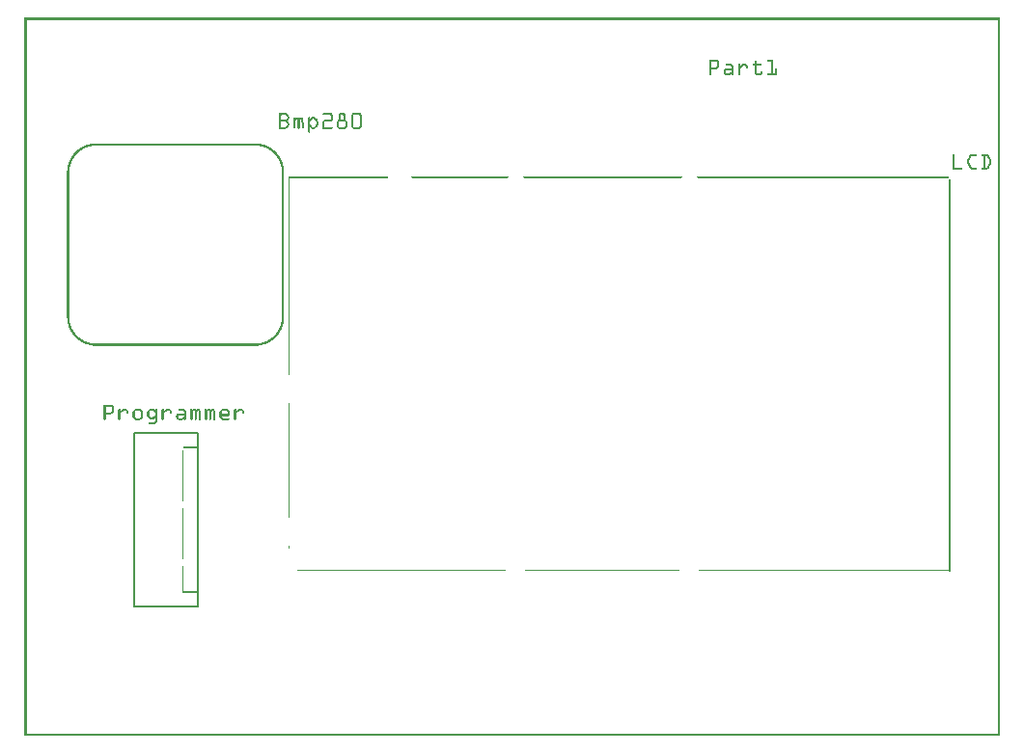
<source format=gto>
G04 MADE WITH FRITZING*
G04 WWW.FRITZING.ORG*
G04 DOUBLE SIDED*
G04 HOLES PLATED*
G04 CONTOUR ON CENTER OF CONTOUR VECTOR*
%ASAXBY*%
%FSLAX23Y23*%
%MOIN*%
%OFA0B0*%
%SFA1.0B1.0*%
%ADD10C,0.005000*%
%ADD11R,0.001000X0.001000*%
%LNSILK1*%
G90*
G70*
G54D10*
X3196Y572D02*
X3196Y1926D01*
D02*
X377Y449D02*
X597Y449D01*
D02*
X377Y1049D02*
X597Y1049D01*
D02*
X377Y1049D02*
X377Y449D01*
D02*
X597Y1049D02*
X597Y999D01*
D02*
X597Y999D02*
X597Y499D01*
D02*
X597Y499D02*
X597Y449D01*
D02*
X597Y499D02*
X547Y499D01*
G54D11*
X0Y2484D02*
X3368Y2484D01*
X0Y2483D02*
X3368Y2483D01*
X0Y2482D02*
X3368Y2482D01*
X0Y2481D02*
X3368Y2481D01*
X0Y2480D02*
X3368Y2480D01*
X0Y2479D02*
X3368Y2479D01*
X0Y2478D02*
X3368Y2478D01*
X0Y2477D02*
X3368Y2477D01*
X0Y2476D02*
X7Y2476D01*
X3361Y2476D02*
X3368Y2476D01*
X0Y2475D02*
X7Y2475D01*
X3361Y2475D02*
X3368Y2475D01*
X0Y2474D02*
X7Y2474D01*
X3361Y2474D02*
X3368Y2474D01*
X0Y2473D02*
X7Y2473D01*
X3361Y2473D02*
X3368Y2473D01*
X0Y2472D02*
X7Y2472D01*
X3361Y2472D02*
X3368Y2472D01*
X0Y2471D02*
X7Y2471D01*
X3361Y2471D02*
X3368Y2471D01*
X0Y2470D02*
X7Y2470D01*
X3361Y2470D02*
X3368Y2470D01*
X0Y2469D02*
X7Y2469D01*
X3361Y2469D02*
X3368Y2469D01*
X0Y2468D02*
X7Y2468D01*
X3361Y2468D02*
X3368Y2468D01*
X0Y2467D02*
X7Y2467D01*
X3361Y2467D02*
X3368Y2467D01*
X0Y2466D02*
X7Y2466D01*
X3361Y2466D02*
X3368Y2466D01*
X0Y2465D02*
X7Y2465D01*
X3361Y2465D02*
X3368Y2465D01*
X0Y2464D02*
X7Y2464D01*
X3361Y2464D02*
X3368Y2464D01*
X0Y2463D02*
X7Y2463D01*
X3361Y2463D02*
X3368Y2463D01*
X0Y2462D02*
X7Y2462D01*
X3361Y2462D02*
X3368Y2462D01*
X0Y2461D02*
X7Y2461D01*
X3361Y2461D02*
X3368Y2461D01*
X0Y2460D02*
X7Y2460D01*
X3361Y2460D02*
X3368Y2460D01*
X0Y2459D02*
X7Y2459D01*
X3361Y2459D02*
X3368Y2459D01*
X0Y2458D02*
X7Y2458D01*
X3361Y2458D02*
X3368Y2458D01*
X0Y2457D02*
X7Y2457D01*
X3361Y2457D02*
X3368Y2457D01*
X0Y2456D02*
X7Y2456D01*
X3361Y2456D02*
X3368Y2456D01*
X0Y2455D02*
X7Y2455D01*
X3361Y2455D02*
X3368Y2455D01*
X0Y2454D02*
X7Y2454D01*
X3361Y2454D02*
X3368Y2454D01*
X0Y2453D02*
X7Y2453D01*
X3361Y2453D02*
X3368Y2453D01*
X0Y2452D02*
X7Y2452D01*
X3361Y2452D02*
X3368Y2452D01*
X0Y2451D02*
X7Y2451D01*
X3361Y2451D02*
X3368Y2451D01*
X0Y2450D02*
X7Y2450D01*
X3361Y2450D02*
X3368Y2450D01*
X0Y2449D02*
X7Y2449D01*
X3361Y2449D02*
X3368Y2449D01*
X0Y2448D02*
X7Y2448D01*
X3361Y2448D02*
X3368Y2448D01*
X0Y2447D02*
X7Y2447D01*
X3361Y2447D02*
X3368Y2447D01*
X0Y2446D02*
X7Y2446D01*
X3361Y2446D02*
X3368Y2446D01*
X0Y2445D02*
X7Y2445D01*
X3361Y2445D02*
X3368Y2445D01*
X0Y2444D02*
X7Y2444D01*
X3361Y2444D02*
X3368Y2444D01*
X0Y2443D02*
X7Y2443D01*
X3361Y2443D02*
X3368Y2443D01*
X0Y2442D02*
X7Y2442D01*
X3361Y2442D02*
X3368Y2442D01*
X0Y2441D02*
X7Y2441D01*
X3361Y2441D02*
X3368Y2441D01*
X0Y2440D02*
X7Y2440D01*
X3361Y2440D02*
X3368Y2440D01*
X0Y2439D02*
X7Y2439D01*
X3361Y2439D02*
X3368Y2439D01*
X0Y2438D02*
X7Y2438D01*
X3361Y2438D02*
X3368Y2438D01*
X0Y2437D02*
X7Y2437D01*
X3361Y2437D02*
X3368Y2437D01*
X0Y2436D02*
X7Y2436D01*
X3361Y2436D02*
X3368Y2436D01*
X0Y2435D02*
X7Y2435D01*
X3361Y2435D02*
X3368Y2435D01*
X0Y2434D02*
X7Y2434D01*
X3361Y2434D02*
X3368Y2434D01*
X0Y2433D02*
X7Y2433D01*
X3361Y2433D02*
X3368Y2433D01*
X0Y2432D02*
X7Y2432D01*
X3361Y2432D02*
X3368Y2432D01*
X0Y2431D02*
X7Y2431D01*
X3361Y2431D02*
X3368Y2431D01*
X0Y2430D02*
X7Y2430D01*
X3361Y2430D02*
X3368Y2430D01*
X0Y2429D02*
X7Y2429D01*
X3361Y2429D02*
X3368Y2429D01*
X0Y2428D02*
X7Y2428D01*
X3361Y2428D02*
X3368Y2428D01*
X0Y2427D02*
X7Y2427D01*
X3361Y2427D02*
X3368Y2427D01*
X0Y2426D02*
X7Y2426D01*
X3361Y2426D02*
X3368Y2426D01*
X0Y2425D02*
X7Y2425D01*
X3361Y2425D02*
X3368Y2425D01*
X0Y2424D02*
X7Y2424D01*
X3361Y2424D02*
X3368Y2424D01*
X0Y2423D02*
X7Y2423D01*
X3361Y2423D02*
X3368Y2423D01*
X0Y2422D02*
X7Y2422D01*
X3361Y2422D02*
X3368Y2422D01*
X0Y2421D02*
X7Y2421D01*
X3361Y2421D02*
X3368Y2421D01*
X0Y2420D02*
X7Y2420D01*
X3361Y2420D02*
X3368Y2420D01*
X0Y2419D02*
X7Y2419D01*
X3361Y2419D02*
X3368Y2419D01*
X0Y2418D02*
X7Y2418D01*
X3361Y2418D02*
X3368Y2418D01*
X0Y2417D02*
X7Y2417D01*
X3361Y2417D02*
X3368Y2417D01*
X0Y2416D02*
X7Y2416D01*
X3361Y2416D02*
X3368Y2416D01*
X0Y2415D02*
X7Y2415D01*
X3361Y2415D02*
X3368Y2415D01*
X0Y2414D02*
X7Y2414D01*
X3361Y2414D02*
X3368Y2414D01*
X0Y2413D02*
X7Y2413D01*
X3361Y2413D02*
X3368Y2413D01*
X0Y2412D02*
X7Y2412D01*
X3361Y2412D02*
X3368Y2412D01*
X0Y2411D02*
X7Y2411D01*
X3361Y2411D02*
X3368Y2411D01*
X0Y2410D02*
X7Y2410D01*
X3361Y2410D02*
X3368Y2410D01*
X0Y2409D02*
X7Y2409D01*
X3361Y2409D02*
X3368Y2409D01*
X0Y2408D02*
X7Y2408D01*
X3361Y2408D02*
X3368Y2408D01*
X0Y2407D02*
X7Y2407D01*
X3361Y2407D02*
X3368Y2407D01*
X0Y2406D02*
X7Y2406D01*
X3361Y2406D02*
X3368Y2406D01*
X0Y2405D02*
X7Y2405D01*
X3361Y2405D02*
X3368Y2405D01*
X0Y2404D02*
X7Y2404D01*
X3361Y2404D02*
X3368Y2404D01*
X0Y2403D02*
X7Y2403D01*
X3361Y2403D02*
X3368Y2403D01*
X0Y2402D02*
X7Y2402D01*
X3361Y2402D02*
X3368Y2402D01*
X0Y2401D02*
X7Y2401D01*
X3361Y2401D02*
X3368Y2401D01*
X0Y2400D02*
X7Y2400D01*
X3361Y2400D02*
X3368Y2400D01*
X0Y2399D02*
X7Y2399D01*
X3361Y2399D02*
X3368Y2399D01*
X0Y2398D02*
X7Y2398D01*
X3361Y2398D02*
X3368Y2398D01*
X0Y2397D02*
X7Y2397D01*
X3361Y2397D02*
X3368Y2397D01*
X0Y2396D02*
X7Y2396D01*
X3361Y2396D02*
X3368Y2396D01*
X0Y2395D02*
X7Y2395D01*
X3361Y2395D02*
X3368Y2395D01*
X0Y2394D02*
X7Y2394D01*
X3361Y2394D02*
X3368Y2394D01*
X0Y2393D02*
X7Y2393D01*
X3361Y2393D02*
X3368Y2393D01*
X0Y2392D02*
X7Y2392D01*
X3361Y2392D02*
X3368Y2392D01*
X0Y2391D02*
X7Y2391D01*
X3361Y2391D02*
X3368Y2391D01*
X0Y2390D02*
X7Y2390D01*
X3361Y2390D02*
X3368Y2390D01*
X0Y2389D02*
X7Y2389D01*
X3361Y2389D02*
X3368Y2389D01*
X0Y2388D02*
X7Y2388D01*
X3361Y2388D02*
X3368Y2388D01*
X0Y2387D02*
X7Y2387D01*
X3361Y2387D02*
X3368Y2387D01*
X0Y2386D02*
X7Y2386D01*
X3361Y2386D02*
X3368Y2386D01*
X0Y2385D02*
X7Y2385D01*
X3361Y2385D02*
X3368Y2385D01*
X0Y2384D02*
X7Y2384D01*
X3361Y2384D02*
X3368Y2384D01*
X0Y2383D02*
X7Y2383D01*
X3361Y2383D02*
X3368Y2383D01*
X0Y2382D02*
X7Y2382D01*
X3361Y2382D02*
X3368Y2382D01*
X0Y2381D02*
X7Y2381D01*
X3361Y2381D02*
X3368Y2381D01*
X0Y2380D02*
X7Y2380D01*
X3361Y2380D02*
X3368Y2380D01*
X0Y2379D02*
X7Y2379D01*
X3361Y2379D02*
X3368Y2379D01*
X0Y2378D02*
X7Y2378D01*
X3361Y2378D02*
X3368Y2378D01*
X0Y2377D02*
X7Y2377D01*
X3361Y2377D02*
X3368Y2377D01*
X0Y2376D02*
X7Y2376D01*
X3361Y2376D02*
X3368Y2376D01*
X0Y2375D02*
X7Y2375D01*
X3361Y2375D02*
X3368Y2375D01*
X0Y2374D02*
X7Y2374D01*
X3361Y2374D02*
X3368Y2374D01*
X0Y2373D02*
X7Y2373D01*
X3361Y2373D02*
X3368Y2373D01*
X0Y2372D02*
X7Y2372D01*
X3361Y2372D02*
X3368Y2372D01*
X0Y2371D02*
X7Y2371D01*
X3361Y2371D02*
X3368Y2371D01*
X0Y2370D02*
X7Y2370D01*
X3361Y2370D02*
X3368Y2370D01*
X0Y2369D02*
X7Y2369D01*
X3361Y2369D02*
X3368Y2369D01*
X0Y2368D02*
X7Y2368D01*
X3361Y2368D02*
X3368Y2368D01*
X0Y2367D02*
X7Y2367D01*
X3361Y2367D02*
X3368Y2367D01*
X0Y2366D02*
X7Y2366D01*
X3361Y2366D02*
X3368Y2366D01*
X0Y2365D02*
X7Y2365D01*
X3361Y2365D02*
X3368Y2365D01*
X0Y2364D02*
X7Y2364D01*
X3361Y2364D02*
X3368Y2364D01*
X0Y2363D02*
X7Y2363D01*
X3361Y2363D02*
X3368Y2363D01*
X0Y2362D02*
X7Y2362D01*
X3361Y2362D02*
X3368Y2362D01*
X0Y2361D02*
X7Y2361D01*
X3361Y2361D02*
X3368Y2361D01*
X0Y2360D02*
X7Y2360D01*
X3361Y2360D02*
X3368Y2360D01*
X0Y2359D02*
X7Y2359D01*
X3361Y2359D02*
X3368Y2359D01*
X0Y2358D02*
X7Y2358D01*
X3361Y2358D02*
X3368Y2358D01*
X0Y2357D02*
X7Y2357D01*
X3361Y2357D02*
X3368Y2357D01*
X0Y2356D02*
X7Y2356D01*
X3361Y2356D02*
X3368Y2356D01*
X0Y2355D02*
X7Y2355D01*
X3361Y2355D02*
X3368Y2355D01*
X0Y2354D02*
X7Y2354D01*
X3361Y2354D02*
X3368Y2354D01*
X0Y2353D02*
X7Y2353D01*
X3361Y2353D02*
X3368Y2353D01*
X0Y2352D02*
X7Y2352D01*
X3361Y2352D02*
X3368Y2352D01*
X0Y2351D02*
X7Y2351D01*
X3361Y2351D02*
X3368Y2351D01*
X0Y2350D02*
X7Y2350D01*
X3361Y2350D02*
X3368Y2350D01*
X0Y2349D02*
X7Y2349D01*
X3361Y2349D02*
X3368Y2349D01*
X0Y2348D02*
X7Y2348D01*
X3361Y2348D02*
X3368Y2348D01*
X0Y2347D02*
X7Y2347D01*
X3361Y2347D02*
X3368Y2347D01*
X0Y2346D02*
X7Y2346D01*
X3361Y2346D02*
X3368Y2346D01*
X0Y2345D02*
X7Y2345D01*
X3361Y2345D02*
X3368Y2345D01*
X0Y2344D02*
X7Y2344D01*
X3361Y2344D02*
X3368Y2344D01*
X0Y2343D02*
X7Y2343D01*
X3361Y2343D02*
X3368Y2343D01*
X0Y2342D02*
X7Y2342D01*
X3361Y2342D02*
X3368Y2342D01*
X0Y2341D02*
X7Y2341D01*
X3361Y2341D02*
X3368Y2341D01*
X0Y2340D02*
X7Y2340D01*
X2365Y2340D02*
X2388Y2340D01*
X2568Y2340D02*
X2584Y2340D01*
X3361Y2340D02*
X3368Y2340D01*
X0Y2339D02*
X7Y2339D01*
X2365Y2339D02*
X2392Y2339D01*
X2566Y2339D02*
X2585Y2339D01*
X3361Y2339D02*
X3368Y2339D01*
X0Y2338D02*
X7Y2338D01*
X2365Y2338D02*
X2394Y2338D01*
X2565Y2338D02*
X2585Y2338D01*
X3361Y2338D02*
X3368Y2338D01*
X0Y2337D02*
X7Y2337D01*
X2365Y2337D02*
X2395Y2337D01*
X2525Y2337D02*
X2525Y2337D01*
X2565Y2337D02*
X2585Y2337D01*
X3361Y2337D02*
X3368Y2337D01*
X0Y2336D02*
X7Y2336D01*
X2365Y2336D02*
X2396Y2336D01*
X2523Y2336D02*
X2527Y2336D01*
X2565Y2336D02*
X2585Y2336D01*
X3361Y2336D02*
X3368Y2336D01*
X0Y2335D02*
X7Y2335D01*
X2365Y2335D02*
X2397Y2335D01*
X2522Y2335D02*
X2527Y2335D01*
X2565Y2335D02*
X2585Y2335D01*
X3361Y2335D02*
X3368Y2335D01*
X0Y2334D02*
X7Y2334D01*
X2365Y2334D02*
X2397Y2334D01*
X2522Y2334D02*
X2528Y2334D01*
X2566Y2334D02*
X2585Y2334D01*
X3361Y2334D02*
X3368Y2334D01*
X0Y2333D02*
X7Y2333D01*
X2365Y2333D02*
X2398Y2333D01*
X2522Y2333D02*
X2528Y2333D01*
X2569Y2333D02*
X2585Y2333D01*
X3361Y2333D02*
X3368Y2333D01*
X0Y2332D02*
X7Y2332D01*
X2365Y2332D02*
X2371Y2332D01*
X2391Y2332D02*
X2398Y2332D01*
X2522Y2332D02*
X2528Y2332D01*
X2578Y2332D02*
X2585Y2332D01*
X3361Y2332D02*
X3368Y2332D01*
X0Y2331D02*
X7Y2331D01*
X2365Y2331D02*
X2371Y2331D01*
X2392Y2331D02*
X2398Y2331D01*
X2522Y2331D02*
X2528Y2331D01*
X2578Y2331D02*
X2585Y2331D01*
X3361Y2331D02*
X3368Y2331D01*
X0Y2330D02*
X7Y2330D01*
X2365Y2330D02*
X2371Y2330D01*
X2392Y2330D02*
X2398Y2330D01*
X2522Y2330D02*
X2528Y2330D01*
X2578Y2330D02*
X2585Y2330D01*
X3361Y2330D02*
X3368Y2330D01*
X0Y2329D02*
X7Y2329D01*
X2365Y2329D02*
X2371Y2329D01*
X2392Y2329D02*
X2398Y2329D01*
X2522Y2329D02*
X2528Y2329D01*
X2578Y2329D02*
X2585Y2329D01*
X3361Y2329D02*
X3368Y2329D01*
X0Y2328D02*
X7Y2328D01*
X2365Y2328D02*
X2371Y2328D01*
X2392Y2328D02*
X2398Y2328D01*
X2522Y2328D02*
X2528Y2328D01*
X2578Y2328D02*
X2585Y2328D01*
X3361Y2328D02*
X3368Y2328D01*
X0Y2327D02*
X7Y2327D01*
X2365Y2327D02*
X2371Y2327D01*
X2392Y2327D02*
X2398Y2327D01*
X2522Y2327D02*
X2528Y2327D01*
X2578Y2327D02*
X2585Y2327D01*
X3361Y2327D02*
X3368Y2327D01*
X0Y2326D02*
X7Y2326D01*
X2365Y2326D02*
X2371Y2326D01*
X2392Y2326D02*
X2398Y2326D01*
X2522Y2326D02*
X2528Y2326D01*
X2578Y2326D02*
X2585Y2326D01*
X3361Y2326D02*
X3368Y2326D01*
X0Y2325D02*
X7Y2325D01*
X2365Y2325D02*
X2371Y2325D01*
X2392Y2325D02*
X2398Y2325D01*
X2424Y2325D02*
X2439Y2325D01*
X2467Y2325D02*
X2469Y2325D01*
X2481Y2325D02*
X2490Y2325D01*
X2517Y2325D02*
X2543Y2325D01*
X2578Y2325D02*
X2585Y2325D01*
X3361Y2325D02*
X3368Y2325D01*
X0Y2324D02*
X7Y2324D01*
X2365Y2324D02*
X2371Y2324D01*
X2392Y2324D02*
X2398Y2324D01*
X2423Y2324D02*
X2442Y2324D01*
X2466Y2324D02*
X2470Y2324D01*
X2479Y2324D02*
X2493Y2324D01*
X2516Y2324D02*
X2544Y2324D01*
X2578Y2324D02*
X2585Y2324D01*
X3361Y2324D02*
X3368Y2324D01*
X0Y2323D02*
X7Y2323D01*
X2365Y2323D02*
X2371Y2323D01*
X2392Y2323D02*
X2398Y2323D01*
X2422Y2323D02*
X2444Y2323D01*
X2465Y2323D02*
X2471Y2323D01*
X2478Y2323D02*
X2494Y2323D01*
X2515Y2323D02*
X2545Y2323D01*
X2578Y2323D02*
X2585Y2323D01*
X3361Y2323D02*
X3368Y2323D01*
X0Y2322D02*
X7Y2322D01*
X2365Y2322D02*
X2371Y2322D01*
X2392Y2322D02*
X2398Y2322D01*
X2422Y2322D02*
X2445Y2322D01*
X2465Y2322D02*
X2471Y2322D01*
X2477Y2322D02*
X2495Y2322D01*
X2515Y2322D02*
X2545Y2322D01*
X2578Y2322D02*
X2585Y2322D01*
X3361Y2322D02*
X3368Y2322D01*
X0Y2321D02*
X7Y2321D01*
X2365Y2321D02*
X2371Y2321D01*
X2392Y2321D02*
X2398Y2321D01*
X2422Y2321D02*
X2445Y2321D01*
X2465Y2321D02*
X2471Y2321D01*
X2476Y2321D02*
X2496Y2321D01*
X2515Y2321D02*
X2545Y2321D01*
X2578Y2321D02*
X2585Y2321D01*
X3361Y2321D02*
X3368Y2321D01*
X0Y2320D02*
X7Y2320D01*
X2365Y2320D02*
X2371Y2320D01*
X2392Y2320D02*
X2398Y2320D01*
X2422Y2320D02*
X2446Y2320D01*
X2465Y2320D02*
X2471Y2320D01*
X2475Y2320D02*
X2497Y2320D01*
X2515Y2320D02*
X2544Y2320D01*
X2578Y2320D02*
X2585Y2320D01*
X3361Y2320D02*
X3368Y2320D01*
X0Y2319D02*
X7Y2319D01*
X2365Y2319D02*
X2371Y2319D01*
X2392Y2319D02*
X2398Y2319D01*
X2423Y2319D02*
X2447Y2319D01*
X2465Y2319D02*
X2471Y2319D01*
X2473Y2319D02*
X2497Y2319D01*
X2516Y2319D02*
X2543Y2319D01*
X2578Y2319D02*
X2585Y2319D01*
X3361Y2319D02*
X3368Y2319D01*
X0Y2318D02*
X7Y2318D01*
X2365Y2318D02*
X2371Y2318D01*
X2392Y2318D02*
X2398Y2318D01*
X2439Y2318D02*
X2447Y2318D01*
X2465Y2318D02*
X2482Y2318D01*
X2490Y2318D02*
X2498Y2318D01*
X2521Y2318D02*
X2528Y2318D01*
X2578Y2318D02*
X2585Y2318D01*
X3361Y2318D02*
X3368Y2318D01*
X0Y2317D02*
X7Y2317D01*
X2365Y2317D02*
X2371Y2317D01*
X2392Y2317D02*
X2398Y2317D01*
X2441Y2317D02*
X2447Y2317D01*
X2465Y2317D02*
X2481Y2317D01*
X2491Y2317D02*
X2498Y2317D01*
X2522Y2317D02*
X2528Y2317D01*
X2578Y2317D02*
X2585Y2317D01*
X3361Y2317D02*
X3368Y2317D01*
X0Y2316D02*
X7Y2316D01*
X2365Y2316D02*
X2371Y2316D01*
X2392Y2316D02*
X2398Y2316D01*
X2441Y2316D02*
X2447Y2316D01*
X2465Y2316D02*
X2480Y2316D01*
X2492Y2316D02*
X2498Y2316D01*
X2522Y2316D02*
X2528Y2316D01*
X2578Y2316D02*
X2585Y2316D01*
X3361Y2316D02*
X3368Y2316D01*
X0Y2315D02*
X7Y2315D01*
X2365Y2315D02*
X2371Y2315D01*
X2392Y2315D02*
X2398Y2315D01*
X2441Y2315D02*
X2447Y2315D01*
X2465Y2315D02*
X2478Y2315D01*
X2492Y2315D02*
X2498Y2315D01*
X2522Y2315D02*
X2528Y2315D01*
X2578Y2315D02*
X2585Y2315D01*
X3361Y2315D02*
X3368Y2315D01*
X0Y2314D02*
X7Y2314D01*
X2365Y2314D02*
X2371Y2314D01*
X2390Y2314D02*
X2398Y2314D01*
X2441Y2314D02*
X2447Y2314D01*
X2465Y2314D02*
X2477Y2314D01*
X2492Y2314D02*
X2498Y2314D01*
X2522Y2314D02*
X2528Y2314D01*
X2578Y2314D02*
X2585Y2314D01*
X3361Y2314D02*
X3368Y2314D01*
X0Y2313D02*
X7Y2313D01*
X2365Y2313D02*
X2398Y2313D01*
X2441Y2313D02*
X2448Y2313D01*
X2465Y2313D02*
X2476Y2313D01*
X2492Y2313D02*
X2498Y2313D01*
X2522Y2313D02*
X2528Y2313D01*
X2578Y2313D02*
X2585Y2313D01*
X3361Y2313D02*
X3368Y2313D01*
X0Y2312D02*
X7Y2312D01*
X2365Y2312D02*
X2397Y2312D01*
X2442Y2312D02*
X2448Y2312D01*
X2465Y2312D02*
X2475Y2312D01*
X2493Y2312D02*
X2498Y2312D01*
X2522Y2312D02*
X2528Y2312D01*
X2578Y2312D02*
X2585Y2312D01*
X3361Y2312D02*
X3368Y2312D01*
X0Y2311D02*
X7Y2311D01*
X2365Y2311D02*
X2396Y2311D01*
X2442Y2311D02*
X2448Y2311D01*
X2465Y2311D02*
X2474Y2311D01*
X2493Y2311D02*
X2498Y2311D01*
X2522Y2311D02*
X2528Y2311D01*
X2578Y2311D02*
X2585Y2311D01*
X3361Y2311D02*
X3368Y2311D01*
X0Y2310D02*
X7Y2310D01*
X2365Y2310D02*
X2396Y2310D01*
X2422Y2310D02*
X2448Y2310D01*
X2465Y2310D02*
X2473Y2310D01*
X2494Y2310D02*
X2497Y2310D01*
X2522Y2310D02*
X2528Y2310D01*
X2578Y2310D02*
X2585Y2310D01*
X2594Y2310D02*
X2597Y2310D01*
X3361Y2310D02*
X3368Y2310D01*
X0Y2309D02*
X7Y2309D01*
X2365Y2309D02*
X2395Y2309D01*
X2420Y2309D02*
X2448Y2309D01*
X2465Y2309D02*
X2472Y2309D01*
X2522Y2309D02*
X2528Y2309D01*
X2578Y2309D02*
X2585Y2309D01*
X2593Y2309D02*
X2598Y2309D01*
X3361Y2309D02*
X3368Y2309D01*
X0Y2308D02*
X7Y2308D01*
X2365Y2308D02*
X2393Y2308D01*
X2418Y2308D02*
X2448Y2308D01*
X2465Y2308D02*
X2471Y2308D01*
X2522Y2308D02*
X2528Y2308D01*
X2578Y2308D02*
X2585Y2308D01*
X2592Y2308D02*
X2598Y2308D01*
X3361Y2308D02*
X3368Y2308D01*
X0Y2307D02*
X7Y2307D01*
X2365Y2307D02*
X2391Y2307D01*
X2417Y2307D02*
X2448Y2307D01*
X2465Y2307D02*
X2471Y2307D01*
X2522Y2307D02*
X2528Y2307D01*
X2578Y2307D02*
X2585Y2307D01*
X2592Y2307D02*
X2598Y2307D01*
X3361Y2307D02*
X3368Y2307D01*
X0Y2306D02*
X7Y2306D01*
X2365Y2306D02*
X2371Y2306D01*
X2417Y2306D02*
X2448Y2306D01*
X2465Y2306D02*
X2471Y2306D01*
X2522Y2306D02*
X2528Y2306D01*
X2578Y2306D02*
X2585Y2306D01*
X2592Y2306D02*
X2598Y2306D01*
X3361Y2306D02*
X3368Y2306D01*
X0Y2305D02*
X7Y2305D01*
X2365Y2305D02*
X2371Y2305D01*
X2416Y2305D02*
X2448Y2305D01*
X2465Y2305D02*
X2471Y2305D01*
X2522Y2305D02*
X2528Y2305D01*
X2578Y2305D02*
X2585Y2305D01*
X2592Y2305D02*
X2598Y2305D01*
X3361Y2305D02*
X3368Y2305D01*
X0Y2304D02*
X7Y2304D01*
X2365Y2304D02*
X2371Y2304D01*
X2416Y2304D02*
X2448Y2304D01*
X2465Y2304D02*
X2471Y2304D01*
X2522Y2304D02*
X2528Y2304D01*
X2578Y2304D02*
X2585Y2304D01*
X2592Y2304D02*
X2598Y2304D01*
X3361Y2304D02*
X3368Y2304D01*
X0Y2303D02*
X7Y2303D01*
X2365Y2303D02*
X2371Y2303D01*
X2415Y2303D02*
X2422Y2303D01*
X2440Y2303D02*
X2448Y2303D01*
X2465Y2303D02*
X2471Y2303D01*
X2522Y2303D02*
X2528Y2303D01*
X2578Y2303D02*
X2585Y2303D01*
X2592Y2303D02*
X2598Y2303D01*
X3361Y2303D02*
X3368Y2303D01*
X0Y2302D02*
X7Y2302D01*
X2365Y2302D02*
X2371Y2302D01*
X2415Y2302D02*
X2421Y2302D01*
X2441Y2302D02*
X2448Y2302D01*
X2465Y2302D02*
X2471Y2302D01*
X2522Y2302D02*
X2528Y2302D01*
X2578Y2302D02*
X2585Y2302D01*
X2592Y2302D02*
X2598Y2302D01*
X3361Y2302D02*
X3368Y2302D01*
X0Y2301D02*
X7Y2301D01*
X2365Y2301D02*
X2371Y2301D01*
X2415Y2301D02*
X2421Y2301D01*
X2442Y2301D02*
X2448Y2301D01*
X2465Y2301D02*
X2471Y2301D01*
X2522Y2301D02*
X2528Y2301D01*
X2578Y2301D02*
X2585Y2301D01*
X2592Y2301D02*
X2598Y2301D01*
X3361Y2301D02*
X3368Y2301D01*
X0Y2300D02*
X7Y2300D01*
X2365Y2300D02*
X2371Y2300D01*
X2415Y2300D02*
X2421Y2300D01*
X2442Y2300D02*
X2448Y2300D01*
X2465Y2300D02*
X2471Y2300D01*
X2522Y2300D02*
X2528Y2300D01*
X2578Y2300D02*
X2585Y2300D01*
X2592Y2300D02*
X2598Y2300D01*
X3361Y2300D02*
X3368Y2300D01*
X0Y2299D02*
X7Y2299D01*
X2365Y2299D02*
X2371Y2299D01*
X2415Y2299D02*
X2421Y2299D01*
X2442Y2299D02*
X2448Y2299D01*
X2465Y2299D02*
X2471Y2299D01*
X2522Y2299D02*
X2528Y2299D01*
X2578Y2299D02*
X2585Y2299D01*
X2592Y2299D02*
X2598Y2299D01*
X3361Y2299D02*
X3368Y2299D01*
X0Y2298D02*
X7Y2298D01*
X2365Y2298D02*
X2371Y2298D01*
X2415Y2298D02*
X2421Y2298D01*
X2442Y2298D02*
X2448Y2298D01*
X2465Y2298D02*
X2471Y2298D01*
X2522Y2298D02*
X2528Y2298D01*
X2544Y2298D02*
X2547Y2298D01*
X2578Y2298D02*
X2585Y2298D01*
X2592Y2298D02*
X2598Y2298D01*
X3361Y2298D02*
X3368Y2298D01*
X0Y2297D02*
X7Y2297D01*
X2365Y2297D02*
X2371Y2297D01*
X2415Y2297D02*
X2421Y2297D01*
X2441Y2297D02*
X2448Y2297D01*
X2465Y2297D02*
X2471Y2297D01*
X2522Y2297D02*
X2528Y2297D01*
X2543Y2297D02*
X2548Y2297D01*
X2578Y2297D02*
X2585Y2297D01*
X2592Y2297D02*
X2598Y2297D01*
X3361Y2297D02*
X3368Y2297D01*
X0Y2296D02*
X7Y2296D01*
X2365Y2296D02*
X2371Y2296D01*
X2415Y2296D02*
X2421Y2296D01*
X2440Y2296D02*
X2448Y2296D01*
X2465Y2296D02*
X2471Y2296D01*
X2522Y2296D02*
X2528Y2296D01*
X2542Y2296D02*
X2548Y2296D01*
X2578Y2296D02*
X2585Y2296D01*
X2592Y2296D02*
X2598Y2296D01*
X3361Y2296D02*
X3368Y2296D01*
X0Y2295D02*
X7Y2295D01*
X2365Y2295D02*
X2371Y2295D01*
X2415Y2295D02*
X2421Y2295D01*
X2438Y2295D02*
X2448Y2295D01*
X2465Y2295D02*
X2471Y2295D01*
X2522Y2295D02*
X2528Y2295D01*
X2542Y2295D02*
X2548Y2295D01*
X2578Y2295D02*
X2585Y2295D01*
X2592Y2295D02*
X2598Y2295D01*
X3361Y2295D02*
X3368Y2295D01*
X0Y2294D02*
X7Y2294D01*
X2365Y2294D02*
X2371Y2294D01*
X2415Y2294D02*
X2422Y2294D01*
X2436Y2294D02*
X2448Y2294D01*
X2465Y2294D02*
X2471Y2294D01*
X2522Y2294D02*
X2529Y2294D01*
X2541Y2294D02*
X2548Y2294D01*
X2578Y2294D02*
X2585Y2294D01*
X2592Y2294D02*
X2598Y2294D01*
X3361Y2294D02*
X3368Y2294D01*
X0Y2293D02*
X7Y2293D01*
X2365Y2293D02*
X2371Y2293D01*
X2415Y2293D02*
X2424Y2293D01*
X2435Y2293D02*
X2448Y2293D01*
X2465Y2293D02*
X2471Y2293D01*
X2522Y2293D02*
X2530Y2293D01*
X2540Y2293D02*
X2548Y2293D01*
X2578Y2293D02*
X2585Y2293D01*
X2592Y2293D02*
X2598Y2293D01*
X3361Y2293D02*
X3368Y2293D01*
X0Y2292D02*
X7Y2292D01*
X2365Y2292D02*
X2371Y2292D01*
X2416Y2292D02*
X2448Y2292D01*
X2465Y2292D02*
X2471Y2292D01*
X2523Y2292D02*
X2547Y2292D01*
X2566Y2292D02*
X2598Y2292D01*
X3361Y2292D02*
X3368Y2292D01*
X0Y2291D02*
X7Y2291D01*
X2365Y2291D02*
X2371Y2291D01*
X2416Y2291D02*
X2448Y2291D01*
X2465Y2291D02*
X2471Y2291D01*
X2523Y2291D02*
X2547Y2291D01*
X2565Y2291D02*
X2598Y2291D01*
X3361Y2291D02*
X3368Y2291D01*
X0Y2290D02*
X7Y2290D01*
X2365Y2290D02*
X2371Y2290D01*
X2417Y2290D02*
X2448Y2290D01*
X2465Y2290D02*
X2471Y2290D01*
X2524Y2290D02*
X2546Y2290D01*
X2565Y2290D02*
X2598Y2290D01*
X3361Y2290D02*
X3368Y2290D01*
X0Y2289D02*
X7Y2289D01*
X2365Y2289D02*
X2371Y2289D01*
X2418Y2289D02*
X2448Y2289D01*
X2465Y2289D02*
X2471Y2289D01*
X2525Y2289D02*
X2545Y2289D01*
X2565Y2289D02*
X2598Y2289D01*
X3361Y2289D02*
X3368Y2289D01*
X0Y2288D02*
X7Y2288D01*
X2365Y2288D02*
X2370Y2288D01*
X2419Y2288D02*
X2439Y2288D01*
X2443Y2288D02*
X2448Y2288D01*
X2465Y2288D02*
X2470Y2288D01*
X2526Y2288D02*
X2544Y2288D01*
X2565Y2288D02*
X2598Y2288D01*
X3361Y2288D02*
X3368Y2288D01*
X0Y2287D02*
X7Y2287D01*
X2366Y2287D02*
X2370Y2287D01*
X2420Y2287D02*
X2437Y2287D01*
X2443Y2287D02*
X2447Y2287D01*
X2466Y2287D02*
X2470Y2287D01*
X2527Y2287D02*
X2543Y2287D01*
X2566Y2287D02*
X2597Y2287D01*
X3361Y2287D02*
X3368Y2287D01*
X0Y2286D02*
X7Y2286D01*
X2368Y2286D02*
X2368Y2286D01*
X2424Y2286D02*
X2435Y2286D01*
X2445Y2286D02*
X2446Y2286D01*
X2468Y2286D02*
X2468Y2286D01*
X2530Y2286D02*
X2540Y2286D01*
X2568Y2286D02*
X2596Y2286D01*
X3361Y2286D02*
X3368Y2286D01*
X0Y2285D02*
X7Y2285D01*
X3361Y2285D02*
X3368Y2285D01*
X0Y2284D02*
X7Y2284D01*
X3361Y2284D02*
X3368Y2284D01*
X0Y2283D02*
X7Y2283D01*
X3361Y2283D02*
X3368Y2283D01*
X0Y2282D02*
X7Y2282D01*
X3361Y2282D02*
X3368Y2282D01*
X0Y2281D02*
X7Y2281D01*
X3361Y2281D02*
X3368Y2281D01*
X0Y2280D02*
X7Y2280D01*
X3361Y2280D02*
X3368Y2280D01*
X0Y2279D02*
X7Y2279D01*
X3361Y2279D02*
X3368Y2279D01*
X0Y2278D02*
X7Y2278D01*
X3361Y2278D02*
X3368Y2278D01*
X0Y2277D02*
X7Y2277D01*
X3361Y2277D02*
X3368Y2277D01*
X0Y2276D02*
X7Y2276D01*
X3361Y2276D02*
X3368Y2276D01*
X0Y2275D02*
X7Y2275D01*
X3361Y2275D02*
X3368Y2275D01*
X0Y2274D02*
X7Y2274D01*
X3361Y2274D02*
X3368Y2274D01*
X0Y2273D02*
X7Y2273D01*
X3361Y2273D02*
X3368Y2273D01*
X0Y2272D02*
X7Y2272D01*
X3361Y2272D02*
X3368Y2272D01*
X0Y2271D02*
X7Y2271D01*
X3361Y2271D02*
X3368Y2271D01*
X0Y2270D02*
X7Y2270D01*
X3361Y2270D02*
X3368Y2270D01*
X0Y2269D02*
X7Y2269D01*
X3361Y2269D02*
X3368Y2269D01*
X0Y2268D02*
X7Y2268D01*
X3361Y2268D02*
X3368Y2268D01*
X0Y2267D02*
X7Y2267D01*
X3361Y2267D02*
X3368Y2267D01*
X0Y2266D02*
X7Y2266D01*
X3361Y2266D02*
X3368Y2266D01*
X0Y2265D02*
X7Y2265D01*
X3361Y2265D02*
X3368Y2265D01*
X0Y2264D02*
X7Y2264D01*
X3361Y2264D02*
X3368Y2264D01*
X0Y2263D02*
X7Y2263D01*
X3361Y2263D02*
X3368Y2263D01*
X0Y2262D02*
X7Y2262D01*
X3361Y2262D02*
X3368Y2262D01*
X0Y2261D02*
X7Y2261D01*
X3361Y2261D02*
X3368Y2261D01*
X0Y2260D02*
X7Y2260D01*
X3361Y2260D02*
X3368Y2260D01*
X0Y2259D02*
X7Y2259D01*
X3361Y2259D02*
X3368Y2259D01*
X0Y2258D02*
X7Y2258D01*
X3361Y2258D02*
X3368Y2258D01*
X0Y2257D02*
X7Y2257D01*
X3361Y2257D02*
X3368Y2257D01*
X0Y2256D02*
X7Y2256D01*
X3361Y2256D02*
X3368Y2256D01*
X0Y2255D02*
X7Y2255D01*
X3361Y2255D02*
X3368Y2255D01*
X0Y2254D02*
X7Y2254D01*
X3361Y2254D02*
X3368Y2254D01*
X0Y2253D02*
X7Y2253D01*
X3361Y2253D02*
X3368Y2253D01*
X0Y2252D02*
X7Y2252D01*
X3361Y2252D02*
X3368Y2252D01*
X0Y2251D02*
X7Y2251D01*
X3361Y2251D02*
X3368Y2251D01*
X0Y2250D02*
X7Y2250D01*
X3361Y2250D02*
X3368Y2250D01*
X0Y2249D02*
X7Y2249D01*
X3361Y2249D02*
X3368Y2249D01*
X0Y2248D02*
X7Y2248D01*
X3361Y2248D02*
X3368Y2248D01*
X0Y2247D02*
X7Y2247D01*
X3361Y2247D02*
X3368Y2247D01*
X0Y2246D02*
X7Y2246D01*
X3361Y2246D02*
X3368Y2246D01*
X0Y2245D02*
X7Y2245D01*
X3361Y2245D02*
X3368Y2245D01*
X0Y2244D02*
X7Y2244D01*
X3361Y2244D02*
X3368Y2244D01*
X0Y2243D02*
X7Y2243D01*
X3361Y2243D02*
X3368Y2243D01*
X0Y2242D02*
X7Y2242D01*
X3361Y2242D02*
X3368Y2242D01*
X0Y2241D02*
X7Y2241D01*
X3361Y2241D02*
X3368Y2241D01*
X0Y2240D02*
X7Y2240D01*
X3361Y2240D02*
X3368Y2240D01*
X0Y2239D02*
X7Y2239D01*
X3361Y2239D02*
X3368Y2239D01*
X0Y2238D02*
X7Y2238D01*
X3361Y2238D02*
X3368Y2238D01*
X0Y2237D02*
X7Y2237D01*
X3361Y2237D02*
X3368Y2237D01*
X0Y2236D02*
X7Y2236D01*
X3361Y2236D02*
X3368Y2236D01*
X0Y2235D02*
X7Y2235D01*
X3361Y2235D02*
X3368Y2235D01*
X0Y2234D02*
X7Y2234D01*
X3361Y2234D02*
X3368Y2234D01*
X0Y2233D02*
X7Y2233D01*
X3361Y2233D02*
X3368Y2233D01*
X0Y2232D02*
X7Y2232D01*
X3361Y2232D02*
X3368Y2232D01*
X0Y2231D02*
X7Y2231D01*
X3361Y2231D02*
X3368Y2231D01*
X0Y2230D02*
X7Y2230D01*
X3361Y2230D02*
X3368Y2230D01*
X0Y2229D02*
X7Y2229D01*
X3361Y2229D02*
X3368Y2229D01*
X0Y2228D02*
X7Y2228D01*
X3361Y2228D02*
X3368Y2228D01*
X0Y2227D02*
X7Y2227D01*
X3361Y2227D02*
X3368Y2227D01*
X0Y2226D02*
X7Y2226D01*
X3361Y2226D02*
X3368Y2226D01*
X0Y2225D02*
X7Y2225D01*
X3361Y2225D02*
X3368Y2225D01*
X0Y2224D02*
X7Y2224D01*
X3361Y2224D02*
X3368Y2224D01*
X0Y2223D02*
X7Y2223D01*
X3361Y2223D02*
X3368Y2223D01*
X0Y2222D02*
X7Y2222D01*
X3361Y2222D02*
X3368Y2222D01*
X0Y2221D02*
X7Y2221D01*
X3361Y2221D02*
X3368Y2221D01*
X0Y2220D02*
X7Y2220D01*
X3361Y2220D02*
X3368Y2220D01*
X0Y2219D02*
X7Y2219D01*
X3361Y2219D02*
X3368Y2219D01*
X0Y2218D02*
X7Y2218D01*
X3361Y2218D02*
X3368Y2218D01*
X0Y2217D02*
X7Y2217D01*
X3361Y2217D02*
X3368Y2217D01*
X0Y2216D02*
X7Y2216D01*
X3361Y2216D02*
X3368Y2216D01*
X0Y2215D02*
X7Y2215D01*
X3361Y2215D02*
X3368Y2215D01*
X0Y2214D02*
X7Y2214D01*
X3361Y2214D02*
X3368Y2214D01*
X0Y2213D02*
X7Y2213D01*
X3361Y2213D02*
X3368Y2213D01*
X0Y2212D02*
X7Y2212D01*
X3361Y2212D02*
X3368Y2212D01*
X0Y2211D02*
X7Y2211D01*
X3361Y2211D02*
X3368Y2211D01*
X0Y2210D02*
X7Y2210D01*
X3361Y2210D02*
X3368Y2210D01*
X0Y2209D02*
X7Y2209D01*
X3361Y2209D02*
X3368Y2209D01*
X0Y2208D02*
X7Y2208D01*
X3361Y2208D02*
X3368Y2208D01*
X0Y2207D02*
X7Y2207D01*
X3361Y2207D02*
X3368Y2207D01*
X0Y2206D02*
X7Y2206D01*
X3361Y2206D02*
X3368Y2206D01*
X0Y2205D02*
X7Y2205D01*
X3361Y2205D02*
X3368Y2205D01*
X0Y2204D02*
X7Y2204D01*
X3361Y2204D02*
X3368Y2204D01*
X0Y2203D02*
X7Y2203D01*
X3361Y2203D02*
X3368Y2203D01*
X0Y2202D02*
X7Y2202D01*
X3361Y2202D02*
X3368Y2202D01*
X0Y2201D02*
X7Y2201D01*
X3361Y2201D02*
X3368Y2201D01*
X0Y2200D02*
X7Y2200D01*
X3361Y2200D02*
X3368Y2200D01*
X0Y2199D02*
X7Y2199D01*
X3361Y2199D02*
X3368Y2199D01*
X0Y2198D02*
X7Y2198D01*
X3361Y2198D02*
X3368Y2198D01*
X0Y2197D02*
X7Y2197D01*
X3361Y2197D02*
X3368Y2197D01*
X0Y2196D02*
X7Y2196D01*
X3361Y2196D02*
X3368Y2196D01*
X0Y2195D02*
X7Y2195D01*
X3361Y2195D02*
X3368Y2195D01*
X0Y2194D02*
X7Y2194D01*
X3361Y2194D02*
X3368Y2194D01*
X0Y2193D02*
X7Y2193D01*
X3361Y2193D02*
X3368Y2193D01*
X0Y2192D02*
X7Y2192D01*
X3361Y2192D02*
X3368Y2192D01*
X0Y2191D02*
X7Y2191D01*
X3361Y2191D02*
X3368Y2191D01*
X0Y2190D02*
X7Y2190D01*
X3361Y2190D02*
X3368Y2190D01*
X0Y2189D02*
X7Y2189D01*
X3361Y2189D02*
X3368Y2189D01*
X0Y2188D02*
X7Y2188D01*
X3361Y2188D02*
X3368Y2188D01*
X0Y2187D02*
X7Y2187D01*
X3361Y2187D02*
X3368Y2187D01*
X0Y2186D02*
X7Y2186D01*
X3361Y2186D02*
X3368Y2186D01*
X0Y2185D02*
X7Y2185D01*
X3361Y2185D02*
X3368Y2185D01*
X0Y2184D02*
X7Y2184D01*
X3361Y2184D02*
X3368Y2184D01*
X0Y2183D02*
X7Y2183D01*
X3361Y2183D02*
X3368Y2183D01*
X0Y2182D02*
X7Y2182D01*
X3361Y2182D02*
X3368Y2182D01*
X0Y2181D02*
X7Y2181D01*
X3361Y2181D02*
X3368Y2181D01*
X0Y2180D02*
X7Y2180D01*
X3361Y2180D02*
X3368Y2180D01*
X0Y2179D02*
X7Y2179D01*
X3361Y2179D02*
X3368Y2179D01*
X0Y2178D02*
X7Y2178D01*
X3361Y2178D02*
X3368Y2178D01*
X0Y2177D02*
X7Y2177D01*
X3361Y2177D02*
X3368Y2177D01*
X0Y2176D02*
X7Y2176D01*
X3361Y2176D02*
X3368Y2176D01*
X0Y2175D02*
X7Y2175D01*
X3361Y2175D02*
X3368Y2175D01*
X0Y2174D02*
X7Y2174D01*
X3361Y2174D02*
X3368Y2174D01*
X0Y2173D02*
X7Y2173D01*
X3361Y2173D02*
X3368Y2173D01*
X0Y2172D02*
X7Y2172D01*
X3361Y2172D02*
X3368Y2172D01*
X0Y2171D02*
X7Y2171D01*
X3361Y2171D02*
X3368Y2171D01*
X0Y2170D02*
X7Y2170D01*
X3361Y2170D02*
X3368Y2170D01*
X0Y2169D02*
X7Y2169D01*
X3361Y2169D02*
X3368Y2169D01*
X0Y2168D02*
X7Y2168D01*
X3361Y2168D02*
X3368Y2168D01*
X0Y2167D02*
X7Y2167D01*
X3361Y2167D02*
X3368Y2167D01*
X0Y2166D02*
X7Y2166D01*
X3361Y2166D02*
X3368Y2166D01*
X0Y2165D02*
X7Y2165D01*
X3361Y2165D02*
X3368Y2165D01*
X0Y2164D02*
X7Y2164D01*
X3361Y2164D02*
X3368Y2164D01*
X0Y2163D02*
X7Y2163D01*
X3361Y2163D02*
X3368Y2163D01*
X0Y2162D02*
X7Y2162D01*
X3361Y2162D02*
X3368Y2162D01*
X0Y2161D02*
X7Y2161D01*
X3361Y2161D02*
X3368Y2161D01*
X0Y2160D02*
X7Y2160D01*
X3361Y2160D02*
X3368Y2160D01*
X0Y2159D02*
X7Y2159D01*
X3361Y2159D02*
X3368Y2159D01*
X0Y2158D02*
X7Y2158D01*
X3361Y2158D02*
X3368Y2158D01*
X0Y2157D02*
X7Y2157D01*
X3361Y2157D02*
X3368Y2157D01*
X0Y2156D02*
X7Y2156D01*
X3361Y2156D02*
X3368Y2156D01*
X0Y2155D02*
X7Y2155D01*
X881Y2155D02*
X900Y2155D01*
X1033Y2155D02*
X1057Y2155D01*
X1090Y2155D02*
X1103Y2155D01*
X1136Y2155D02*
X1157Y2155D01*
X3361Y2155D02*
X3368Y2155D01*
X0Y2154D02*
X7Y2154D01*
X880Y2154D02*
X905Y2154D01*
X1031Y2154D02*
X1060Y2154D01*
X1088Y2154D02*
X1106Y2154D01*
X1133Y2154D02*
X1160Y2154D01*
X3361Y2154D02*
X3368Y2154D01*
X0Y2153D02*
X7Y2153D01*
X880Y2153D02*
X907Y2153D01*
X1030Y2153D02*
X1061Y2153D01*
X1087Y2153D02*
X1106Y2153D01*
X1132Y2153D02*
X1161Y2153D01*
X3361Y2153D02*
X3368Y2153D01*
X0Y2152D02*
X7Y2152D01*
X880Y2152D02*
X908Y2152D01*
X1030Y2152D02*
X1062Y2152D01*
X1087Y2152D02*
X1107Y2152D01*
X1131Y2152D02*
X1162Y2152D01*
X3361Y2152D02*
X3368Y2152D01*
X0Y2151D02*
X7Y2151D01*
X880Y2151D02*
X909Y2151D01*
X1030Y2151D02*
X1063Y2151D01*
X1087Y2151D02*
X1107Y2151D01*
X1131Y2151D02*
X1163Y2151D01*
X3361Y2151D02*
X3368Y2151D01*
X0Y2150D02*
X7Y2150D01*
X880Y2150D02*
X910Y2150D01*
X1030Y2150D02*
X1063Y2150D01*
X1087Y2150D02*
X1107Y2150D01*
X1130Y2150D02*
X1163Y2150D01*
X3361Y2150D02*
X3368Y2150D01*
X0Y2149D02*
X7Y2149D01*
X880Y2149D02*
X911Y2149D01*
X1031Y2149D02*
X1064Y2149D01*
X1087Y2149D02*
X1107Y2149D01*
X1130Y2149D02*
X1164Y2149D01*
X3361Y2149D02*
X3368Y2149D01*
X0Y2148D02*
X7Y2148D01*
X880Y2148D02*
X887Y2148D01*
X901Y2148D02*
X912Y2148D01*
X1057Y2148D02*
X1064Y2148D01*
X1087Y2148D02*
X1093Y2148D01*
X1100Y2148D02*
X1107Y2148D01*
X1130Y2148D02*
X1136Y2148D01*
X1157Y2148D02*
X1164Y2148D01*
X3361Y2148D02*
X3368Y2148D01*
X0Y2147D02*
X7Y2147D01*
X880Y2147D02*
X886Y2147D01*
X904Y2147D02*
X912Y2147D01*
X1058Y2147D02*
X1064Y2147D01*
X1087Y2147D02*
X1093Y2147D01*
X1101Y2147D02*
X1107Y2147D01*
X1130Y2147D02*
X1136Y2147D01*
X1158Y2147D02*
X1164Y2147D01*
X3361Y2147D02*
X3368Y2147D01*
X0Y2146D02*
X7Y2146D01*
X880Y2146D02*
X886Y2146D01*
X905Y2146D02*
X913Y2146D01*
X1058Y2146D02*
X1064Y2146D01*
X1087Y2146D02*
X1093Y2146D01*
X1101Y2146D02*
X1107Y2146D01*
X1130Y2146D02*
X1136Y2146D01*
X1158Y2146D02*
X1164Y2146D01*
X3361Y2146D02*
X3368Y2146D01*
X0Y2145D02*
X7Y2145D01*
X880Y2145D02*
X886Y2145D01*
X906Y2145D02*
X913Y2145D01*
X1058Y2145D02*
X1064Y2145D01*
X1087Y2145D02*
X1093Y2145D01*
X1101Y2145D02*
X1107Y2145D01*
X1130Y2145D02*
X1136Y2145D01*
X1158Y2145D02*
X1164Y2145D01*
X3361Y2145D02*
X3368Y2145D01*
X0Y2144D02*
X7Y2144D01*
X880Y2144D02*
X886Y2144D01*
X907Y2144D02*
X913Y2144D01*
X1058Y2144D02*
X1064Y2144D01*
X1087Y2144D02*
X1093Y2144D01*
X1101Y2144D02*
X1107Y2144D01*
X1130Y2144D02*
X1136Y2144D01*
X1158Y2144D02*
X1164Y2144D01*
X3361Y2144D02*
X3368Y2144D01*
X0Y2143D02*
X7Y2143D01*
X880Y2143D02*
X886Y2143D01*
X907Y2143D02*
X913Y2143D01*
X1058Y2143D02*
X1064Y2143D01*
X1087Y2143D02*
X1093Y2143D01*
X1101Y2143D02*
X1107Y2143D01*
X1130Y2143D02*
X1136Y2143D01*
X1158Y2143D02*
X1164Y2143D01*
X3361Y2143D02*
X3368Y2143D01*
X0Y2142D02*
X7Y2142D01*
X880Y2142D02*
X886Y2142D01*
X908Y2142D02*
X914Y2142D01*
X1058Y2142D02*
X1064Y2142D01*
X1087Y2142D02*
X1093Y2142D01*
X1101Y2142D02*
X1107Y2142D01*
X1130Y2142D02*
X1136Y2142D01*
X1158Y2142D02*
X1164Y2142D01*
X3361Y2142D02*
X3368Y2142D01*
X0Y2141D02*
X7Y2141D01*
X880Y2141D02*
X886Y2141D01*
X908Y2141D02*
X914Y2141D01*
X981Y2141D02*
X985Y2141D01*
X993Y2141D02*
X1001Y2141D01*
X1058Y2141D02*
X1064Y2141D01*
X1087Y2141D02*
X1093Y2141D01*
X1101Y2141D02*
X1107Y2141D01*
X1130Y2141D02*
X1136Y2141D01*
X1158Y2141D02*
X1164Y2141D01*
X3361Y2141D02*
X3368Y2141D01*
X0Y2140D02*
X7Y2140D01*
X880Y2140D02*
X886Y2140D01*
X908Y2140D02*
X914Y2140D01*
X932Y2140D02*
X933Y2140D01*
X940Y2140D02*
X944Y2140D01*
X954Y2140D02*
X956Y2140D01*
X981Y2140D02*
X986Y2140D01*
X991Y2140D02*
X1003Y2140D01*
X1058Y2140D02*
X1064Y2140D01*
X1087Y2140D02*
X1093Y2140D01*
X1101Y2140D02*
X1107Y2140D01*
X1130Y2140D02*
X1136Y2140D01*
X1158Y2140D02*
X1164Y2140D01*
X3361Y2140D02*
X3368Y2140D01*
X0Y2139D02*
X7Y2139D01*
X880Y2139D02*
X886Y2139D01*
X908Y2139D02*
X914Y2139D01*
X930Y2139D02*
X935Y2139D01*
X938Y2139D02*
X946Y2139D01*
X952Y2139D02*
X959Y2139D01*
X980Y2139D02*
X986Y2139D01*
X990Y2139D02*
X1004Y2139D01*
X1058Y2139D02*
X1064Y2139D01*
X1087Y2139D02*
X1093Y2139D01*
X1101Y2139D02*
X1107Y2139D01*
X1130Y2139D02*
X1136Y2139D01*
X1158Y2139D02*
X1164Y2139D01*
X3361Y2139D02*
X3368Y2139D01*
X0Y2138D02*
X7Y2138D01*
X880Y2138D02*
X886Y2138D01*
X908Y2138D02*
X914Y2138D01*
X930Y2138D02*
X947Y2138D01*
X950Y2138D02*
X960Y2138D01*
X980Y2138D02*
X986Y2138D01*
X989Y2138D02*
X1006Y2138D01*
X1058Y2138D02*
X1064Y2138D01*
X1087Y2138D02*
X1093Y2138D01*
X1101Y2138D02*
X1107Y2138D01*
X1130Y2138D02*
X1136Y2138D01*
X1158Y2138D02*
X1164Y2138D01*
X3361Y2138D02*
X3368Y2138D01*
X0Y2137D02*
X7Y2137D01*
X880Y2137D02*
X886Y2137D01*
X907Y2137D02*
X914Y2137D01*
X930Y2137D02*
X961Y2137D01*
X980Y2137D02*
X986Y2137D01*
X988Y2137D02*
X1007Y2137D01*
X1058Y2137D02*
X1064Y2137D01*
X1087Y2137D02*
X1093Y2137D01*
X1101Y2137D02*
X1107Y2137D01*
X1130Y2137D02*
X1136Y2137D01*
X1158Y2137D02*
X1164Y2137D01*
X3361Y2137D02*
X3368Y2137D01*
X0Y2136D02*
X7Y2136D01*
X880Y2136D02*
X886Y2136D01*
X907Y2136D02*
X913Y2136D01*
X930Y2136D02*
X962Y2136D01*
X980Y2136D02*
X1008Y2136D01*
X1058Y2136D02*
X1064Y2136D01*
X1087Y2136D02*
X1093Y2136D01*
X1101Y2136D02*
X1107Y2136D01*
X1130Y2136D02*
X1136Y2136D01*
X1158Y2136D02*
X1164Y2136D01*
X3361Y2136D02*
X3368Y2136D01*
X0Y2135D02*
X7Y2135D01*
X880Y2135D02*
X886Y2135D01*
X907Y2135D02*
X913Y2135D01*
X930Y2135D02*
X963Y2135D01*
X980Y2135D02*
X1009Y2135D01*
X1058Y2135D02*
X1064Y2135D01*
X1087Y2135D02*
X1093Y2135D01*
X1101Y2135D02*
X1107Y2135D01*
X1130Y2135D02*
X1136Y2135D01*
X1158Y2135D02*
X1164Y2135D01*
X3361Y2135D02*
X3368Y2135D01*
X0Y2134D02*
X7Y2134D01*
X880Y2134D02*
X886Y2134D01*
X906Y2134D02*
X913Y2134D01*
X930Y2134D02*
X963Y2134D01*
X980Y2134D02*
X994Y2134D01*
X1000Y2134D02*
X1010Y2134D01*
X1058Y2134D02*
X1064Y2134D01*
X1087Y2134D02*
X1093Y2134D01*
X1101Y2134D02*
X1107Y2134D01*
X1130Y2134D02*
X1136Y2134D01*
X1158Y2134D02*
X1164Y2134D01*
X3361Y2134D02*
X3368Y2134D01*
X0Y2133D02*
X7Y2133D01*
X880Y2133D02*
X886Y2133D01*
X905Y2133D02*
X913Y2133D01*
X930Y2133D02*
X940Y2133D01*
X943Y2133D02*
X954Y2133D01*
X957Y2133D02*
X963Y2133D01*
X980Y2133D02*
X993Y2133D01*
X1002Y2133D02*
X1011Y2133D01*
X1058Y2133D02*
X1064Y2133D01*
X1087Y2133D02*
X1093Y2133D01*
X1101Y2133D02*
X1107Y2133D01*
X1130Y2133D02*
X1136Y2133D01*
X1158Y2133D02*
X1164Y2133D01*
X3361Y2133D02*
X3368Y2133D01*
X0Y2132D02*
X7Y2132D01*
X880Y2132D02*
X886Y2132D01*
X903Y2132D02*
X912Y2132D01*
X930Y2132D02*
X939Y2132D01*
X944Y2132D02*
X953Y2132D01*
X957Y2132D02*
X963Y2132D01*
X980Y2132D02*
X992Y2132D01*
X1003Y2132D02*
X1012Y2132D01*
X1058Y2132D02*
X1064Y2132D01*
X1087Y2132D02*
X1093Y2132D01*
X1101Y2132D02*
X1107Y2132D01*
X1130Y2132D02*
X1136Y2132D01*
X1158Y2132D02*
X1164Y2132D01*
X3361Y2132D02*
X3368Y2132D01*
X0Y2131D02*
X7Y2131D01*
X880Y2131D02*
X911Y2131D01*
X930Y2131D02*
X938Y2131D01*
X944Y2131D02*
X952Y2131D01*
X957Y2131D02*
X963Y2131D01*
X980Y2131D02*
X991Y2131D01*
X1004Y2131D02*
X1012Y2131D01*
X1035Y2131D02*
X1064Y2131D01*
X1084Y2131D02*
X1109Y2131D01*
X1130Y2131D02*
X1136Y2131D01*
X1158Y2131D02*
X1164Y2131D01*
X3361Y2131D02*
X3368Y2131D01*
X0Y2130D02*
X7Y2130D01*
X880Y2130D02*
X911Y2130D01*
X930Y2130D02*
X937Y2130D01*
X944Y2130D02*
X951Y2130D01*
X957Y2130D02*
X963Y2130D01*
X980Y2130D02*
X990Y2130D01*
X1005Y2130D02*
X1013Y2130D01*
X1033Y2130D02*
X1063Y2130D01*
X1083Y2130D02*
X1111Y2130D01*
X1130Y2130D02*
X1136Y2130D01*
X1158Y2130D02*
X1164Y2130D01*
X3361Y2130D02*
X3368Y2130D01*
X0Y2129D02*
X7Y2129D01*
X880Y2129D02*
X910Y2129D01*
X930Y2129D02*
X936Y2129D01*
X944Y2129D02*
X950Y2129D01*
X957Y2129D02*
X963Y2129D01*
X980Y2129D02*
X989Y2129D01*
X1006Y2129D02*
X1013Y2129D01*
X1032Y2129D02*
X1063Y2129D01*
X1082Y2129D02*
X1112Y2129D01*
X1130Y2129D02*
X1136Y2129D01*
X1158Y2129D02*
X1164Y2129D01*
X3361Y2129D02*
X3368Y2129D01*
X0Y2128D02*
X7Y2128D01*
X880Y2128D02*
X909Y2128D01*
X930Y2128D02*
X936Y2128D01*
X944Y2128D02*
X950Y2128D01*
X957Y2128D02*
X963Y2128D01*
X980Y2128D02*
X988Y2128D01*
X1007Y2128D02*
X1013Y2128D01*
X1031Y2128D02*
X1063Y2128D01*
X1081Y2128D02*
X1113Y2128D01*
X1130Y2128D02*
X1136Y2128D01*
X1158Y2128D02*
X1164Y2128D01*
X3361Y2128D02*
X3368Y2128D01*
X0Y2127D02*
X7Y2127D01*
X880Y2127D02*
X910Y2127D01*
X930Y2127D02*
X936Y2127D01*
X944Y2127D02*
X950Y2127D01*
X957Y2127D02*
X963Y2127D01*
X980Y2127D02*
X987Y2127D01*
X1007Y2127D02*
X1014Y2127D01*
X1031Y2127D02*
X1062Y2127D01*
X1081Y2127D02*
X1113Y2127D01*
X1130Y2127D02*
X1136Y2127D01*
X1158Y2127D02*
X1164Y2127D01*
X3361Y2127D02*
X3368Y2127D01*
X0Y2126D02*
X7Y2126D01*
X880Y2126D02*
X911Y2126D01*
X930Y2126D02*
X936Y2126D01*
X944Y2126D02*
X950Y2126D01*
X957Y2126D02*
X963Y2126D01*
X980Y2126D02*
X986Y2126D01*
X1008Y2126D02*
X1014Y2126D01*
X1030Y2126D02*
X1061Y2126D01*
X1080Y2126D02*
X1113Y2126D01*
X1130Y2126D02*
X1136Y2126D01*
X1158Y2126D02*
X1164Y2126D01*
X3361Y2126D02*
X3368Y2126D01*
X0Y2125D02*
X7Y2125D01*
X880Y2125D02*
X911Y2125D01*
X930Y2125D02*
X936Y2125D01*
X944Y2125D02*
X950Y2125D01*
X957Y2125D02*
X963Y2125D01*
X980Y2125D02*
X986Y2125D01*
X1008Y2125D02*
X1014Y2125D01*
X1030Y2125D02*
X1059Y2125D01*
X1080Y2125D02*
X1114Y2125D01*
X1130Y2125D02*
X1136Y2125D01*
X1158Y2125D02*
X1164Y2125D01*
X3361Y2125D02*
X3368Y2125D01*
X0Y2124D02*
X7Y2124D01*
X880Y2124D02*
X886Y2124D01*
X903Y2124D02*
X912Y2124D01*
X930Y2124D02*
X936Y2124D01*
X944Y2124D02*
X950Y2124D01*
X957Y2124D02*
X963Y2124D01*
X980Y2124D02*
X986Y2124D01*
X1008Y2124D02*
X1014Y2124D01*
X1030Y2124D02*
X1036Y2124D01*
X1080Y2124D02*
X1086Y2124D01*
X1108Y2124D02*
X1114Y2124D01*
X1130Y2124D02*
X1136Y2124D01*
X1158Y2124D02*
X1164Y2124D01*
X3361Y2124D02*
X3368Y2124D01*
X0Y2123D02*
X7Y2123D01*
X880Y2123D02*
X886Y2123D01*
X905Y2123D02*
X913Y2123D01*
X930Y2123D02*
X936Y2123D01*
X944Y2123D02*
X950Y2123D01*
X957Y2123D02*
X963Y2123D01*
X980Y2123D02*
X986Y2123D01*
X1008Y2123D02*
X1014Y2123D01*
X1030Y2123D02*
X1036Y2123D01*
X1080Y2123D02*
X1086Y2123D01*
X1108Y2123D02*
X1114Y2123D01*
X1130Y2123D02*
X1136Y2123D01*
X1158Y2123D02*
X1164Y2123D01*
X3361Y2123D02*
X3368Y2123D01*
X0Y2122D02*
X7Y2122D01*
X880Y2122D02*
X886Y2122D01*
X906Y2122D02*
X913Y2122D01*
X930Y2122D02*
X936Y2122D01*
X944Y2122D02*
X950Y2122D01*
X958Y2122D02*
X963Y2122D01*
X980Y2122D02*
X986Y2122D01*
X1008Y2122D02*
X1014Y2122D01*
X1030Y2122D02*
X1036Y2122D01*
X1080Y2122D02*
X1086Y2122D01*
X1108Y2122D02*
X1114Y2122D01*
X1130Y2122D02*
X1136Y2122D01*
X1158Y2122D02*
X1164Y2122D01*
X3361Y2122D02*
X3368Y2122D01*
X0Y2121D02*
X7Y2121D01*
X880Y2121D02*
X886Y2121D01*
X907Y2121D02*
X913Y2121D01*
X930Y2121D02*
X936Y2121D01*
X944Y2121D02*
X950Y2121D01*
X958Y2121D02*
X964Y2121D01*
X980Y2121D02*
X986Y2121D01*
X1008Y2121D02*
X1014Y2121D01*
X1030Y2121D02*
X1036Y2121D01*
X1080Y2121D02*
X1086Y2121D01*
X1108Y2121D02*
X1114Y2121D01*
X1130Y2121D02*
X1136Y2121D01*
X1158Y2121D02*
X1164Y2121D01*
X3361Y2121D02*
X3368Y2121D01*
X0Y2120D02*
X7Y2120D01*
X880Y2120D02*
X886Y2120D01*
X907Y2120D02*
X913Y2120D01*
X930Y2120D02*
X936Y2120D01*
X944Y2120D02*
X950Y2120D01*
X958Y2120D02*
X964Y2120D01*
X980Y2120D02*
X986Y2120D01*
X1008Y2120D02*
X1014Y2120D01*
X1030Y2120D02*
X1036Y2120D01*
X1080Y2120D02*
X1086Y2120D01*
X1108Y2120D02*
X1114Y2120D01*
X1130Y2120D02*
X1136Y2120D01*
X1158Y2120D02*
X1164Y2120D01*
X3361Y2120D02*
X3368Y2120D01*
X0Y2119D02*
X7Y2119D01*
X880Y2119D02*
X886Y2119D01*
X907Y2119D02*
X914Y2119D01*
X930Y2119D02*
X936Y2119D01*
X944Y2119D02*
X950Y2119D01*
X958Y2119D02*
X964Y2119D01*
X980Y2119D02*
X986Y2119D01*
X1008Y2119D02*
X1014Y2119D01*
X1030Y2119D02*
X1036Y2119D01*
X1080Y2119D02*
X1086Y2119D01*
X1108Y2119D02*
X1114Y2119D01*
X1130Y2119D02*
X1136Y2119D01*
X1158Y2119D02*
X1164Y2119D01*
X3361Y2119D02*
X3368Y2119D01*
X0Y2118D02*
X7Y2118D01*
X880Y2118D02*
X886Y2118D01*
X908Y2118D02*
X914Y2118D01*
X930Y2118D02*
X936Y2118D01*
X944Y2118D02*
X950Y2118D01*
X958Y2118D02*
X964Y2118D01*
X980Y2118D02*
X986Y2118D01*
X1008Y2118D02*
X1014Y2118D01*
X1030Y2118D02*
X1036Y2118D01*
X1080Y2118D02*
X1086Y2118D01*
X1108Y2118D02*
X1114Y2118D01*
X1130Y2118D02*
X1136Y2118D01*
X1158Y2118D02*
X1164Y2118D01*
X3361Y2118D02*
X3368Y2118D01*
X0Y2117D02*
X7Y2117D01*
X880Y2117D02*
X886Y2117D01*
X908Y2117D02*
X914Y2117D01*
X930Y2117D02*
X936Y2117D01*
X944Y2117D02*
X950Y2117D01*
X958Y2117D02*
X964Y2117D01*
X980Y2117D02*
X986Y2117D01*
X1008Y2117D02*
X1014Y2117D01*
X1030Y2117D02*
X1036Y2117D01*
X1080Y2117D02*
X1086Y2117D01*
X1108Y2117D02*
X1114Y2117D01*
X1130Y2117D02*
X1136Y2117D01*
X1158Y2117D02*
X1164Y2117D01*
X3361Y2117D02*
X3368Y2117D01*
X0Y2116D02*
X7Y2116D01*
X880Y2116D02*
X886Y2116D01*
X908Y2116D02*
X914Y2116D01*
X930Y2116D02*
X936Y2116D01*
X944Y2116D02*
X950Y2116D01*
X958Y2116D02*
X964Y2116D01*
X980Y2116D02*
X986Y2116D01*
X1008Y2116D02*
X1014Y2116D01*
X1030Y2116D02*
X1036Y2116D01*
X1080Y2116D02*
X1086Y2116D01*
X1108Y2116D02*
X1114Y2116D01*
X1130Y2116D02*
X1136Y2116D01*
X1158Y2116D02*
X1164Y2116D01*
X3361Y2116D02*
X3368Y2116D01*
X0Y2115D02*
X7Y2115D01*
X880Y2115D02*
X886Y2115D01*
X908Y2115D02*
X914Y2115D01*
X930Y2115D02*
X936Y2115D01*
X944Y2115D02*
X950Y2115D01*
X958Y2115D02*
X964Y2115D01*
X980Y2115D02*
X986Y2115D01*
X1008Y2115D02*
X1014Y2115D01*
X1030Y2115D02*
X1036Y2115D01*
X1080Y2115D02*
X1086Y2115D01*
X1108Y2115D02*
X1114Y2115D01*
X1130Y2115D02*
X1136Y2115D01*
X1158Y2115D02*
X1164Y2115D01*
X3361Y2115D02*
X3368Y2115D01*
X0Y2114D02*
X7Y2114D01*
X880Y2114D02*
X886Y2114D01*
X908Y2114D02*
X914Y2114D01*
X930Y2114D02*
X936Y2114D01*
X944Y2114D02*
X950Y2114D01*
X958Y2114D02*
X964Y2114D01*
X980Y2114D02*
X987Y2114D01*
X1007Y2114D02*
X1014Y2114D01*
X1030Y2114D02*
X1036Y2114D01*
X1080Y2114D02*
X1086Y2114D01*
X1108Y2114D02*
X1114Y2114D01*
X1130Y2114D02*
X1136Y2114D01*
X1158Y2114D02*
X1164Y2114D01*
X3361Y2114D02*
X3368Y2114D01*
X0Y2113D02*
X7Y2113D01*
X880Y2113D02*
X886Y2113D01*
X907Y2113D02*
X913Y2113D01*
X930Y2113D02*
X936Y2113D01*
X944Y2113D02*
X950Y2113D01*
X958Y2113D02*
X964Y2113D01*
X980Y2113D02*
X988Y2113D01*
X1007Y2113D02*
X1013Y2113D01*
X1030Y2113D02*
X1036Y2113D01*
X1080Y2113D02*
X1086Y2113D01*
X1108Y2113D02*
X1114Y2113D01*
X1130Y2113D02*
X1136Y2113D01*
X1158Y2113D02*
X1164Y2113D01*
X3361Y2113D02*
X3368Y2113D01*
X0Y2112D02*
X7Y2112D01*
X880Y2112D02*
X886Y2112D01*
X907Y2112D02*
X913Y2112D01*
X930Y2112D02*
X936Y2112D01*
X944Y2112D02*
X950Y2112D01*
X958Y2112D02*
X964Y2112D01*
X980Y2112D02*
X989Y2112D01*
X1006Y2112D02*
X1013Y2112D01*
X1030Y2112D02*
X1036Y2112D01*
X1080Y2112D02*
X1086Y2112D01*
X1108Y2112D02*
X1114Y2112D01*
X1130Y2112D02*
X1136Y2112D01*
X1158Y2112D02*
X1164Y2112D01*
X3361Y2112D02*
X3368Y2112D01*
X0Y2111D02*
X7Y2111D01*
X880Y2111D02*
X886Y2111D01*
X906Y2111D02*
X913Y2111D01*
X930Y2111D02*
X936Y2111D01*
X944Y2111D02*
X950Y2111D01*
X958Y2111D02*
X964Y2111D01*
X980Y2111D02*
X990Y2111D01*
X1005Y2111D02*
X1013Y2111D01*
X1030Y2111D02*
X1036Y2111D01*
X1080Y2111D02*
X1086Y2111D01*
X1108Y2111D02*
X1114Y2111D01*
X1130Y2111D02*
X1136Y2111D01*
X1158Y2111D02*
X1164Y2111D01*
X3361Y2111D02*
X3368Y2111D01*
X0Y2110D02*
X7Y2110D01*
X880Y2110D02*
X886Y2110D01*
X905Y2110D02*
X913Y2110D01*
X930Y2110D02*
X936Y2110D01*
X944Y2110D02*
X950Y2110D01*
X958Y2110D02*
X964Y2110D01*
X980Y2110D02*
X991Y2110D01*
X1004Y2110D02*
X1012Y2110D01*
X1030Y2110D02*
X1036Y2110D01*
X1080Y2110D02*
X1086Y2110D01*
X1108Y2110D02*
X1114Y2110D01*
X1130Y2110D02*
X1136Y2110D01*
X1158Y2110D02*
X1164Y2110D01*
X3361Y2110D02*
X3368Y2110D01*
X0Y2109D02*
X7Y2109D01*
X880Y2109D02*
X886Y2109D01*
X904Y2109D02*
X912Y2109D01*
X930Y2109D02*
X936Y2109D01*
X944Y2109D02*
X950Y2109D01*
X958Y2109D02*
X964Y2109D01*
X980Y2109D02*
X992Y2109D01*
X1002Y2109D02*
X1012Y2109D01*
X1030Y2109D02*
X1036Y2109D01*
X1080Y2109D02*
X1086Y2109D01*
X1108Y2109D02*
X1114Y2109D01*
X1130Y2109D02*
X1136Y2109D01*
X1158Y2109D02*
X1164Y2109D01*
X3361Y2109D02*
X3368Y2109D01*
X0Y2108D02*
X7Y2108D01*
X880Y2108D02*
X886Y2108D01*
X902Y2108D02*
X912Y2108D01*
X930Y2108D02*
X936Y2108D01*
X944Y2108D02*
X950Y2108D01*
X958Y2108D02*
X964Y2108D01*
X980Y2108D02*
X993Y2108D01*
X1001Y2108D02*
X1011Y2108D01*
X1030Y2108D02*
X1036Y2108D01*
X1080Y2108D02*
X1086Y2108D01*
X1107Y2108D02*
X1114Y2108D01*
X1130Y2108D02*
X1136Y2108D01*
X1157Y2108D02*
X1164Y2108D01*
X3361Y2108D02*
X3368Y2108D01*
X0Y2107D02*
X7Y2107D01*
X880Y2107D02*
X911Y2107D01*
X930Y2107D02*
X936Y2107D01*
X944Y2107D02*
X950Y2107D01*
X958Y2107D02*
X964Y2107D01*
X980Y2107D02*
X994Y2107D01*
X1000Y2107D02*
X1010Y2107D01*
X1030Y2107D02*
X1062Y2107D01*
X1080Y2107D02*
X1114Y2107D01*
X1130Y2107D02*
X1164Y2107D01*
X3361Y2107D02*
X3368Y2107D01*
X0Y2106D02*
X7Y2106D01*
X880Y2106D02*
X910Y2106D01*
X930Y2106D02*
X936Y2106D01*
X944Y2106D02*
X950Y2106D01*
X958Y2106D02*
X964Y2106D01*
X980Y2106D02*
X1009Y2106D01*
X1030Y2106D02*
X1063Y2106D01*
X1080Y2106D02*
X1113Y2106D01*
X1130Y2106D02*
X1163Y2106D01*
X3361Y2106D02*
X3368Y2106D01*
X0Y2105D02*
X7Y2105D01*
X880Y2105D02*
X909Y2105D01*
X930Y2105D02*
X936Y2105D01*
X944Y2105D02*
X950Y2105D01*
X958Y2105D02*
X964Y2105D01*
X980Y2105D02*
X1008Y2105D01*
X1030Y2105D02*
X1064Y2105D01*
X1081Y2105D02*
X1113Y2105D01*
X1131Y2105D02*
X1163Y2105D01*
X3361Y2105D02*
X3368Y2105D01*
X0Y2104D02*
X7Y2104D01*
X880Y2104D02*
X908Y2104D01*
X930Y2104D02*
X935Y2104D01*
X944Y2104D02*
X950Y2104D01*
X958Y2104D02*
X964Y2104D01*
X980Y2104D02*
X986Y2104D01*
X988Y2104D02*
X1006Y2104D01*
X1030Y2104D02*
X1064Y2104D01*
X1081Y2104D02*
X1112Y2104D01*
X1131Y2104D02*
X1162Y2104D01*
X3361Y2104D02*
X3368Y2104D01*
X0Y2103D02*
X7Y2103D01*
X880Y2103D02*
X907Y2103D01*
X930Y2103D02*
X935Y2103D01*
X944Y2103D02*
X949Y2103D01*
X959Y2103D02*
X964Y2103D01*
X980Y2103D02*
X986Y2103D01*
X989Y2103D02*
X1005Y2103D01*
X1030Y2103D02*
X1063Y2103D01*
X1082Y2103D02*
X1111Y2103D01*
X1132Y2103D02*
X1161Y2103D01*
X3361Y2103D02*
X3368Y2103D01*
X0Y2102D02*
X7Y2102D01*
X880Y2102D02*
X905Y2102D01*
X931Y2102D02*
X934Y2102D01*
X945Y2102D02*
X949Y2102D01*
X959Y2102D02*
X963Y2102D01*
X980Y2102D02*
X986Y2102D01*
X990Y2102D02*
X1004Y2102D01*
X1030Y2102D02*
X1063Y2102D01*
X1083Y2102D02*
X1110Y2102D01*
X1133Y2102D02*
X1160Y2102D01*
X3361Y2102D02*
X3368Y2102D01*
X0Y2101D02*
X7Y2101D01*
X880Y2101D02*
X901Y2101D01*
X932Y2101D02*
X933Y2101D01*
X947Y2101D02*
X947Y2101D01*
X961Y2101D02*
X961Y2101D01*
X980Y2101D02*
X986Y2101D01*
X991Y2101D02*
X1003Y2101D01*
X1030Y2101D02*
X1061Y2101D01*
X1086Y2101D02*
X1108Y2101D01*
X1136Y2101D02*
X1158Y2101D01*
X3361Y2101D02*
X3368Y2101D01*
X0Y2100D02*
X7Y2100D01*
X980Y2100D02*
X986Y2100D01*
X994Y2100D02*
X1001Y2100D01*
X3361Y2100D02*
X3368Y2100D01*
X0Y2099D02*
X7Y2099D01*
X980Y2099D02*
X986Y2099D01*
X3361Y2099D02*
X3368Y2099D01*
X0Y2098D02*
X7Y2098D01*
X980Y2098D02*
X986Y2098D01*
X3361Y2098D02*
X3368Y2098D01*
X0Y2097D02*
X7Y2097D01*
X980Y2097D02*
X986Y2097D01*
X3361Y2097D02*
X3368Y2097D01*
X0Y2096D02*
X7Y2096D01*
X980Y2096D02*
X986Y2096D01*
X3361Y2096D02*
X3368Y2096D01*
X0Y2095D02*
X7Y2095D01*
X980Y2095D02*
X986Y2095D01*
X3361Y2095D02*
X3368Y2095D01*
X0Y2094D02*
X7Y2094D01*
X980Y2094D02*
X986Y2094D01*
X3361Y2094D02*
X3368Y2094D01*
X0Y2093D02*
X7Y2093D01*
X980Y2093D02*
X986Y2093D01*
X3361Y2093D02*
X3368Y2093D01*
X0Y2092D02*
X7Y2092D01*
X980Y2092D02*
X986Y2092D01*
X3361Y2092D02*
X3368Y2092D01*
X0Y2091D02*
X7Y2091D01*
X980Y2091D02*
X986Y2091D01*
X3361Y2091D02*
X3368Y2091D01*
X0Y2090D02*
X7Y2090D01*
X980Y2090D02*
X986Y2090D01*
X3361Y2090D02*
X3368Y2090D01*
X0Y2089D02*
X7Y2089D01*
X980Y2089D02*
X986Y2089D01*
X3361Y2089D02*
X3368Y2089D01*
X0Y2088D02*
X7Y2088D01*
X981Y2088D02*
X986Y2088D01*
X3361Y2088D02*
X3368Y2088D01*
X0Y2087D02*
X7Y2087D01*
X981Y2087D02*
X985Y2087D01*
X3361Y2087D02*
X3368Y2087D01*
X0Y2086D02*
X7Y2086D01*
X3361Y2086D02*
X3368Y2086D01*
X0Y2085D02*
X7Y2085D01*
X3361Y2085D02*
X3368Y2085D01*
X0Y2084D02*
X7Y2084D01*
X3361Y2084D02*
X3368Y2084D01*
X0Y2083D02*
X7Y2083D01*
X3361Y2083D02*
X3368Y2083D01*
X0Y2082D02*
X7Y2082D01*
X3361Y2082D02*
X3368Y2082D01*
X0Y2081D02*
X7Y2081D01*
X3361Y2081D02*
X3368Y2081D01*
X0Y2080D02*
X7Y2080D01*
X3361Y2080D02*
X3368Y2080D01*
X0Y2079D02*
X7Y2079D01*
X3361Y2079D02*
X3368Y2079D01*
X0Y2078D02*
X7Y2078D01*
X3361Y2078D02*
X3368Y2078D01*
X0Y2077D02*
X7Y2077D01*
X3361Y2077D02*
X3368Y2077D01*
X0Y2076D02*
X7Y2076D01*
X3361Y2076D02*
X3368Y2076D01*
X0Y2075D02*
X7Y2075D01*
X3361Y2075D02*
X3368Y2075D01*
X0Y2074D02*
X7Y2074D01*
X3361Y2074D02*
X3368Y2074D01*
X0Y2073D02*
X7Y2073D01*
X3361Y2073D02*
X3368Y2073D01*
X0Y2072D02*
X7Y2072D01*
X3361Y2072D02*
X3368Y2072D01*
X0Y2071D02*
X7Y2071D01*
X3361Y2071D02*
X3368Y2071D01*
X0Y2070D02*
X7Y2070D01*
X3361Y2070D02*
X3368Y2070D01*
X0Y2069D02*
X7Y2069D01*
X3361Y2069D02*
X3368Y2069D01*
X0Y2068D02*
X7Y2068D01*
X3361Y2068D02*
X3368Y2068D01*
X0Y2067D02*
X7Y2067D01*
X3361Y2067D02*
X3368Y2067D01*
X0Y2066D02*
X7Y2066D01*
X3361Y2066D02*
X3368Y2066D01*
X0Y2065D02*
X7Y2065D01*
X3361Y2065D02*
X3368Y2065D01*
X0Y2064D02*
X7Y2064D01*
X3361Y2064D02*
X3368Y2064D01*
X0Y2063D02*
X7Y2063D01*
X3361Y2063D02*
X3368Y2063D01*
X0Y2062D02*
X7Y2062D01*
X3361Y2062D02*
X3368Y2062D01*
X0Y2061D02*
X7Y2061D01*
X3361Y2061D02*
X3368Y2061D01*
X0Y2060D02*
X7Y2060D01*
X3361Y2060D02*
X3368Y2060D01*
X0Y2059D02*
X7Y2059D01*
X3361Y2059D02*
X3368Y2059D01*
X0Y2058D02*
X7Y2058D01*
X3361Y2058D02*
X3368Y2058D01*
X0Y2057D02*
X7Y2057D01*
X3361Y2057D02*
X3368Y2057D01*
X0Y2056D02*
X7Y2056D01*
X3361Y2056D02*
X3368Y2056D01*
X0Y2055D02*
X7Y2055D01*
X3361Y2055D02*
X3368Y2055D01*
X0Y2054D02*
X7Y2054D01*
X3361Y2054D02*
X3368Y2054D01*
X0Y2053D02*
X7Y2053D01*
X3361Y2053D02*
X3368Y2053D01*
X0Y2052D02*
X7Y2052D01*
X3361Y2052D02*
X3368Y2052D01*
X0Y2051D02*
X7Y2051D01*
X3361Y2051D02*
X3368Y2051D01*
X0Y2050D02*
X7Y2050D01*
X240Y2050D02*
X803Y2050D01*
X3361Y2050D02*
X3368Y2050D01*
X0Y2049D02*
X7Y2049D01*
X232Y2049D02*
X812Y2049D01*
X3361Y2049D02*
X3368Y2049D01*
X0Y2048D02*
X7Y2048D01*
X227Y2048D02*
X817Y2048D01*
X3361Y2048D02*
X3368Y2048D01*
X0Y2047D02*
X7Y2047D01*
X222Y2047D02*
X821Y2047D01*
X3361Y2047D02*
X3368Y2047D01*
X0Y2046D02*
X7Y2046D01*
X219Y2046D02*
X825Y2046D01*
X3361Y2046D02*
X3368Y2046D01*
X0Y2045D02*
X7Y2045D01*
X216Y2045D02*
X828Y2045D01*
X3361Y2045D02*
X3368Y2045D01*
X0Y2044D02*
X7Y2044D01*
X213Y2044D02*
X831Y2044D01*
X3361Y2044D02*
X3368Y2044D01*
X0Y2043D02*
X7Y2043D01*
X210Y2043D02*
X834Y2043D01*
X3361Y2043D02*
X3368Y2043D01*
X0Y2042D02*
X7Y2042D01*
X208Y2042D02*
X239Y2042D01*
X804Y2042D02*
X836Y2042D01*
X3361Y2042D02*
X3368Y2042D01*
X0Y2041D02*
X7Y2041D01*
X206Y2041D02*
X231Y2041D01*
X813Y2041D02*
X838Y2041D01*
X3361Y2041D02*
X3368Y2041D01*
X0Y2040D02*
X7Y2040D01*
X203Y2040D02*
X226Y2040D01*
X818Y2040D02*
X840Y2040D01*
X3361Y2040D02*
X3368Y2040D01*
X0Y2039D02*
X7Y2039D01*
X201Y2039D02*
X222Y2039D01*
X822Y2039D02*
X842Y2039D01*
X3361Y2039D02*
X3368Y2039D01*
X0Y2038D02*
X7Y2038D01*
X200Y2038D02*
X218Y2038D01*
X825Y2038D02*
X844Y2038D01*
X3361Y2038D02*
X3368Y2038D01*
X0Y2037D02*
X7Y2037D01*
X198Y2037D02*
X215Y2037D01*
X828Y2037D02*
X846Y2037D01*
X3361Y2037D02*
X3368Y2037D01*
X0Y2036D02*
X7Y2036D01*
X196Y2036D02*
X213Y2036D01*
X831Y2036D02*
X848Y2036D01*
X3361Y2036D02*
X3368Y2036D01*
X0Y2035D02*
X7Y2035D01*
X194Y2035D02*
X211Y2035D01*
X833Y2035D02*
X849Y2035D01*
X3361Y2035D02*
X3368Y2035D01*
X0Y2034D02*
X7Y2034D01*
X193Y2034D02*
X208Y2034D01*
X835Y2034D02*
X851Y2034D01*
X3361Y2034D02*
X3368Y2034D01*
X0Y2033D02*
X7Y2033D01*
X191Y2033D02*
X206Y2033D01*
X838Y2033D02*
X852Y2033D01*
X3361Y2033D02*
X3368Y2033D01*
X0Y2032D02*
X7Y2032D01*
X190Y2032D02*
X204Y2032D01*
X840Y2032D02*
X854Y2032D01*
X3361Y2032D02*
X3368Y2032D01*
X0Y2031D02*
X7Y2031D01*
X189Y2031D02*
X202Y2031D01*
X841Y2031D02*
X855Y2031D01*
X3361Y2031D02*
X3368Y2031D01*
X0Y2030D02*
X7Y2030D01*
X187Y2030D02*
X201Y2030D01*
X843Y2030D02*
X856Y2030D01*
X3361Y2030D02*
X3368Y2030D01*
X0Y2029D02*
X7Y2029D01*
X186Y2029D02*
X199Y2029D01*
X845Y2029D02*
X858Y2029D01*
X3361Y2029D02*
X3368Y2029D01*
X0Y2028D02*
X7Y2028D01*
X184Y2028D02*
X197Y2028D01*
X846Y2028D02*
X859Y2028D01*
X3361Y2028D02*
X3368Y2028D01*
X0Y2027D02*
X7Y2027D01*
X183Y2027D02*
X196Y2027D01*
X848Y2027D02*
X860Y2027D01*
X3361Y2027D02*
X3368Y2027D01*
X0Y2026D02*
X7Y2026D01*
X182Y2026D02*
X194Y2026D01*
X849Y2026D02*
X862Y2026D01*
X3361Y2026D02*
X3368Y2026D01*
X0Y2025D02*
X7Y2025D01*
X181Y2025D02*
X193Y2025D01*
X851Y2025D02*
X863Y2025D01*
X3361Y2025D02*
X3368Y2025D01*
X0Y2024D02*
X7Y2024D01*
X180Y2024D02*
X191Y2024D01*
X852Y2024D02*
X864Y2024D01*
X3361Y2024D02*
X3368Y2024D01*
X0Y2023D02*
X7Y2023D01*
X179Y2023D02*
X190Y2023D01*
X854Y2023D02*
X865Y2023D01*
X3361Y2023D02*
X3368Y2023D01*
X0Y2022D02*
X7Y2022D01*
X178Y2022D02*
X189Y2022D01*
X855Y2022D02*
X866Y2022D01*
X3361Y2022D02*
X3368Y2022D01*
X0Y2021D02*
X7Y2021D01*
X177Y2021D02*
X188Y2021D01*
X856Y2021D02*
X867Y2021D01*
X3361Y2021D02*
X3368Y2021D01*
X0Y2020D02*
X7Y2020D01*
X176Y2020D02*
X186Y2020D01*
X857Y2020D02*
X868Y2020D01*
X3361Y2020D02*
X3368Y2020D01*
X0Y2019D02*
X7Y2019D01*
X175Y2019D02*
X185Y2019D01*
X858Y2019D02*
X869Y2019D01*
X3361Y2019D02*
X3368Y2019D01*
X0Y2018D02*
X7Y2018D01*
X174Y2018D02*
X184Y2018D01*
X859Y2018D02*
X870Y2018D01*
X3361Y2018D02*
X3368Y2018D01*
X0Y2017D02*
X7Y2017D01*
X173Y2017D02*
X183Y2017D01*
X860Y2017D02*
X871Y2017D01*
X3361Y2017D02*
X3368Y2017D01*
X0Y2016D02*
X7Y2016D01*
X172Y2016D02*
X182Y2016D01*
X862Y2016D02*
X872Y2016D01*
X3361Y2016D02*
X3368Y2016D01*
X0Y2015D02*
X7Y2015D01*
X171Y2015D02*
X181Y2015D01*
X863Y2015D02*
X872Y2015D01*
X3361Y2015D02*
X3368Y2015D01*
X0Y2014D02*
X7Y2014D01*
X170Y2014D02*
X180Y2014D01*
X864Y2014D02*
X873Y2014D01*
X3361Y2014D02*
X3368Y2014D01*
X0Y2013D02*
X7Y2013D01*
X170Y2013D02*
X179Y2013D01*
X864Y2013D02*
X874Y2013D01*
X3207Y2013D02*
X3210Y2013D01*
X3270Y2013D02*
X3288Y2013D01*
X3307Y2013D02*
X3325Y2013D01*
X3361Y2013D02*
X3368Y2013D01*
X0Y2012D02*
X7Y2012D01*
X169Y2012D02*
X178Y2012D01*
X865Y2012D02*
X875Y2012D01*
X3206Y2012D02*
X3211Y2012D01*
X3268Y2012D02*
X3289Y2012D01*
X3306Y2012D02*
X3327Y2012D01*
X3361Y2012D02*
X3368Y2012D01*
X0Y2011D02*
X7Y2011D01*
X168Y2011D02*
X177Y2011D01*
X866Y2011D02*
X876Y2011D01*
X3206Y2011D02*
X3212Y2011D01*
X3266Y2011D02*
X3289Y2011D01*
X3306Y2011D02*
X3328Y2011D01*
X3361Y2011D02*
X3368Y2011D01*
X0Y2010D02*
X7Y2010D01*
X167Y2010D02*
X176Y2010D01*
X867Y2010D02*
X876Y2010D01*
X3206Y2010D02*
X3212Y2010D01*
X3266Y2010D02*
X3289Y2010D01*
X3306Y2010D02*
X3329Y2010D01*
X3361Y2010D02*
X3368Y2010D01*
X0Y2009D02*
X7Y2009D01*
X167Y2009D02*
X176Y2009D01*
X868Y2009D02*
X877Y2009D01*
X3206Y2009D02*
X3212Y2009D01*
X3265Y2009D02*
X3289Y2009D01*
X3306Y2009D02*
X3330Y2009D01*
X3361Y2009D02*
X3368Y2009D01*
X0Y2008D02*
X7Y2008D01*
X166Y2008D02*
X175Y2008D01*
X869Y2008D02*
X878Y2008D01*
X3206Y2008D02*
X3212Y2008D01*
X3264Y2008D02*
X3288Y2008D01*
X3307Y2008D02*
X3330Y2008D01*
X3361Y2008D02*
X3368Y2008D01*
X0Y2007D02*
X7Y2007D01*
X165Y2007D02*
X174Y2007D01*
X870Y2007D02*
X878Y2007D01*
X3206Y2007D02*
X3212Y2007D01*
X3264Y2007D02*
X3286Y2007D01*
X3309Y2007D02*
X3331Y2007D01*
X3361Y2007D02*
X3368Y2007D01*
X0Y2006D02*
X7Y2006D01*
X164Y2006D02*
X173Y2006D01*
X870Y2006D02*
X879Y2006D01*
X3206Y2006D02*
X3212Y2006D01*
X3263Y2006D02*
X3270Y2006D01*
X3313Y2006D02*
X3319Y2006D01*
X3324Y2006D02*
X3332Y2006D01*
X3361Y2006D02*
X3368Y2006D01*
X0Y2005D02*
X7Y2005D01*
X164Y2005D02*
X173Y2005D01*
X871Y2005D02*
X880Y2005D01*
X3206Y2005D02*
X3212Y2005D01*
X3263Y2005D02*
X3270Y2005D01*
X3313Y2005D02*
X3319Y2005D01*
X3325Y2005D02*
X3332Y2005D01*
X3361Y2005D02*
X3368Y2005D01*
X0Y2004D02*
X7Y2004D01*
X163Y2004D02*
X172Y2004D01*
X872Y2004D02*
X881Y2004D01*
X3206Y2004D02*
X3212Y2004D01*
X3262Y2004D02*
X3269Y2004D01*
X3313Y2004D02*
X3319Y2004D01*
X3326Y2004D02*
X3333Y2004D01*
X3361Y2004D02*
X3368Y2004D01*
X0Y2003D02*
X7Y2003D01*
X162Y2003D02*
X171Y2003D01*
X873Y2003D02*
X881Y2003D01*
X3206Y2003D02*
X3212Y2003D01*
X3262Y2003D02*
X3269Y2003D01*
X3313Y2003D02*
X3319Y2003D01*
X3326Y2003D02*
X3333Y2003D01*
X3361Y2003D02*
X3368Y2003D01*
X0Y2002D02*
X7Y2002D01*
X162Y2002D02*
X170Y2002D01*
X873Y2002D02*
X882Y2002D01*
X3206Y2002D02*
X3212Y2002D01*
X3261Y2002D02*
X3268Y2002D01*
X3313Y2002D02*
X3319Y2002D01*
X3327Y2002D02*
X3334Y2002D01*
X3361Y2002D02*
X3368Y2002D01*
X0Y2001D02*
X7Y2001D01*
X161Y2001D02*
X170Y2001D01*
X874Y2001D02*
X882Y2001D01*
X3206Y2001D02*
X3212Y2001D01*
X3261Y2001D02*
X3268Y2001D01*
X3313Y2001D02*
X3319Y2001D01*
X3327Y2001D02*
X3334Y2001D01*
X3361Y2001D02*
X3368Y2001D01*
X0Y2000D02*
X7Y2000D01*
X161Y2000D02*
X169Y2000D01*
X875Y2000D02*
X883Y2000D01*
X3206Y2000D02*
X3212Y2000D01*
X3260Y2000D02*
X3267Y2000D01*
X3313Y2000D02*
X3319Y2000D01*
X3328Y2000D02*
X3335Y2000D01*
X3361Y2000D02*
X3368Y2000D01*
X0Y1999D02*
X7Y1999D01*
X160Y1999D02*
X168Y1999D01*
X875Y1999D02*
X884Y1999D01*
X3206Y1999D02*
X3212Y1999D01*
X3260Y1999D02*
X3267Y1999D01*
X3313Y1999D02*
X3319Y1999D01*
X3328Y1999D02*
X3335Y1999D01*
X3361Y1999D02*
X3368Y1999D01*
X0Y1998D02*
X7Y1998D01*
X160Y1998D02*
X168Y1998D01*
X876Y1998D02*
X884Y1998D01*
X3206Y1998D02*
X3212Y1998D01*
X3259Y1998D02*
X3266Y1998D01*
X3313Y1998D02*
X3319Y1998D01*
X3329Y1998D02*
X3336Y1998D01*
X3361Y1998D02*
X3368Y1998D01*
X0Y1997D02*
X7Y1997D01*
X159Y1997D02*
X167Y1997D01*
X876Y1997D02*
X885Y1997D01*
X3206Y1997D02*
X3212Y1997D01*
X3259Y1997D02*
X3266Y1997D01*
X3313Y1997D02*
X3319Y1997D01*
X3329Y1997D02*
X3336Y1997D01*
X3361Y1997D02*
X3368Y1997D01*
X0Y1996D02*
X7Y1996D01*
X159Y1996D02*
X167Y1996D01*
X877Y1996D02*
X885Y1996D01*
X3206Y1996D02*
X3212Y1996D01*
X3258Y1996D02*
X3265Y1996D01*
X3313Y1996D02*
X3319Y1996D01*
X3330Y1996D02*
X3337Y1996D01*
X3361Y1996D02*
X3368Y1996D01*
X0Y1995D02*
X7Y1995D01*
X158Y1995D02*
X166Y1995D01*
X878Y1995D02*
X886Y1995D01*
X3206Y1995D02*
X3212Y1995D01*
X3258Y1995D02*
X3265Y1995D01*
X3313Y1995D02*
X3319Y1995D01*
X3330Y1995D02*
X3337Y1995D01*
X3361Y1995D02*
X3368Y1995D01*
X0Y1994D02*
X7Y1994D01*
X158Y1994D02*
X165Y1994D01*
X878Y1994D02*
X886Y1994D01*
X3206Y1994D02*
X3212Y1994D01*
X3257Y1994D02*
X3264Y1994D01*
X3313Y1994D02*
X3319Y1994D01*
X3331Y1994D02*
X3338Y1994D01*
X3361Y1994D02*
X3368Y1994D01*
X0Y1993D02*
X7Y1993D01*
X157Y1993D02*
X165Y1993D01*
X879Y1993D02*
X887Y1993D01*
X3206Y1993D02*
X3212Y1993D01*
X3257Y1993D02*
X3264Y1993D01*
X3313Y1993D02*
X3319Y1993D01*
X3331Y1993D02*
X3338Y1993D01*
X3361Y1993D02*
X3368Y1993D01*
X0Y1992D02*
X7Y1992D01*
X157Y1992D02*
X164Y1992D01*
X879Y1992D02*
X887Y1992D01*
X3206Y1992D02*
X3212Y1992D01*
X3257Y1992D02*
X3263Y1992D01*
X3313Y1992D02*
X3319Y1992D01*
X3332Y1992D02*
X3338Y1992D01*
X3361Y1992D02*
X3368Y1992D01*
X0Y1991D02*
X7Y1991D01*
X156Y1991D02*
X164Y1991D01*
X880Y1991D02*
X888Y1991D01*
X3206Y1991D02*
X3212Y1991D01*
X3256Y1991D02*
X3263Y1991D01*
X3313Y1991D02*
X3319Y1991D01*
X3332Y1991D02*
X3339Y1991D01*
X3361Y1991D02*
X3368Y1991D01*
X0Y1990D02*
X7Y1990D01*
X156Y1990D02*
X163Y1990D01*
X880Y1990D02*
X888Y1990D01*
X3206Y1990D02*
X3212Y1990D01*
X3256Y1990D02*
X3262Y1990D01*
X3313Y1990D02*
X3319Y1990D01*
X3333Y1990D02*
X3339Y1990D01*
X3361Y1990D02*
X3368Y1990D01*
X0Y1989D02*
X7Y1989D01*
X155Y1989D02*
X163Y1989D01*
X881Y1989D02*
X888Y1989D01*
X3206Y1989D02*
X3212Y1989D01*
X3256Y1989D02*
X3262Y1989D01*
X3313Y1989D02*
X3319Y1989D01*
X3333Y1989D02*
X3339Y1989D01*
X3361Y1989D02*
X3368Y1989D01*
X0Y1988D02*
X7Y1988D01*
X155Y1988D02*
X162Y1988D01*
X881Y1988D02*
X889Y1988D01*
X3206Y1988D02*
X3212Y1988D01*
X3256Y1988D02*
X3262Y1988D01*
X3313Y1988D02*
X3319Y1988D01*
X3333Y1988D02*
X3339Y1988D01*
X3361Y1988D02*
X3368Y1988D01*
X0Y1987D02*
X7Y1987D01*
X154Y1987D02*
X162Y1987D01*
X882Y1987D02*
X889Y1987D01*
X3206Y1987D02*
X3212Y1987D01*
X3256Y1987D02*
X3262Y1987D01*
X3313Y1987D02*
X3319Y1987D01*
X3333Y1987D02*
X3339Y1987D01*
X3361Y1987D02*
X3368Y1987D01*
X0Y1986D02*
X7Y1986D01*
X154Y1986D02*
X162Y1986D01*
X882Y1986D02*
X890Y1986D01*
X3206Y1986D02*
X3212Y1986D01*
X3256Y1986D02*
X3262Y1986D01*
X3313Y1986D02*
X3319Y1986D01*
X3333Y1986D02*
X3339Y1986D01*
X3361Y1986D02*
X3368Y1986D01*
X0Y1985D02*
X7Y1985D01*
X154Y1985D02*
X161Y1985D01*
X883Y1985D02*
X890Y1985D01*
X3206Y1985D02*
X3212Y1985D01*
X3256Y1985D02*
X3262Y1985D01*
X3313Y1985D02*
X3319Y1985D01*
X3333Y1985D02*
X3339Y1985D01*
X3361Y1985D02*
X3368Y1985D01*
X0Y1984D02*
X7Y1984D01*
X153Y1984D02*
X161Y1984D01*
X883Y1984D02*
X890Y1984D01*
X3206Y1984D02*
X3212Y1984D01*
X3256Y1984D02*
X3262Y1984D01*
X3313Y1984D02*
X3319Y1984D01*
X3333Y1984D02*
X3339Y1984D01*
X3361Y1984D02*
X3368Y1984D01*
X0Y1983D02*
X7Y1983D01*
X153Y1983D02*
X160Y1983D01*
X883Y1983D02*
X891Y1983D01*
X3206Y1983D02*
X3212Y1983D01*
X3256Y1983D02*
X3263Y1983D01*
X3313Y1983D02*
X3319Y1983D01*
X3332Y1983D02*
X3339Y1983D01*
X3361Y1983D02*
X3368Y1983D01*
X0Y1982D02*
X7Y1982D01*
X153Y1982D02*
X160Y1982D01*
X884Y1982D02*
X891Y1982D01*
X3206Y1982D02*
X3212Y1982D01*
X3257Y1982D02*
X3263Y1982D01*
X3313Y1982D02*
X3319Y1982D01*
X3332Y1982D02*
X3338Y1982D01*
X3361Y1982D02*
X3368Y1982D01*
X0Y1981D02*
X7Y1981D01*
X152Y1981D02*
X160Y1981D01*
X884Y1981D02*
X891Y1981D01*
X3206Y1981D02*
X3212Y1981D01*
X3257Y1981D02*
X3264Y1981D01*
X3313Y1981D02*
X3319Y1981D01*
X3331Y1981D02*
X3338Y1981D01*
X3361Y1981D02*
X3368Y1981D01*
X0Y1980D02*
X7Y1980D01*
X152Y1980D02*
X159Y1980D01*
X884Y1980D02*
X892Y1980D01*
X3206Y1980D02*
X3212Y1980D01*
X3257Y1980D02*
X3264Y1980D01*
X3313Y1980D02*
X3319Y1980D01*
X3331Y1980D02*
X3338Y1980D01*
X3361Y1980D02*
X3368Y1980D01*
X0Y1979D02*
X7Y1979D01*
X152Y1979D02*
X159Y1979D01*
X885Y1979D02*
X892Y1979D01*
X3206Y1979D02*
X3212Y1979D01*
X3258Y1979D02*
X3265Y1979D01*
X3313Y1979D02*
X3319Y1979D01*
X3330Y1979D02*
X3337Y1979D01*
X3361Y1979D02*
X3368Y1979D01*
X0Y1978D02*
X7Y1978D01*
X151Y1978D02*
X159Y1978D01*
X885Y1978D02*
X892Y1978D01*
X3206Y1978D02*
X3212Y1978D01*
X3258Y1978D02*
X3265Y1978D01*
X3313Y1978D02*
X3319Y1978D01*
X3330Y1978D02*
X3337Y1978D01*
X3361Y1978D02*
X3368Y1978D01*
X0Y1977D02*
X7Y1977D01*
X151Y1977D02*
X158Y1977D01*
X885Y1977D02*
X893Y1977D01*
X3206Y1977D02*
X3212Y1977D01*
X3259Y1977D02*
X3266Y1977D01*
X3313Y1977D02*
X3319Y1977D01*
X3329Y1977D02*
X3336Y1977D01*
X3361Y1977D02*
X3368Y1977D01*
X0Y1976D02*
X7Y1976D01*
X151Y1976D02*
X158Y1976D01*
X886Y1976D02*
X893Y1976D01*
X3206Y1976D02*
X3212Y1976D01*
X3259Y1976D02*
X3266Y1976D01*
X3313Y1976D02*
X3319Y1976D01*
X3329Y1976D02*
X3336Y1976D01*
X3361Y1976D02*
X3368Y1976D01*
X0Y1975D02*
X7Y1975D01*
X151Y1975D02*
X158Y1975D01*
X886Y1975D02*
X893Y1975D01*
X3206Y1975D02*
X3212Y1975D01*
X3260Y1975D02*
X3267Y1975D01*
X3313Y1975D02*
X3319Y1975D01*
X3328Y1975D02*
X3335Y1975D01*
X3361Y1975D02*
X3368Y1975D01*
X0Y1974D02*
X7Y1974D01*
X150Y1974D02*
X157Y1974D01*
X886Y1974D02*
X893Y1974D01*
X3206Y1974D02*
X3212Y1974D01*
X3260Y1974D02*
X3267Y1974D01*
X3313Y1974D02*
X3319Y1974D01*
X3328Y1974D02*
X3335Y1974D01*
X3361Y1974D02*
X3368Y1974D01*
X0Y1973D02*
X7Y1973D01*
X150Y1973D02*
X157Y1973D01*
X886Y1973D02*
X894Y1973D01*
X3206Y1973D02*
X3212Y1973D01*
X3261Y1973D02*
X3268Y1973D01*
X3313Y1973D02*
X3319Y1973D01*
X3327Y1973D02*
X3334Y1973D01*
X3361Y1973D02*
X3368Y1973D01*
X0Y1972D02*
X7Y1972D01*
X150Y1972D02*
X157Y1972D01*
X887Y1972D02*
X894Y1972D01*
X3206Y1972D02*
X3212Y1972D01*
X3261Y1972D02*
X3268Y1972D01*
X3313Y1972D02*
X3319Y1972D01*
X3327Y1972D02*
X3334Y1972D01*
X3361Y1972D02*
X3368Y1972D01*
X0Y1971D02*
X7Y1971D01*
X150Y1971D02*
X157Y1971D01*
X887Y1971D02*
X894Y1971D01*
X3206Y1971D02*
X3212Y1971D01*
X3262Y1971D02*
X3269Y1971D01*
X3313Y1971D02*
X3319Y1971D01*
X3326Y1971D02*
X3333Y1971D01*
X3361Y1971D02*
X3368Y1971D01*
X0Y1970D02*
X7Y1970D01*
X149Y1970D02*
X156Y1970D01*
X887Y1970D02*
X894Y1970D01*
X3206Y1970D02*
X3212Y1970D01*
X3262Y1970D02*
X3269Y1970D01*
X3313Y1970D02*
X3319Y1970D01*
X3326Y1970D02*
X3333Y1970D01*
X3361Y1970D02*
X3368Y1970D01*
X0Y1969D02*
X7Y1969D01*
X149Y1969D02*
X156Y1969D01*
X887Y1969D02*
X894Y1969D01*
X3206Y1969D02*
X3212Y1969D01*
X3263Y1969D02*
X3270Y1969D01*
X3313Y1969D02*
X3319Y1969D01*
X3325Y1969D02*
X3332Y1969D01*
X3361Y1969D02*
X3368Y1969D01*
X0Y1968D02*
X7Y1968D01*
X149Y1968D02*
X156Y1968D01*
X888Y1968D02*
X895Y1968D01*
X3206Y1968D02*
X3212Y1968D01*
X3263Y1968D02*
X3270Y1968D01*
X3313Y1968D02*
X3319Y1968D01*
X3325Y1968D02*
X3332Y1968D01*
X3361Y1968D02*
X3368Y1968D01*
X0Y1967D02*
X7Y1967D01*
X149Y1967D02*
X156Y1967D01*
X888Y1967D02*
X895Y1967D01*
X3206Y1967D02*
X3212Y1967D01*
X3264Y1967D02*
X3272Y1967D01*
X3312Y1967D02*
X3319Y1967D01*
X3323Y1967D02*
X3331Y1967D01*
X3361Y1967D02*
X3368Y1967D01*
X0Y1966D02*
X7Y1966D01*
X149Y1966D02*
X156Y1966D01*
X888Y1966D02*
X895Y1966D01*
X3206Y1966D02*
X3238Y1966D01*
X3264Y1966D02*
X3288Y1966D01*
X3307Y1966D02*
X3331Y1966D01*
X3361Y1966D02*
X3368Y1966D01*
X0Y1965D02*
X7Y1965D01*
X149Y1965D02*
X156Y1965D01*
X888Y1965D02*
X895Y1965D01*
X3206Y1965D02*
X3239Y1965D01*
X3265Y1965D02*
X3289Y1965D01*
X3306Y1965D02*
X3330Y1965D01*
X3361Y1965D02*
X3368Y1965D01*
X0Y1964D02*
X7Y1964D01*
X148Y1964D02*
X155Y1964D01*
X888Y1964D02*
X895Y1964D01*
X3206Y1964D02*
X3239Y1964D01*
X3266Y1964D02*
X3289Y1964D01*
X3306Y1964D02*
X3330Y1964D01*
X3361Y1964D02*
X3368Y1964D01*
X0Y1963D02*
X7Y1963D01*
X148Y1963D02*
X155Y1963D01*
X888Y1963D02*
X895Y1963D01*
X3206Y1963D02*
X3239Y1963D01*
X3266Y1963D02*
X3289Y1963D01*
X3306Y1963D02*
X3329Y1963D01*
X3361Y1963D02*
X3368Y1963D01*
X0Y1962D02*
X7Y1962D01*
X148Y1962D02*
X155Y1962D01*
X889Y1962D02*
X896Y1962D01*
X3206Y1962D02*
X3239Y1962D01*
X3268Y1962D02*
X3289Y1962D01*
X3306Y1962D02*
X3327Y1962D01*
X3361Y1962D02*
X3368Y1962D01*
X0Y1961D02*
X7Y1961D01*
X148Y1961D02*
X155Y1961D01*
X889Y1961D02*
X896Y1961D01*
X3206Y1961D02*
X3238Y1961D01*
X3269Y1961D02*
X3288Y1961D01*
X3307Y1961D02*
X3326Y1961D01*
X3361Y1961D02*
X3368Y1961D01*
X0Y1960D02*
X7Y1960D01*
X148Y1960D02*
X155Y1960D01*
X889Y1960D02*
X896Y1960D01*
X3206Y1960D02*
X3237Y1960D01*
X3272Y1960D02*
X3287Y1960D01*
X3308Y1960D02*
X3323Y1960D01*
X3361Y1960D02*
X3368Y1960D01*
X0Y1959D02*
X7Y1959D01*
X148Y1959D02*
X155Y1959D01*
X889Y1959D02*
X896Y1959D01*
X3361Y1959D02*
X3368Y1959D01*
X0Y1958D02*
X7Y1958D01*
X148Y1958D02*
X155Y1958D01*
X889Y1958D02*
X896Y1958D01*
X3361Y1958D02*
X3368Y1958D01*
X0Y1957D02*
X7Y1957D01*
X148Y1957D02*
X155Y1957D01*
X889Y1957D02*
X896Y1957D01*
X3361Y1957D02*
X3368Y1957D01*
X0Y1956D02*
X7Y1956D01*
X148Y1956D02*
X155Y1956D01*
X889Y1956D02*
X896Y1956D01*
X3361Y1956D02*
X3368Y1956D01*
X0Y1955D02*
X7Y1955D01*
X148Y1955D02*
X155Y1955D01*
X889Y1955D02*
X896Y1955D01*
X3361Y1955D02*
X3368Y1955D01*
X0Y1954D02*
X7Y1954D01*
X147Y1954D02*
X154Y1954D01*
X889Y1954D02*
X896Y1954D01*
X3361Y1954D02*
X3368Y1954D01*
X0Y1953D02*
X7Y1953D01*
X147Y1953D02*
X154Y1953D01*
X889Y1953D02*
X896Y1953D01*
X3361Y1953D02*
X3368Y1953D01*
X0Y1952D02*
X7Y1952D01*
X147Y1952D02*
X154Y1952D01*
X889Y1952D02*
X896Y1952D01*
X3361Y1952D02*
X3368Y1952D01*
X0Y1951D02*
X7Y1951D01*
X147Y1951D02*
X154Y1951D01*
X889Y1951D02*
X896Y1951D01*
X3361Y1951D02*
X3368Y1951D01*
X0Y1950D02*
X7Y1950D01*
X147Y1950D02*
X154Y1950D01*
X889Y1950D02*
X896Y1950D01*
X3361Y1950D02*
X3368Y1950D01*
X0Y1949D02*
X7Y1949D01*
X147Y1949D02*
X154Y1949D01*
X889Y1949D02*
X896Y1949D01*
X3361Y1949D02*
X3368Y1949D01*
X0Y1948D02*
X7Y1948D01*
X147Y1948D02*
X154Y1948D01*
X889Y1948D02*
X896Y1948D01*
X3361Y1948D02*
X3368Y1948D01*
X0Y1947D02*
X7Y1947D01*
X147Y1947D02*
X154Y1947D01*
X889Y1947D02*
X896Y1947D01*
X3361Y1947D02*
X3368Y1947D01*
X0Y1946D02*
X7Y1946D01*
X147Y1946D02*
X154Y1946D01*
X889Y1946D02*
X896Y1946D01*
X3361Y1946D02*
X3368Y1946D01*
X0Y1945D02*
X7Y1945D01*
X147Y1945D02*
X154Y1945D01*
X889Y1945D02*
X896Y1945D01*
X3361Y1945D02*
X3368Y1945D01*
X0Y1944D02*
X7Y1944D01*
X147Y1944D02*
X154Y1944D01*
X889Y1944D02*
X896Y1944D01*
X3361Y1944D02*
X3368Y1944D01*
X0Y1943D02*
X7Y1943D01*
X147Y1943D02*
X154Y1943D01*
X889Y1943D02*
X896Y1943D01*
X3361Y1943D02*
X3368Y1943D01*
X0Y1942D02*
X7Y1942D01*
X147Y1942D02*
X154Y1942D01*
X889Y1942D02*
X896Y1942D01*
X3361Y1942D02*
X3368Y1942D01*
X0Y1941D02*
X7Y1941D01*
X147Y1941D02*
X154Y1941D01*
X889Y1941D02*
X896Y1941D01*
X3361Y1941D02*
X3368Y1941D01*
X0Y1940D02*
X7Y1940D01*
X147Y1940D02*
X154Y1940D01*
X889Y1940D02*
X896Y1940D01*
X3361Y1940D02*
X3368Y1940D01*
X0Y1939D02*
X7Y1939D01*
X147Y1939D02*
X154Y1939D01*
X889Y1939D02*
X896Y1939D01*
X3361Y1939D02*
X3368Y1939D01*
X0Y1938D02*
X7Y1938D01*
X147Y1938D02*
X154Y1938D01*
X889Y1938D02*
X896Y1938D01*
X3361Y1938D02*
X3368Y1938D01*
X0Y1937D02*
X7Y1937D01*
X147Y1937D02*
X154Y1937D01*
X889Y1937D02*
X896Y1937D01*
X3361Y1937D02*
X3368Y1937D01*
X0Y1936D02*
X7Y1936D01*
X147Y1936D02*
X154Y1936D01*
X889Y1936D02*
X896Y1936D01*
X3361Y1936D02*
X3368Y1936D01*
X0Y1935D02*
X7Y1935D01*
X147Y1935D02*
X154Y1935D01*
X889Y1935D02*
X896Y1935D01*
X3361Y1935D02*
X3368Y1935D01*
X0Y1934D02*
X7Y1934D01*
X147Y1934D02*
X154Y1934D01*
X889Y1934D02*
X896Y1934D01*
X913Y1934D02*
X1256Y1934D01*
X1337Y1934D02*
X1670Y1934D01*
X1723Y1934D02*
X2270Y1934D01*
X2323Y1934D02*
X3191Y1934D01*
X3361Y1934D02*
X3368Y1934D01*
X0Y1933D02*
X7Y1933D01*
X147Y1933D02*
X154Y1933D01*
X889Y1933D02*
X896Y1933D01*
X912Y1933D02*
X1256Y1933D01*
X1338Y1933D02*
X1669Y1933D01*
X1724Y1933D02*
X2269Y1933D01*
X2324Y1933D02*
X3193Y1933D01*
X3361Y1933D02*
X3368Y1933D01*
X0Y1932D02*
X7Y1932D01*
X147Y1932D02*
X154Y1932D01*
X889Y1932D02*
X896Y1932D01*
X911Y1932D02*
X1255Y1932D01*
X1338Y1932D02*
X1668Y1932D01*
X1725Y1932D02*
X2268Y1932D01*
X2325Y1932D02*
X3193Y1932D01*
X3361Y1932D02*
X3368Y1932D01*
X0Y1931D02*
X7Y1931D01*
X147Y1931D02*
X154Y1931D01*
X889Y1931D02*
X896Y1931D01*
X912Y1931D02*
X1254Y1931D01*
X1339Y1931D02*
X1667Y1931D01*
X1726Y1931D02*
X2267Y1931D01*
X2326Y1931D02*
X3193Y1931D01*
X3361Y1931D02*
X3368Y1931D01*
X0Y1930D02*
X7Y1930D01*
X147Y1930D02*
X154Y1930D01*
X889Y1930D02*
X896Y1930D01*
X911Y1930D02*
X1253Y1930D01*
X1340Y1930D02*
X1666Y1930D01*
X1727Y1930D02*
X2266Y1930D01*
X2327Y1930D02*
X3193Y1930D01*
X3361Y1930D02*
X3368Y1930D01*
X0Y1929D02*
X7Y1929D01*
X147Y1929D02*
X154Y1929D01*
X889Y1929D02*
X896Y1929D01*
X911Y1929D02*
X915Y1929D01*
X3361Y1929D02*
X3368Y1929D01*
X0Y1928D02*
X7Y1928D01*
X147Y1928D02*
X154Y1928D01*
X889Y1928D02*
X896Y1928D01*
X911Y1928D02*
X915Y1928D01*
X3361Y1928D02*
X3368Y1928D01*
X0Y1927D02*
X7Y1927D01*
X147Y1927D02*
X154Y1927D01*
X889Y1927D02*
X896Y1927D01*
X911Y1927D02*
X915Y1927D01*
X3361Y1927D02*
X3368Y1927D01*
X0Y1926D02*
X7Y1926D01*
X147Y1926D02*
X154Y1926D01*
X889Y1926D02*
X896Y1926D01*
X911Y1926D02*
X915Y1926D01*
X3361Y1926D02*
X3368Y1926D01*
X0Y1925D02*
X7Y1925D01*
X147Y1925D02*
X154Y1925D01*
X889Y1925D02*
X896Y1925D01*
X911Y1925D02*
X915Y1925D01*
X3361Y1925D02*
X3368Y1925D01*
X0Y1924D02*
X7Y1924D01*
X147Y1924D02*
X154Y1924D01*
X889Y1924D02*
X896Y1924D01*
X911Y1924D02*
X915Y1924D01*
X3361Y1924D02*
X3368Y1924D01*
X0Y1923D02*
X7Y1923D01*
X147Y1923D02*
X154Y1923D01*
X889Y1923D02*
X896Y1923D01*
X911Y1923D02*
X915Y1923D01*
X3361Y1923D02*
X3368Y1923D01*
X0Y1922D02*
X7Y1922D01*
X147Y1922D02*
X154Y1922D01*
X889Y1922D02*
X896Y1922D01*
X911Y1922D02*
X915Y1922D01*
X3361Y1922D02*
X3368Y1922D01*
X0Y1921D02*
X7Y1921D01*
X147Y1921D02*
X154Y1921D01*
X889Y1921D02*
X896Y1921D01*
X911Y1921D02*
X915Y1921D01*
X3361Y1921D02*
X3368Y1921D01*
X0Y1920D02*
X7Y1920D01*
X147Y1920D02*
X154Y1920D01*
X889Y1920D02*
X896Y1920D01*
X911Y1920D02*
X915Y1920D01*
X3361Y1920D02*
X3368Y1920D01*
X0Y1919D02*
X7Y1919D01*
X147Y1919D02*
X154Y1919D01*
X889Y1919D02*
X896Y1919D01*
X911Y1919D02*
X915Y1919D01*
X3361Y1919D02*
X3368Y1919D01*
X0Y1918D02*
X7Y1918D01*
X147Y1918D02*
X154Y1918D01*
X889Y1918D02*
X896Y1918D01*
X911Y1918D02*
X915Y1918D01*
X3361Y1918D02*
X3368Y1918D01*
X0Y1917D02*
X7Y1917D01*
X147Y1917D02*
X154Y1917D01*
X889Y1917D02*
X896Y1917D01*
X911Y1917D02*
X915Y1917D01*
X3361Y1917D02*
X3368Y1917D01*
X0Y1916D02*
X7Y1916D01*
X147Y1916D02*
X154Y1916D01*
X889Y1916D02*
X896Y1916D01*
X911Y1916D02*
X915Y1916D01*
X3361Y1916D02*
X3368Y1916D01*
X0Y1915D02*
X7Y1915D01*
X147Y1915D02*
X154Y1915D01*
X889Y1915D02*
X896Y1915D01*
X911Y1915D02*
X915Y1915D01*
X3361Y1915D02*
X3368Y1915D01*
X0Y1914D02*
X7Y1914D01*
X147Y1914D02*
X154Y1914D01*
X889Y1914D02*
X896Y1914D01*
X911Y1914D02*
X915Y1914D01*
X3361Y1914D02*
X3368Y1914D01*
X0Y1913D02*
X7Y1913D01*
X147Y1913D02*
X154Y1913D01*
X889Y1913D02*
X896Y1913D01*
X911Y1913D02*
X915Y1913D01*
X3361Y1913D02*
X3368Y1913D01*
X0Y1912D02*
X7Y1912D01*
X147Y1912D02*
X154Y1912D01*
X889Y1912D02*
X896Y1912D01*
X911Y1912D02*
X915Y1912D01*
X3361Y1912D02*
X3368Y1912D01*
X0Y1911D02*
X7Y1911D01*
X147Y1911D02*
X154Y1911D01*
X889Y1911D02*
X896Y1911D01*
X911Y1911D02*
X915Y1911D01*
X3361Y1911D02*
X3368Y1911D01*
X0Y1910D02*
X7Y1910D01*
X147Y1910D02*
X154Y1910D01*
X889Y1910D02*
X896Y1910D01*
X911Y1910D02*
X915Y1910D01*
X3361Y1910D02*
X3368Y1910D01*
X0Y1909D02*
X7Y1909D01*
X147Y1909D02*
X154Y1909D01*
X889Y1909D02*
X896Y1909D01*
X911Y1909D02*
X915Y1909D01*
X3361Y1909D02*
X3368Y1909D01*
X0Y1908D02*
X7Y1908D01*
X147Y1908D02*
X154Y1908D01*
X889Y1908D02*
X896Y1908D01*
X911Y1908D02*
X915Y1908D01*
X3361Y1908D02*
X3368Y1908D01*
X0Y1907D02*
X7Y1907D01*
X147Y1907D02*
X154Y1907D01*
X889Y1907D02*
X896Y1907D01*
X911Y1907D02*
X915Y1907D01*
X3361Y1907D02*
X3368Y1907D01*
X0Y1906D02*
X7Y1906D01*
X147Y1906D02*
X154Y1906D01*
X889Y1906D02*
X896Y1906D01*
X911Y1906D02*
X915Y1906D01*
X3361Y1906D02*
X3368Y1906D01*
X0Y1905D02*
X7Y1905D01*
X147Y1905D02*
X154Y1905D01*
X889Y1905D02*
X896Y1905D01*
X911Y1905D02*
X915Y1905D01*
X3361Y1905D02*
X3368Y1905D01*
X0Y1904D02*
X7Y1904D01*
X147Y1904D02*
X154Y1904D01*
X889Y1904D02*
X896Y1904D01*
X911Y1904D02*
X915Y1904D01*
X3361Y1904D02*
X3368Y1904D01*
X0Y1903D02*
X7Y1903D01*
X147Y1903D02*
X154Y1903D01*
X889Y1903D02*
X896Y1903D01*
X911Y1903D02*
X915Y1903D01*
X3361Y1903D02*
X3368Y1903D01*
X0Y1902D02*
X7Y1902D01*
X147Y1902D02*
X154Y1902D01*
X889Y1902D02*
X896Y1902D01*
X911Y1902D02*
X915Y1902D01*
X3361Y1902D02*
X3368Y1902D01*
X0Y1901D02*
X7Y1901D01*
X147Y1901D02*
X154Y1901D01*
X889Y1901D02*
X896Y1901D01*
X911Y1901D02*
X915Y1901D01*
X3361Y1901D02*
X3368Y1901D01*
X0Y1900D02*
X7Y1900D01*
X147Y1900D02*
X154Y1900D01*
X889Y1900D02*
X896Y1900D01*
X911Y1900D02*
X915Y1900D01*
X3361Y1900D02*
X3368Y1900D01*
X0Y1899D02*
X7Y1899D01*
X147Y1899D02*
X154Y1899D01*
X889Y1899D02*
X896Y1899D01*
X911Y1899D02*
X915Y1899D01*
X3361Y1899D02*
X3368Y1899D01*
X0Y1898D02*
X7Y1898D01*
X147Y1898D02*
X154Y1898D01*
X889Y1898D02*
X896Y1898D01*
X911Y1898D02*
X915Y1898D01*
X3361Y1898D02*
X3368Y1898D01*
X0Y1897D02*
X7Y1897D01*
X147Y1897D02*
X154Y1897D01*
X889Y1897D02*
X896Y1897D01*
X911Y1897D02*
X915Y1897D01*
X3361Y1897D02*
X3368Y1897D01*
X0Y1896D02*
X7Y1896D01*
X147Y1896D02*
X154Y1896D01*
X889Y1896D02*
X896Y1896D01*
X911Y1896D02*
X915Y1896D01*
X3361Y1896D02*
X3368Y1896D01*
X0Y1895D02*
X7Y1895D01*
X147Y1895D02*
X154Y1895D01*
X889Y1895D02*
X896Y1895D01*
X911Y1895D02*
X915Y1895D01*
X3361Y1895D02*
X3368Y1895D01*
X0Y1894D02*
X7Y1894D01*
X147Y1894D02*
X154Y1894D01*
X889Y1894D02*
X896Y1894D01*
X911Y1894D02*
X915Y1894D01*
X3361Y1894D02*
X3368Y1894D01*
X0Y1893D02*
X7Y1893D01*
X147Y1893D02*
X154Y1893D01*
X889Y1893D02*
X896Y1893D01*
X911Y1893D02*
X915Y1893D01*
X3361Y1893D02*
X3368Y1893D01*
X0Y1892D02*
X7Y1892D01*
X147Y1892D02*
X154Y1892D01*
X889Y1892D02*
X896Y1892D01*
X911Y1892D02*
X915Y1892D01*
X3361Y1892D02*
X3368Y1892D01*
X0Y1891D02*
X7Y1891D01*
X147Y1891D02*
X154Y1891D01*
X889Y1891D02*
X896Y1891D01*
X911Y1891D02*
X915Y1891D01*
X3361Y1891D02*
X3368Y1891D01*
X0Y1890D02*
X7Y1890D01*
X147Y1890D02*
X154Y1890D01*
X889Y1890D02*
X896Y1890D01*
X911Y1890D02*
X915Y1890D01*
X3361Y1890D02*
X3368Y1890D01*
X0Y1889D02*
X7Y1889D01*
X147Y1889D02*
X154Y1889D01*
X889Y1889D02*
X896Y1889D01*
X911Y1889D02*
X915Y1889D01*
X3361Y1889D02*
X3368Y1889D01*
X0Y1888D02*
X7Y1888D01*
X147Y1888D02*
X154Y1888D01*
X889Y1888D02*
X896Y1888D01*
X911Y1888D02*
X915Y1888D01*
X3361Y1888D02*
X3368Y1888D01*
X0Y1887D02*
X7Y1887D01*
X147Y1887D02*
X154Y1887D01*
X889Y1887D02*
X896Y1887D01*
X911Y1887D02*
X915Y1887D01*
X3361Y1887D02*
X3368Y1887D01*
X0Y1886D02*
X7Y1886D01*
X147Y1886D02*
X154Y1886D01*
X889Y1886D02*
X896Y1886D01*
X911Y1886D02*
X915Y1886D01*
X3361Y1886D02*
X3368Y1886D01*
X0Y1885D02*
X7Y1885D01*
X147Y1885D02*
X154Y1885D01*
X889Y1885D02*
X896Y1885D01*
X911Y1885D02*
X915Y1885D01*
X3361Y1885D02*
X3368Y1885D01*
X0Y1884D02*
X7Y1884D01*
X147Y1884D02*
X154Y1884D01*
X889Y1884D02*
X896Y1884D01*
X911Y1884D02*
X915Y1884D01*
X3361Y1884D02*
X3368Y1884D01*
X0Y1883D02*
X7Y1883D01*
X147Y1883D02*
X154Y1883D01*
X889Y1883D02*
X896Y1883D01*
X911Y1883D02*
X915Y1883D01*
X3361Y1883D02*
X3368Y1883D01*
X0Y1882D02*
X7Y1882D01*
X147Y1882D02*
X154Y1882D01*
X889Y1882D02*
X896Y1882D01*
X911Y1882D02*
X915Y1882D01*
X3361Y1882D02*
X3368Y1882D01*
X0Y1881D02*
X7Y1881D01*
X147Y1881D02*
X154Y1881D01*
X889Y1881D02*
X896Y1881D01*
X911Y1881D02*
X915Y1881D01*
X3361Y1881D02*
X3368Y1881D01*
X0Y1880D02*
X7Y1880D01*
X147Y1880D02*
X154Y1880D01*
X889Y1880D02*
X896Y1880D01*
X911Y1880D02*
X915Y1880D01*
X3361Y1880D02*
X3368Y1880D01*
X0Y1879D02*
X7Y1879D01*
X147Y1879D02*
X154Y1879D01*
X889Y1879D02*
X896Y1879D01*
X911Y1879D02*
X915Y1879D01*
X3361Y1879D02*
X3368Y1879D01*
X0Y1878D02*
X7Y1878D01*
X147Y1878D02*
X154Y1878D01*
X889Y1878D02*
X896Y1878D01*
X911Y1878D02*
X915Y1878D01*
X3361Y1878D02*
X3368Y1878D01*
X0Y1877D02*
X7Y1877D01*
X147Y1877D02*
X154Y1877D01*
X889Y1877D02*
X896Y1877D01*
X911Y1877D02*
X915Y1877D01*
X3361Y1877D02*
X3368Y1877D01*
X0Y1876D02*
X7Y1876D01*
X147Y1876D02*
X154Y1876D01*
X889Y1876D02*
X896Y1876D01*
X911Y1876D02*
X915Y1876D01*
X3361Y1876D02*
X3368Y1876D01*
X0Y1875D02*
X7Y1875D01*
X147Y1875D02*
X154Y1875D01*
X889Y1875D02*
X896Y1875D01*
X911Y1875D02*
X915Y1875D01*
X3361Y1875D02*
X3368Y1875D01*
X0Y1874D02*
X7Y1874D01*
X147Y1874D02*
X154Y1874D01*
X889Y1874D02*
X896Y1874D01*
X911Y1874D02*
X915Y1874D01*
X3361Y1874D02*
X3368Y1874D01*
X0Y1873D02*
X7Y1873D01*
X147Y1873D02*
X154Y1873D01*
X889Y1873D02*
X896Y1873D01*
X911Y1873D02*
X915Y1873D01*
X3361Y1873D02*
X3368Y1873D01*
X0Y1872D02*
X7Y1872D01*
X147Y1872D02*
X154Y1872D01*
X889Y1872D02*
X896Y1872D01*
X911Y1872D02*
X915Y1872D01*
X3361Y1872D02*
X3368Y1872D01*
X0Y1871D02*
X7Y1871D01*
X147Y1871D02*
X154Y1871D01*
X889Y1871D02*
X896Y1871D01*
X911Y1871D02*
X915Y1871D01*
X3361Y1871D02*
X3368Y1871D01*
X0Y1870D02*
X7Y1870D01*
X147Y1870D02*
X154Y1870D01*
X889Y1870D02*
X896Y1870D01*
X911Y1870D02*
X915Y1870D01*
X3361Y1870D02*
X3368Y1870D01*
X0Y1869D02*
X7Y1869D01*
X147Y1869D02*
X154Y1869D01*
X889Y1869D02*
X896Y1869D01*
X911Y1869D02*
X915Y1869D01*
X3361Y1869D02*
X3368Y1869D01*
X0Y1868D02*
X7Y1868D01*
X147Y1868D02*
X154Y1868D01*
X889Y1868D02*
X896Y1868D01*
X911Y1868D02*
X915Y1868D01*
X3361Y1868D02*
X3368Y1868D01*
X0Y1867D02*
X7Y1867D01*
X147Y1867D02*
X154Y1867D01*
X889Y1867D02*
X896Y1867D01*
X911Y1867D02*
X915Y1867D01*
X3361Y1867D02*
X3368Y1867D01*
X0Y1866D02*
X7Y1866D01*
X147Y1866D02*
X154Y1866D01*
X889Y1866D02*
X896Y1866D01*
X911Y1866D02*
X915Y1866D01*
X3361Y1866D02*
X3368Y1866D01*
X0Y1865D02*
X7Y1865D01*
X147Y1865D02*
X154Y1865D01*
X889Y1865D02*
X896Y1865D01*
X911Y1865D02*
X915Y1865D01*
X3361Y1865D02*
X3368Y1865D01*
X0Y1864D02*
X7Y1864D01*
X147Y1864D02*
X154Y1864D01*
X889Y1864D02*
X896Y1864D01*
X911Y1864D02*
X915Y1864D01*
X3361Y1864D02*
X3368Y1864D01*
X0Y1863D02*
X7Y1863D01*
X147Y1863D02*
X154Y1863D01*
X889Y1863D02*
X896Y1863D01*
X911Y1863D02*
X915Y1863D01*
X3361Y1863D02*
X3368Y1863D01*
X0Y1862D02*
X7Y1862D01*
X147Y1862D02*
X154Y1862D01*
X889Y1862D02*
X896Y1862D01*
X911Y1862D02*
X915Y1862D01*
X3361Y1862D02*
X3368Y1862D01*
X0Y1861D02*
X7Y1861D01*
X147Y1861D02*
X154Y1861D01*
X889Y1861D02*
X896Y1861D01*
X911Y1861D02*
X915Y1861D01*
X3361Y1861D02*
X3368Y1861D01*
X0Y1860D02*
X7Y1860D01*
X147Y1860D02*
X154Y1860D01*
X889Y1860D02*
X896Y1860D01*
X911Y1860D02*
X915Y1860D01*
X3361Y1860D02*
X3368Y1860D01*
X0Y1859D02*
X7Y1859D01*
X147Y1859D02*
X154Y1859D01*
X889Y1859D02*
X896Y1859D01*
X911Y1859D02*
X915Y1859D01*
X3361Y1859D02*
X3368Y1859D01*
X0Y1858D02*
X7Y1858D01*
X147Y1858D02*
X154Y1858D01*
X889Y1858D02*
X896Y1858D01*
X911Y1858D02*
X915Y1858D01*
X3361Y1858D02*
X3368Y1858D01*
X0Y1857D02*
X7Y1857D01*
X147Y1857D02*
X154Y1857D01*
X889Y1857D02*
X896Y1857D01*
X911Y1857D02*
X915Y1857D01*
X3361Y1857D02*
X3368Y1857D01*
X0Y1856D02*
X7Y1856D01*
X147Y1856D02*
X154Y1856D01*
X889Y1856D02*
X896Y1856D01*
X911Y1856D02*
X915Y1856D01*
X3361Y1856D02*
X3368Y1856D01*
X0Y1855D02*
X7Y1855D01*
X147Y1855D02*
X154Y1855D01*
X889Y1855D02*
X896Y1855D01*
X911Y1855D02*
X915Y1855D01*
X3361Y1855D02*
X3368Y1855D01*
X0Y1854D02*
X7Y1854D01*
X147Y1854D02*
X154Y1854D01*
X889Y1854D02*
X896Y1854D01*
X911Y1854D02*
X915Y1854D01*
X3361Y1854D02*
X3368Y1854D01*
X0Y1853D02*
X7Y1853D01*
X147Y1853D02*
X154Y1853D01*
X889Y1853D02*
X896Y1853D01*
X911Y1853D02*
X915Y1853D01*
X3361Y1853D02*
X3368Y1853D01*
X0Y1852D02*
X7Y1852D01*
X147Y1852D02*
X154Y1852D01*
X889Y1852D02*
X896Y1852D01*
X911Y1852D02*
X915Y1852D01*
X3361Y1852D02*
X3368Y1852D01*
X0Y1851D02*
X7Y1851D01*
X147Y1851D02*
X154Y1851D01*
X889Y1851D02*
X896Y1851D01*
X911Y1851D02*
X915Y1851D01*
X3361Y1851D02*
X3368Y1851D01*
X0Y1850D02*
X7Y1850D01*
X147Y1850D02*
X154Y1850D01*
X889Y1850D02*
X896Y1850D01*
X911Y1850D02*
X915Y1850D01*
X3361Y1850D02*
X3368Y1850D01*
X0Y1849D02*
X7Y1849D01*
X147Y1849D02*
X154Y1849D01*
X889Y1849D02*
X896Y1849D01*
X911Y1849D02*
X915Y1849D01*
X3361Y1849D02*
X3368Y1849D01*
X0Y1848D02*
X7Y1848D01*
X147Y1848D02*
X154Y1848D01*
X889Y1848D02*
X896Y1848D01*
X911Y1848D02*
X915Y1848D01*
X3361Y1848D02*
X3368Y1848D01*
X0Y1847D02*
X7Y1847D01*
X147Y1847D02*
X154Y1847D01*
X889Y1847D02*
X896Y1847D01*
X911Y1847D02*
X915Y1847D01*
X3361Y1847D02*
X3368Y1847D01*
X0Y1846D02*
X7Y1846D01*
X147Y1846D02*
X154Y1846D01*
X889Y1846D02*
X896Y1846D01*
X911Y1846D02*
X915Y1846D01*
X3361Y1846D02*
X3368Y1846D01*
X0Y1845D02*
X7Y1845D01*
X147Y1845D02*
X154Y1845D01*
X889Y1845D02*
X896Y1845D01*
X911Y1845D02*
X915Y1845D01*
X3361Y1845D02*
X3368Y1845D01*
X0Y1844D02*
X7Y1844D01*
X147Y1844D02*
X154Y1844D01*
X889Y1844D02*
X896Y1844D01*
X911Y1844D02*
X915Y1844D01*
X3361Y1844D02*
X3368Y1844D01*
X0Y1843D02*
X7Y1843D01*
X147Y1843D02*
X154Y1843D01*
X889Y1843D02*
X896Y1843D01*
X911Y1843D02*
X915Y1843D01*
X3361Y1843D02*
X3368Y1843D01*
X0Y1842D02*
X7Y1842D01*
X147Y1842D02*
X154Y1842D01*
X889Y1842D02*
X896Y1842D01*
X911Y1842D02*
X915Y1842D01*
X3361Y1842D02*
X3368Y1842D01*
X0Y1841D02*
X7Y1841D01*
X147Y1841D02*
X154Y1841D01*
X889Y1841D02*
X896Y1841D01*
X911Y1841D02*
X915Y1841D01*
X3361Y1841D02*
X3368Y1841D01*
X0Y1840D02*
X7Y1840D01*
X147Y1840D02*
X154Y1840D01*
X889Y1840D02*
X896Y1840D01*
X911Y1840D02*
X915Y1840D01*
X3361Y1840D02*
X3368Y1840D01*
X0Y1839D02*
X7Y1839D01*
X147Y1839D02*
X154Y1839D01*
X889Y1839D02*
X896Y1839D01*
X911Y1839D02*
X915Y1839D01*
X3361Y1839D02*
X3368Y1839D01*
X0Y1838D02*
X7Y1838D01*
X147Y1838D02*
X154Y1838D01*
X889Y1838D02*
X896Y1838D01*
X911Y1838D02*
X915Y1838D01*
X3361Y1838D02*
X3368Y1838D01*
X0Y1837D02*
X7Y1837D01*
X147Y1837D02*
X154Y1837D01*
X889Y1837D02*
X896Y1837D01*
X911Y1837D02*
X915Y1837D01*
X3361Y1837D02*
X3368Y1837D01*
X0Y1836D02*
X7Y1836D01*
X147Y1836D02*
X154Y1836D01*
X889Y1836D02*
X896Y1836D01*
X911Y1836D02*
X915Y1836D01*
X3361Y1836D02*
X3368Y1836D01*
X0Y1835D02*
X7Y1835D01*
X147Y1835D02*
X154Y1835D01*
X889Y1835D02*
X896Y1835D01*
X911Y1835D02*
X915Y1835D01*
X3361Y1835D02*
X3368Y1835D01*
X0Y1834D02*
X7Y1834D01*
X147Y1834D02*
X154Y1834D01*
X889Y1834D02*
X896Y1834D01*
X911Y1834D02*
X915Y1834D01*
X3361Y1834D02*
X3368Y1834D01*
X0Y1833D02*
X7Y1833D01*
X147Y1833D02*
X154Y1833D01*
X889Y1833D02*
X896Y1833D01*
X911Y1833D02*
X915Y1833D01*
X3361Y1833D02*
X3368Y1833D01*
X0Y1832D02*
X7Y1832D01*
X147Y1832D02*
X154Y1832D01*
X889Y1832D02*
X896Y1832D01*
X911Y1832D02*
X915Y1832D01*
X3361Y1832D02*
X3368Y1832D01*
X0Y1831D02*
X7Y1831D01*
X147Y1831D02*
X154Y1831D01*
X889Y1831D02*
X896Y1831D01*
X911Y1831D02*
X915Y1831D01*
X3361Y1831D02*
X3368Y1831D01*
X0Y1830D02*
X7Y1830D01*
X147Y1830D02*
X154Y1830D01*
X889Y1830D02*
X896Y1830D01*
X911Y1830D02*
X915Y1830D01*
X3361Y1830D02*
X3368Y1830D01*
X0Y1829D02*
X7Y1829D01*
X147Y1829D02*
X154Y1829D01*
X889Y1829D02*
X896Y1829D01*
X911Y1829D02*
X915Y1829D01*
X3361Y1829D02*
X3368Y1829D01*
X0Y1828D02*
X7Y1828D01*
X147Y1828D02*
X154Y1828D01*
X889Y1828D02*
X896Y1828D01*
X911Y1828D02*
X915Y1828D01*
X3361Y1828D02*
X3368Y1828D01*
X0Y1827D02*
X7Y1827D01*
X147Y1827D02*
X154Y1827D01*
X889Y1827D02*
X896Y1827D01*
X911Y1827D02*
X915Y1827D01*
X3361Y1827D02*
X3368Y1827D01*
X0Y1826D02*
X7Y1826D01*
X147Y1826D02*
X154Y1826D01*
X889Y1826D02*
X896Y1826D01*
X911Y1826D02*
X915Y1826D01*
X3361Y1826D02*
X3368Y1826D01*
X0Y1825D02*
X7Y1825D01*
X147Y1825D02*
X154Y1825D01*
X889Y1825D02*
X896Y1825D01*
X911Y1825D02*
X915Y1825D01*
X3361Y1825D02*
X3368Y1825D01*
X0Y1824D02*
X7Y1824D01*
X147Y1824D02*
X154Y1824D01*
X889Y1824D02*
X896Y1824D01*
X911Y1824D02*
X915Y1824D01*
X3361Y1824D02*
X3368Y1824D01*
X0Y1823D02*
X7Y1823D01*
X147Y1823D02*
X154Y1823D01*
X889Y1823D02*
X896Y1823D01*
X911Y1823D02*
X915Y1823D01*
X3361Y1823D02*
X3368Y1823D01*
X0Y1822D02*
X7Y1822D01*
X147Y1822D02*
X154Y1822D01*
X889Y1822D02*
X896Y1822D01*
X911Y1822D02*
X915Y1822D01*
X3361Y1822D02*
X3368Y1822D01*
X0Y1821D02*
X7Y1821D01*
X147Y1821D02*
X154Y1821D01*
X889Y1821D02*
X896Y1821D01*
X911Y1821D02*
X915Y1821D01*
X3361Y1821D02*
X3368Y1821D01*
X0Y1820D02*
X7Y1820D01*
X147Y1820D02*
X154Y1820D01*
X889Y1820D02*
X896Y1820D01*
X911Y1820D02*
X915Y1820D01*
X3361Y1820D02*
X3368Y1820D01*
X0Y1819D02*
X7Y1819D01*
X147Y1819D02*
X154Y1819D01*
X889Y1819D02*
X896Y1819D01*
X911Y1819D02*
X915Y1819D01*
X3361Y1819D02*
X3368Y1819D01*
X0Y1818D02*
X7Y1818D01*
X147Y1818D02*
X154Y1818D01*
X889Y1818D02*
X896Y1818D01*
X911Y1818D02*
X915Y1818D01*
X3361Y1818D02*
X3368Y1818D01*
X0Y1817D02*
X7Y1817D01*
X147Y1817D02*
X154Y1817D01*
X889Y1817D02*
X896Y1817D01*
X911Y1817D02*
X915Y1817D01*
X3361Y1817D02*
X3368Y1817D01*
X0Y1816D02*
X7Y1816D01*
X147Y1816D02*
X154Y1816D01*
X889Y1816D02*
X896Y1816D01*
X911Y1816D02*
X915Y1816D01*
X3361Y1816D02*
X3368Y1816D01*
X0Y1815D02*
X7Y1815D01*
X147Y1815D02*
X154Y1815D01*
X889Y1815D02*
X896Y1815D01*
X911Y1815D02*
X915Y1815D01*
X3361Y1815D02*
X3368Y1815D01*
X0Y1814D02*
X7Y1814D01*
X147Y1814D02*
X154Y1814D01*
X889Y1814D02*
X896Y1814D01*
X911Y1814D02*
X915Y1814D01*
X3361Y1814D02*
X3368Y1814D01*
X0Y1813D02*
X7Y1813D01*
X147Y1813D02*
X154Y1813D01*
X889Y1813D02*
X896Y1813D01*
X911Y1813D02*
X915Y1813D01*
X3361Y1813D02*
X3368Y1813D01*
X0Y1812D02*
X7Y1812D01*
X147Y1812D02*
X154Y1812D01*
X889Y1812D02*
X896Y1812D01*
X911Y1812D02*
X915Y1812D01*
X3361Y1812D02*
X3368Y1812D01*
X0Y1811D02*
X7Y1811D01*
X147Y1811D02*
X154Y1811D01*
X889Y1811D02*
X896Y1811D01*
X911Y1811D02*
X915Y1811D01*
X3361Y1811D02*
X3368Y1811D01*
X0Y1810D02*
X7Y1810D01*
X147Y1810D02*
X154Y1810D01*
X889Y1810D02*
X896Y1810D01*
X911Y1810D02*
X915Y1810D01*
X3361Y1810D02*
X3368Y1810D01*
X0Y1809D02*
X7Y1809D01*
X147Y1809D02*
X154Y1809D01*
X889Y1809D02*
X896Y1809D01*
X911Y1809D02*
X915Y1809D01*
X3361Y1809D02*
X3368Y1809D01*
X0Y1808D02*
X7Y1808D01*
X147Y1808D02*
X154Y1808D01*
X889Y1808D02*
X896Y1808D01*
X911Y1808D02*
X915Y1808D01*
X3361Y1808D02*
X3368Y1808D01*
X0Y1807D02*
X7Y1807D01*
X147Y1807D02*
X154Y1807D01*
X889Y1807D02*
X896Y1807D01*
X911Y1807D02*
X915Y1807D01*
X3361Y1807D02*
X3368Y1807D01*
X0Y1806D02*
X7Y1806D01*
X147Y1806D02*
X154Y1806D01*
X889Y1806D02*
X896Y1806D01*
X911Y1806D02*
X915Y1806D01*
X3361Y1806D02*
X3368Y1806D01*
X0Y1805D02*
X7Y1805D01*
X147Y1805D02*
X154Y1805D01*
X889Y1805D02*
X896Y1805D01*
X911Y1805D02*
X915Y1805D01*
X3361Y1805D02*
X3368Y1805D01*
X0Y1804D02*
X7Y1804D01*
X147Y1804D02*
X154Y1804D01*
X889Y1804D02*
X896Y1804D01*
X911Y1804D02*
X915Y1804D01*
X3361Y1804D02*
X3368Y1804D01*
X0Y1803D02*
X7Y1803D01*
X147Y1803D02*
X154Y1803D01*
X889Y1803D02*
X896Y1803D01*
X911Y1803D02*
X915Y1803D01*
X3361Y1803D02*
X3368Y1803D01*
X0Y1802D02*
X7Y1802D01*
X147Y1802D02*
X154Y1802D01*
X889Y1802D02*
X896Y1802D01*
X911Y1802D02*
X915Y1802D01*
X3361Y1802D02*
X3368Y1802D01*
X0Y1801D02*
X7Y1801D01*
X147Y1801D02*
X154Y1801D01*
X889Y1801D02*
X896Y1801D01*
X911Y1801D02*
X915Y1801D01*
X3361Y1801D02*
X3368Y1801D01*
X0Y1800D02*
X7Y1800D01*
X147Y1800D02*
X154Y1800D01*
X889Y1800D02*
X896Y1800D01*
X911Y1800D02*
X915Y1800D01*
X3361Y1800D02*
X3368Y1800D01*
X0Y1799D02*
X7Y1799D01*
X147Y1799D02*
X154Y1799D01*
X889Y1799D02*
X896Y1799D01*
X911Y1799D02*
X915Y1799D01*
X3361Y1799D02*
X3368Y1799D01*
X0Y1798D02*
X7Y1798D01*
X147Y1798D02*
X154Y1798D01*
X889Y1798D02*
X896Y1798D01*
X911Y1798D02*
X915Y1798D01*
X3361Y1798D02*
X3368Y1798D01*
X0Y1797D02*
X7Y1797D01*
X147Y1797D02*
X154Y1797D01*
X889Y1797D02*
X896Y1797D01*
X911Y1797D02*
X915Y1797D01*
X3361Y1797D02*
X3368Y1797D01*
X0Y1796D02*
X7Y1796D01*
X147Y1796D02*
X154Y1796D01*
X889Y1796D02*
X896Y1796D01*
X911Y1796D02*
X915Y1796D01*
X3361Y1796D02*
X3368Y1796D01*
X0Y1795D02*
X7Y1795D01*
X147Y1795D02*
X154Y1795D01*
X889Y1795D02*
X896Y1795D01*
X911Y1795D02*
X915Y1795D01*
X3361Y1795D02*
X3368Y1795D01*
X0Y1794D02*
X7Y1794D01*
X147Y1794D02*
X154Y1794D01*
X889Y1794D02*
X896Y1794D01*
X911Y1794D02*
X915Y1794D01*
X3361Y1794D02*
X3368Y1794D01*
X0Y1793D02*
X7Y1793D01*
X147Y1793D02*
X154Y1793D01*
X889Y1793D02*
X896Y1793D01*
X911Y1793D02*
X915Y1793D01*
X3361Y1793D02*
X3368Y1793D01*
X0Y1792D02*
X7Y1792D01*
X147Y1792D02*
X154Y1792D01*
X889Y1792D02*
X896Y1792D01*
X911Y1792D02*
X915Y1792D01*
X3361Y1792D02*
X3368Y1792D01*
X0Y1791D02*
X7Y1791D01*
X147Y1791D02*
X154Y1791D01*
X889Y1791D02*
X896Y1791D01*
X911Y1791D02*
X915Y1791D01*
X3361Y1791D02*
X3368Y1791D01*
X0Y1790D02*
X7Y1790D01*
X147Y1790D02*
X154Y1790D01*
X889Y1790D02*
X896Y1790D01*
X911Y1790D02*
X915Y1790D01*
X3361Y1790D02*
X3368Y1790D01*
X0Y1789D02*
X7Y1789D01*
X147Y1789D02*
X154Y1789D01*
X889Y1789D02*
X896Y1789D01*
X911Y1789D02*
X915Y1789D01*
X3361Y1789D02*
X3368Y1789D01*
X0Y1788D02*
X7Y1788D01*
X147Y1788D02*
X154Y1788D01*
X889Y1788D02*
X896Y1788D01*
X911Y1788D02*
X915Y1788D01*
X3361Y1788D02*
X3368Y1788D01*
X0Y1787D02*
X7Y1787D01*
X147Y1787D02*
X154Y1787D01*
X889Y1787D02*
X896Y1787D01*
X911Y1787D02*
X915Y1787D01*
X3361Y1787D02*
X3368Y1787D01*
X0Y1786D02*
X7Y1786D01*
X147Y1786D02*
X154Y1786D01*
X889Y1786D02*
X896Y1786D01*
X911Y1786D02*
X915Y1786D01*
X3361Y1786D02*
X3368Y1786D01*
X0Y1785D02*
X7Y1785D01*
X147Y1785D02*
X154Y1785D01*
X889Y1785D02*
X896Y1785D01*
X911Y1785D02*
X915Y1785D01*
X3361Y1785D02*
X3368Y1785D01*
X0Y1784D02*
X7Y1784D01*
X147Y1784D02*
X154Y1784D01*
X889Y1784D02*
X896Y1784D01*
X911Y1784D02*
X915Y1784D01*
X3361Y1784D02*
X3368Y1784D01*
X0Y1783D02*
X7Y1783D01*
X147Y1783D02*
X154Y1783D01*
X889Y1783D02*
X896Y1783D01*
X911Y1783D02*
X915Y1783D01*
X3361Y1783D02*
X3368Y1783D01*
X0Y1782D02*
X7Y1782D01*
X147Y1782D02*
X154Y1782D01*
X889Y1782D02*
X896Y1782D01*
X911Y1782D02*
X915Y1782D01*
X3361Y1782D02*
X3368Y1782D01*
X0Y1781D02*
X7Y1781D01*
X147Y1781D02*
X154Y1781D01*
X889Y1781D02*
X896Y1781D01*
X911Y1781D02*
X915Y1781D01*
X3361Y1781D02*
X3368Y1781D01*
X0Y1780D02*
X7Y1780D01*
X147Y1780D02*
X154Y1780D01*
X889Y1780D02*
X896Y1780D01*
X911Y1780D02*
X915Y1780D01*
X3361Y1780D02*
X3368Y1780D01*
X0Y1779D02*
X7Y1779D01*
X147Y1779D02*
X154Y1779D01*
X889Y1779D02*
X896Y1779D01*
X911Y1779D02*
X915Y1779D01*
X3361Y1779D02*
X3368Y1779D01*
X0Y1778D02*
X7Y1778D01*
X147Y1778D02*
X154Y1778D01*
X889Y1778D02*
X896Y1778D01*
X911Y1778D02*
X915Y1778D01*
X3361Y1778D02*
X3368Y1778D01*
X0Y1777D02*
X7Y1777D01*
X147Y1777D02*
X154Y1777D01*
X889Y1777D02*
X896Y1777D01*
X911Y1777D02*
X915Y1777D01*
X3361Y1777D02*
X3368Y1777D01*
X0Y1776D02*
X7Y1776D01*
X147Y1776D02*
X154Y1776D01*
X889Y1776D02*
X896Y1776D01*
X911Y1776D02*
X915Y1776D01*
X3361Y1776D02*
X3368Y1776D01*
X0Y1775D02*
X7Y1775D01*
X147Y1775D02*
X154Y1775D01*
X889Y1775D02*
X896Y1775D01*
X911Y1775D02*
X915Y1775D01*
X3361Y1775D02*
X3368Y1775D01*
X0Y1774D02*
X7Y1774D01*
X147Y1774D02*
X154Y1774D01*
X889Y1774D02*
X896Y1774D01*
X911Y1774D02*
X915Y1774D01*
X3361Y1774D02*
X3368Y1774D01*
X0Y1773D02*
X7Y1773D01*
X147Y1773D02*
X154Y1773D01*
X889Y1773D02*
X896Y1773D01*
X911Y1773D02*
X915Y1773D01*
X3361Y1773D02*
X3368Y1773D01*
X0Y1772D02*
X7Y1772D01*
X147Y1772D02*
X154Y1772D01*
X889Y1772D02*
X896Y1772D01*
X911Y1772D02*
X915Y1772D01*
X3361Y1772D02*
X3368Y1772D01*
X0Y1771D02*
X7Y1771D01*
X147Y1771D02*
X154Y1771D01*
X889Y1771D02*
X896Y1771D01*
X911Y1771D02*
X915Y1771D01*
X3361Y1771D02*
X3368Y1771D01*
X0Y1770D02*
X7Y1770D01*
X147Y1770D02*
X154Y1770D01*
X889Y1770D02*
X896Y1770D01*
X911Y1770D02*
X915Y1770D01*
X3361Y1770D02*
X3368Y1770D01*
X0Y1769D02*
X7Y1769D01*
X147Y1769D02*
X154Y1769D01*
X889Y1769D02*
X896Y1769D01*
X911Y1769D02*
X915Y1769D01*
X3361Y1769D02*
X3368Y1769D01*
X0Y1768D02*
X7Y1768D01*
X147Y1768D02*
X154Y1768D01*
X889Y1768D02*
X896Y1768D01*
X911Y1768D02*
X915Y1768D01*
X3361Y1768D02*
X3368Y1768D01*
X0Y1767D02*
X7Y1767D01*
X147Y1767D02*
X154Y1767D01*
X889Y1767D02*
X896Y1767D01*
X911Y1767D02*
X915Y1767D01*
X3361Y1767D02*
X3368Y1767D01*
X0Y1766D02*
X7Y1766D01*
X147Y1766D02*
X154Y1766D01*
X889Y1766D02*
X896Y1766D01*
X911Y1766D02*
X915Y1766D01*
X3361Y1766D02*
X3368Y1766D01*
X0Y1765D02*
X7Y1765D01*
X147Y1765D02*
X154Y1765D01*
X889Y1765D02*
X896Y1765D01*
X911Y1765D02*
X915Y1765D01*
X3361Y1765D02*
X3368Y1765D01*
X0Y1764D02*
X7Y1764D01*
X147Y1764D02*
X154Y1764D01*
X889Y1764D02*
X896Y1764D01*
X911Y1764D02*
X915Y1764D01*
X3361Y1764D02*
X3368Y1764D01*
X0Y1763D02*
X7Y1763D01*
X147Y1763D02*
X154Y1763D01*
X889Y1763D02*
X896Y1763D01*
X911Y1763D02*
X915Y1763D01*
X3361Y1763D02*
X3368Y1763D01*
X0Y1762D02*
X7Y1762D01*
X147Y1762D02*
X154Y1762D01*
X889Y1762D02*
X896Y1762D01*
X911Y1762D02*
X915Y1762D01*
X3361Y1762D02*
X3368Y1762D01*
X0Y1761D02*
X7Y1761D01*
X147Y1761D02*
X154Y1761D01*
X889Y1761D02*
X896Y1761D01*
X911Y1761D02*
X915Y1761D01*
X3361Y1761D02*
X3368Y1761D01*
X0Y1760D02*
X7Y1760D01*
X147Y1760D02*
X154Y1760D01*
X889Y1760D02*
X896Y1760D01*
X911Y1760D02*
X915Y1760D01*
X3361Y1760D02*
X3368Y1760D01*
X0Y1759D02*
X7Y1759D01*
X147Y1759D02*
X154Y1759D01*
X889Y1759D02*
X896Y1759D01*
X911Y1759D02*
X915Y1759D01*
X3361Y1759D02*
X3368Y1759D01*
X0Y1758D02*
X7Y1758D01*
X147Y1758D02*
X154Y1758D01*
X889Y1758D02*
X896Y1758D01*
X911Y1758D02*
X915Y1758D01*
X3361Y1758D02*
X3368Y1758D01*
X0Y1757D02*
X7Y1757D01*
X147Y1757D02*
X154Y1757D01*
X889Y1757D02*
X896Y1757D01*
X911Y1757D02*
X915Y1757D01*
X3361Y1757D02*
X3368Y1757D01*
X0Y1756D02*
X7Y1756D01*
X147Y1756D02*
X154Y1756D01*
X889Y1756D02*
X896Y1756D01*
X911Y1756D02*
X915Y1756D01*
X3361Y1756D02*
X3368Y1756D01*
X0Y1755D02*
X7Y1755D01*
X147Y1755D02*
X154Y1755D01*
X889Y1755D02*
X896Y1755D01*
X911Y1755D02*
X915Y1755D01*
X3361Y1755D02*
X3368Y1755D01*
X0Y1754D02*
X7Y1754D01*
X147Y1754D02*
X154Y1754D01*
X889Y1754D02*
X896Y1754D01*
X911Y1754D02*
X915Y1754D01*
X3361Y1754D02*
X3368Y1754D01*
X0Y1753D02*
X7Y1753D01*
X147Y1753D02*
X154Y1753D01*
X889Y1753D02*
X896Y1753D01*
X911Y1753D02*
X915Y1753D01*
X3361Y1753D02*
X3368Y1753D01*
X0Y1752D02*
X7Y1752D01*
X147Y1752D02*
X154Y1752D01*
X889Y1752D02*
X896Y1752D01*
X911Y1752D02*
X915Y1752D01*
X3361Y1752D02*
X3368Y1752D01*
X0Y1751D02*
X7Y1751D01*
X147Y1751D02*
X154Y1751D01*
X889Y1751D02*
X896Y1751D01*
X911Y1751D02*
X915Y1751D01*
X3361Y1751D02*
X3368Y1751D01*
X0Y1750D02*
X7Y1750D01*
X147Y1750D02*
X154Y1750D01*
X889Y1750D02*
X896Y1750D01*
X911Y1750D02*
X915Y1750D01*
X3361Y1750D02*
X3368Y1750D01*
X0Y1749D02*
X7Y1749D01*
X147Y1749D02*
X154Y1749D01*
X889Y1749D02*
X896Y1749D01*
X911Y1749D02*
X915Y1749D01*
X3361Y1749D02*
X3368Y1749D01*
X0Y1748D02*
X7Y1748D01*
X147Y1748D02*
X154Y1748D01*
X889Y1748D02*
X896Y1748D01*
X911Y1748D02*
X915Y1748D01*
X3361Y1748D02*
X3368Y1748D01*
X0Y1747D02*
X7Y1747D01*
X147Y1747D02*
X154Y1747D01*
X889Y1747D02*
X896Y1747D01*
X911Y1747D02*
X915Y1747D01*
X3361Y1747D02*
X3368Y1747D01*
X0Y1746D02*
X7Y1746D01*
X147Y1746D02*
X154Y1746D01*
X889Y1746D02*
X896Y1746D01*
X911Y1746D02*
X915Y1746D01*
X3361Y1746D02*
X3368Y1746D01*
X0Y1745D02*
X7Y1745D01*
X147Y1745D02*
X154Y1745D01*
X889Y1745D02*
X896Y1745D01*
X911Y1745D02*
X915Y1745D01*
X3361Y1745D02*
X3368Y1745D01*
X0Y1744D02*
X7Y1744D01*
X147Y1744D02*
X154Y1744D01*
X889Y1744D02*
X896Y1744D01*
X911Y1744D02*
X915Y1744D01*
X3361Y1744D02*
X3368Y1744D01*
X0Y1743D02*
X7Y1743D01*
X147Y1743D02*
X154Y1743D01*
X889Y1743D02*
X896Y1743D01*
X911Y1743D02*
X915Y1743D01*
X3361Y1743D02*
X3368Y1743D01*
X0Y1742D02*
X7Y1742D01*
X147Y1742D02*
X154Y1742D01*
X889Y1742D02*
X896Y1742D01*
X911Y1742D02*
X915Y1742D01*
X3361Y1742D02*
X3368Y1742D01*
X0Y1741D02*
X7Y1741D01*
X147Y1741D02*
X154Y1741D01*
X889Y1741D02*
X896Y1741D01*
X911Y1741D02*
X915Y1741D01*
X3361Y1741D02*
X3368Y1741D01*
X0Y1740D02*
X7Y1740D01*
X147Y1740D02*
X154Y1740D01*
X889Y1740D02*
X896Y1740D01*
X911Y1740D02*
X915Y1740D01*
X3361Y1740D02*
X3368Y1740D01*
X0Y1739D02*
X7Y1739D01*
X147Y1739D02*
X154Y1739D01*
X889Y1739D02*
X896Y1739D01*
X911Y1739D02*
X915Y1739D01*
X3361Y1739D02*
X3368Y1739D01*
X0Y1738D02*
X7Y1738D01*
X147Y1738D02*
X154Y1738D01*
X889Y1738D02*
X896Y1738D01*
X911Y1738D02*
X915Y1738D01*
X3361Y1738D02*
X3368Y1738D01*
X0Y1737D02*
X7Y1737D01*
X147Y1737D02*
X154Y1737D01*
X889Y1737D02*
X896Y1737D01*
X911Y1737D02*
X915Y1737D01*
X3361Y1737D02*
X3368Y1737D01*
X0Y1736D02*
X7Y1736D01*
X147Y1736D02*
X154Y1736D01*
X889Y1736D02*
X896Y1736D01*
X911Y1736D02*
X915Y1736D01*
X3361Y1736D02*
X3368Y1736D01*
X0Y1735D02*
X7Y1735D01*
X147Y1735D02*
X154Y1735D01*
X889Y1735D02*
X896Y1735D01*
X911Y1735D02*
X915Y1735D01*
X3361Y1735D02*
X3368Y1735D01*
X0Y1734D02*
X7Y1734D01*
X147Y1734D02*
X154Y1734D01*
X889Y1734D02*
X896Y1734D01*
X911Y1734D02*
X915Y1734D01*
X3361Y1734D02*
X3368Y1734D01*
X0Y1733D02*
X7Y1733D01*
X147Y1733D02*
X154Y1733D01*
X889Y1733D02*
X896Y1733D01*
X911Y1733D02*
X915Y1733D01*
X3361Y1733D02*
X3368Y1733D01*
X0Y1732D02*
X7Y1732D01*
X147Y1732D02*
X154Y1732D01*
X889Y1732D02*
X896Y1732D01*
X911Y1732D02*
X915Y1732D01*
X3361Y1732D02*
X3368Y1732D01*
X0Y1731D02*
X7Y1731D01*
X147Y1731D02*
X154Y1731D01*
X889Y1731D02*
X896Y1731D01*
X911Y1731D02*
X915Y1731D01*
X3361Y1731D02*
X3368Y1731D01*
X0Y1730D02*
X7Y1730D01*
X147Y1730D02*
X154Y1730D01*
X889Y1730D02*
X896Y1730D01*
X911Y1730D02*
X915Y1730D01*
X3361Y1730D02*
X3368Y1730D01*
X0Y1729D02*
X7Y1729D01*
X147Y1729D02*
X154Y1729D01*
X889Y1729D02*
X896Y1729D01*
X911Y1729D02*
X915Y1729D01*
X3361Y1729D02*
X3368Y1729D01*
X0Y1728D02*
X7Y1728D01*
X147Y1728D02*
X154Y1728D01*
X889Y1728D02*
X896Y1728D01*
X911Y1728D02*
X915Y1728D01*
X3361Y1728D02*
X3368Y1728D01*
X0Y1727D02*
X7Y1727D01*
X147Y1727D02*
X154Y1727D01*
X889Y1727D02*
X896Y1727D01*
X911Y1727D02*
X915Y1727D01*
X3361Y1727D02*
X3368Y1727D01*
X0Y1726D02*
X7Y1726D01*
X147Y1726D02*
X154Y1726D01*
X889Y1726D02*
X896Y1726D01*
X911Y1726D02*
X915Y1726D01*
X3361Y1726D02*
X3368Y1726D01*
X0Y1725D02*
X7Y1725D01*
X147Y1725D02*
X154Y1725D01*
X889Y1725D02*
X896Y1725D01*
X911Y1725D02*
X915Y1725D01*
X3361Y1725D02*
X3368Y1725D01*
X0Y1724D02*
X7Y1724D01*
X147Y1724D02*
X154Y1724D01*
X889Y1724D02*
X896Y1724D01*
X911Y1724D02*
X915Y1724D01*
X3361Y1724D02*
X3368Y1724D01*
X0Y1723D02*
X7Y1723D01*
X147Y1723D02*
X154Y1723D01*
X889Y1723D02*
X896Y1723D01*
X911Y1723D02*
X915Y1723D01*
X3361Y1723D02*
X3368Y1723D01*
X0Y1722D02*
X7Y1722D01*
X147Y1722D02*
X154Y1722D01*
X889Y1722D02*
X896Y1722D01*
X911Y1722D02*
X915Y1722D01*
X3361Y1722D02*
X3368Y1722D01*
X0Y1721D02*
X7Y1721D01*
X147Y1721D02*
X154Y1721D01*
X889Y1721D02*
X896Y1721D01*
X911Y1721D02*
X915Y1721D01*
X3361Y1721D02*
X3368Y1721D01*
X0Y1720D02*
X7Y1720D01*
X147Y1720D02*
X154Y1720D01*
X889Y1720D02*
X896Y1720D01*
X911Y1720D02*
X915Y1720D01*
X3361Y1720D02*
X3368Y1720D01*
X0Y1719D02*
X7Y1719D01*
X147Y1719D02*
X154Y1719D01*
X889Y1719D02*
X896Y1719D01*
X911Y1719D02*
X915Y1719D01*
X3361Y1719D02*
X3368Y1719D01*
X0Y1718D02*
X7Y1718D01*
X147Y1718D02*
X154Y1718D01*
X889Y1718D02*
X896Y1718D01*
X911Y1718D02*
X915Y1718D01*
X3361Y1718D02*
X3368Y1718D01*
X0Y1717D02*
X7Y1717D01*
X147Y1717D02*
X154Y1717D01*
X889Y1717D02*
X896Y1717D01*
X911Y1717D02*
X915Y1717D01*
X3361Y1717D02*
X3368Y1717D01*
X0Y1716D02*
X7Y1716D01*
X147Y1716D02*
X154Y1716D01*
X889Y1716D02*
X896Y1716D01*
X911Y1716D02*
X915Y1716D01*
X3361Y1716D02*
X3368Y1716D01*
X0Y1715D02*
X7Y1715D01*
X147Y1715D02*
X154Y1715D01*
X889Y1715D02*
X896Y1715D01*
X911Y1715D02*
X915Y1715D01*
X3361Y1715D02*
X3368Y1715D01*
X0Y1714D02*
X7Y1714D01*
X147Y1714D02*
X154Y1714D01*
X889Y1714D02*
X896Y1714D01*
X911Y1714D02*
X915Y1714D01*
X3361Y1714D02*
X3368Y1714D01*
X0Y1713D02*
X7Y1713D01*
X147Y1713D02*
X154Y1713D01*
X889Y1713D02*
X896Y1713D01*
X911Y1713D02*
X915Y1713D01*
X3361Y1713D02*
X3368Y1713D01*
X0Y1712D02*
X7Y1712D01*
X147Y1712D02*
X154Y1712D01*
X889Y1712D02*
X896Y1712D01*
X911Y1712D02*
X915Y1712D01*
X3361Y1712D02*
X3368Y1712D01*
X0Y1711D02*
X7Y1711D01*
X147Y1711D02*
X154Y1711D01*
X889Y1711D02*
X896Y1711D01*
X911Y1711D02*
X915Y1711D01*
X3361Y1711D02*
X3368Y1711D01*
X0Y1710D02*
X7Y1710D01*
X147Y1710D02*
X154Y1710D01*
X889Y1710D02*
X896Y1710D01*
X911Y1710D02*
X915Y1710D01*
X3361Y1710D02*
X3368Y1710D01*
X0Y1709D02*
X7Y1709D01*
X147Y1709D02*
X154Y1709D01*
X889Y1709D02*
X896Y1709D01*
X911Y1709D02*
X915Y1709D01*
X3361Y1709D02*
X3368Y1709D01*
X0Y1708D02*
X7Y1708D01*
X147Y1708D02*
X154Y1708D01*
X889Y1708D02*
X896Y1708D01*
X911Y1708D02*
X915Y1708D01*
X3361Y1708D02*
X3368Y1708D01*
X0Y1707D02*
X7Y1707D01*
X147Y1707D02*
X154Y1707D01*
X889Y1707D02*
X896Y1707D01*
X911Y1707D02*
X915Y1707D01*
X3361Y1707D02*
X3368Y1707D01*
X0Y1706D02*
X7Y1706D01*
X147Y1706D02*
X154Y1706D01*
X889Y1706D02*
X896Y1706D01*
X911Y1706D02*
X915Y1706D01*
X3361Y1706D02*
X3368Y1706D01*
X0Y1705D02*
X7Y1705D01*
X147Y1705D02*
X154Y1705D01*
X889Y1705D02*
X896Y1705D01*
X911Y1705D02*
X915Y1705D01*
X3361Y1705D02*
X3368Y1705D01*
X0Y1704D02*
X7Y1704D01*
X147Y1704D02*
X154Y1704D01*
X889Y1704D02*
X896Y1704D01*
X911Y1704D02*
X915Y1704D01*
X3361Y1704D02*
X3368Y1704D01*
X0Y1703D02*
X7Y1703D01*
X147Y1703D02*
X154Y1703D01*
X889Y1703D02*
X896Y1703D01*
X911Y1703D02*
X915Y1703D01*
X3361Y1703D02*
X3368Y1703D01*
X0Y1702D02*
X7Y1702D01*
X147Y1702D02*
X154Y1702D01*
X889Y1702D02*
X896Y1702D01*
X911Y1702D02*
X915Y1702D01*
X3361Y1702D02*
X3368Y1702D01*
X0Y1701D02*
X7Y1701D01*
X147Y1701D02*
X154Y1701D01*
X889Y1701D02*
X896Y1701D01*
X911Y1701D02*
X915Y1701D01*
X3361Y1701D02*
X3368Y1701D01*
X0Y1700D02*
X7Y1700D01*
X147Y1700D02*
X154Y1700D01*
X889Y1700D02*
X896Y1700D01*
X911Y1700D02*
X915Y1700D01*
X3361Y1700D02*
X3368Y1700D01*
X0Y1699D02*
X7Y1699D01*
X147Y1699D02*
X154Y1699D01*
X889Y1699D02*
X896Y1699D01*
X911Y1699D02*
X915Y1699D01*
X3361Y1699D02*
X3368Y1699D01*
X0Y1698D02*
X7Y1698D01*
X147Y1698D02*
X154Y1698D01*
X889Y1698D02*
X896Y1698D01*
X911Y1698D02*
X915Y1698D01*
X3361Y1698D02*
X3368Y1698D01*
X0Y1697D02*
X7Y1697D01*
X147Y1697D02*
X154Y1697D01*
X889Y1697D02*
X896Y1697D01*
X911Y1697D02*
X915Y1697D01*
X3361Y1697D02*
X3368Y1697D01*
X0Y1696D02*
X7Y1696D01*
X147Y1696D02*
X154Y1696D01*
X889Y1696D02*
X896Y1696D01*
X911Y1696D02*
X915Y1696D01*
X3361Y1696D02*
X3368Y1696D01*
X0Y1695D02*
X7Y1695D01*
X147Y1695D02*
X154Y1695D01*
X889Y1695D02*
X896Y1695D01*
X911Y1695D02*
X915Y1695D01*
X3361Y1695D02*
X3368Y1695D01*
X0Y1694D02*
X7Y1694D01*
X147Y1694D02*
X154Y1694D01*
X889Y1694D02*
X896Y1694D01*
X911Y1694D02*
X915Y1694D01*
X3361Y1694D02*
X3368Y1694D01*
X0Y1693D02*
X7Y1693D01*
X147Y1693D02*
X154Y1693D01*
X889Y1693D02*
X896Y1693D01*
X911Y1693D02*
X915Y1693D01*
X3361Y1693D02*
X3368Y1693D01*
X0Y1692D02*
X7Y1692D01*
X147Y1692D02*
X154Y1692D01*
X889Y1692D02*
X896Y1692D01*
X911Y1692D02*
X915Y1692D01*
X3361Y1692D02*
X3368Y1692D01*
X0Y1691D02*
X7Y1691D01*
X147Y1691D02*
X154Y1691D01*
X889Y1691D02*
X896Y1691D01*
X911Y1691D02*
X915Y1691D01*
X3361Y1691D02*
X3368Y1691D01*
X0Y1690D02*
X7Y1690D01*
X147Y1690D02*
X154Y1690D01*
X889Y1690D02*
X896Y1690D01*
X911Y1690D02*
X915Y1690D01*
X3361Y1690D02*
X3368Y1690D01*
X0Y1689D02*
X7Y1689D01*
X147Y1689D02*
X154Y1689D01*
X889Y1689D02*
X896Y1689D01*
X911Y1689D02*
X915Y1689D01*
X3361Y1689D02*
X3368Y1689D01*
X0Y1688D02*
X7Y1688D01*
X147Y1688D02*
X154Y1688D01*
X889Y1688D02*
X896Y1688D01*
X911Y1688D02*
X915Y1688D01*
X3361Y1688D02*
X3368Y1688D01*
X0Y1687D02*
X7Y1687D01*
X147Y1687D02*
X154Y1687D01*
X889Y1687D02*
X896Y1687D01*
X911Y1687D02*
X915Y1687D01*
X3361Y1687D02*
X3368Y1687D01*
X0Y1686D02*
X7Y1686D01*
X147Y1686D02*
X154Y1686D01*
X889Y1686D02*
X896Y1686D01*
X911Y1686D02*
X915Y1686D01*
X3361Y1686D02*
X3368Y1686D01*
X0Y1685D02*
X7Y1685D01*
X147Y1685D02*
X154Y1685D01*
X889Y1685D02*
X896Y1685D01*
X911Y1685D02*
X915Y1685D01*
X3361Y1685D02*
X3368Y1685D01*
X0Y1684D02*
X7Y1684D01*
X147Y1684D02*
X154Y1684D01*
X889Y1684D02*
X896Y1684D01*
X911Y1684D02*
X915Y1684D01*
X3361Y1684D02*
X3368Y1684D01*
X0Y1683D02*
X7Y1683D01*
X147Y1683D02*
X154Y1683D01*
X889Y1683D02*
X896Y1683D01*
X911Y1683D02*
X915Y1683D01*
X3361Y1683D02*
X3368Y1683D01*
X0Y1682D02*
X7Y1682D01*
X147Y1682D02*
X154Y1682D01*
X889Y1682D02*
X896Y1682D01*
X911Y1682D02*
X915Y1682D01*
X3361Y1682D02*
X3368Y1682D01*
X0Y1681D02*
X7Y1681D01*
X147Y1681D02*
X154Y1681D01*
X889Y1681D02*
X896Y1681D01*
X911Y1681D02*
X915Y1681D01*
X3361Y1681D02*
X3368Y1681D01*
X0Y1680D02*
X7Y1680D01*
X147Y1680D02*
X154Y1680D01*
X889Y1680D02*
X896Y1680D01*
X911Y1680D02*
X915Y1680D01*
X3361Y1680D02*
X3368Y1680D01*
X0Y1679D02*
X7Y1679D01*
X147Y1679D02*
X154Y1679D01*
X889Y1679D02*
X896Y1679D01*
X911Y1679D02*
X915Y1679D01*
X3361Y1679D02*
X3368Y1679D01*
X0Y1678D02*
X7Y1678D01*
X147Y1678D02*
X154Y1678D01*
X889Y1678D02*
X896Y1678D01*
X911Y1678D02*
X915Y1678D01*
X3361Y1678D02*
X3368Y1678D01*
X0Y1677D02*
X7Y1677D01*
X147Y1677D02*
X154Y1677D01*
X889Y1677D02*
X896Y1677D01*
X911Y1677D02*
X915Y1677D01*
X3361Y1677D02*
X3368Y1677D01*
X0Y1676D02*
X7Y1676D01*
X147Y1676D02*
X154Y1676D01*
X889Y1676D02*
X896Y1676D01*
X911Y1676D02*
X915Y1676D01*
X3361Y1676D02*
X3368Y1676D01*
X0Y1675D02*
X7Y1675D01*
X147Y1675D02*
X154Y1675D01*
X889Y1675D02*
X896Y1675D01*
X911Y1675D02*
X915Y1675D01*
X3361Y1675D02*
X3368Y1675D01*
X0Y1674D02*
X7Y1674D01*
X147Y1674D02*
X154Y1674D01*
X889Y1674D02*
X896Y1674D01*
X911Y1674D02*
X915Y1674D01*
X3361Y1674D02*
X3368Y1674D01*
X0Y1673D02*
X7Y1673D01*
X147Y1673D02*
X154Y1673D01*
X889Y1673D02*
X896Y1673D01*
X911Y1673D02*
X915Y1673D01*
X3361Y1673D02*
X3368Y1673D01*
X0Y1672D02*
X7Y1672D01*
X147Y1672D02*
X154Y1672D01*
X889Y1672D02*
X896Y1672D01*
X911Y1672D02*
X915Y1672D01*
X3361Y1672D02*
X3368Y1672D01*
X0Y1671D02*
X7Y1671D01*
X147Y1671D02*
X154Y1671D01*
X889Y1671D02*
X896Y1671D01*
X911Y1671D02*
X915Y1671D01*
X3361Y1671D02*
X3368Y1671D01*
X0Y1670D02*
X7Y1670D01*
X147Y1670D02*
X154Y1670D01*
X889Y1670D02*
X896Y1670D01*
X911Y1670D02*
X915Y1670D01*
X3361Y1670D02*
X3368Y1670D01*
X0Y1669D02*
X7Y1669D01*
X147Y1669D02*
X154Y1669D01*
X889Y1669D02*
X896Y1669D01*
X911Y1669D02*
X915Y1669D01*
X3361Y1669D02*
X3368Y1669D01*
X0Y1668D02*
X7Y1668D01*
X147Y1668D02*
X154Y1668D01*
X889Y1668D02*
X896Y1668D01*
X911Y1668D02*
X915Y1668D01*
X3361Y1668D02*
X3368Y1668D01*
X0Y1667D02*
X7Y1667D01*
X147Y1667D02*
X154Y1667D01*
X889Y1667D02*
X896Y1667D01*
X911Y1667D02*
X915Y1667D01*
X3361Y1667D02*
X3368Y1667D01*
X0Y1666D02*
X7Y1666D01*
X147Y1666D02*
X154Y1666D01*
X889Y1666D02*
X896Y1666D01*
X911Y1666D02*
X915Y1666D01*
X3361Y1666D02*
X3368Y1666D01*
X0Y1665D02*
X7Y1665D01*
X147Y1665D02*
X154Y1665D01*
X889Y1665D02*
X896Y1665D01*
X911Y1665D02*
X915Y1665D01*
X3361Y1665D02*
X3368Y1665D01*
X0Y1664D02*
X7Y1664D01*
X147Y1664D02*
X154Y1664D01*
X889Y1664D02*
X896Y1664D01*
X911Y1664D02*
X915Y1664D01*
X3361Y1664D02*
X3368Y1664D01*
X0Y1663D02*
X7Y1663D01*
X147Y1663D02*
X154Y1663D01*
X889Y1663D02*
X896Y1663D01*
X911Y1663D02*
X915Y1663D01*
X3361Y1663D02*
X3368Y1663D01*
X0Y1662D02*
X7Y1662D01*
X147Y1662D02*
X154Y1662D01*
X889Y1662D02*
X896Y1662D01*
X911Y1662D02*
X915Y1662D01*
X3361Y1662D02*
X3368Y1662D01*
X0Y1661D02*
X7Y1661D01*
X147Y1661D02*
X154Y1661D01*
X889Y1661D02*
X896Y1661D01*
X911Y1661D02*
X915Y1661D01*
X3361Y1661D02*
X3368Y1661D01*
X0Y1660D02*
X7Y1660D01*
X147Y1660D02*
X154Y1660D01*
X889Y1660D02*
X896Y1660D01*
X911Y1660D02*
X915Y1660D01*
X3361Y1660D02*
X3368Y1660D01*
X0Y1659D02*
X7Y1659D01*
X147Y1659D02*
X154Y1659D01*
X889Y1659D02*
X896Y1659D01*
X911Y1659D02*
X915Y1659D01*
X3361Y1659D02*
X3368Y1659D01*
X0Y1658D02*
X7Y1658D01*
X147Y1658D02*
X154Y1658D01*
X889Y1658D02*
X896Y1658D01*
X911Y1658D02*
X915Y1658D01*
X3361Y1658D02*
X3368Y1658D01*
X0Y1657D02*
X7Y1657D01*
X147Y1657D02*
X154Y1657D01*
X889Y1657D02*
X896Y1657D01*
X911Y1657D02*
X915Y1657D01*
X3361Y1657D02*
X3368Y1657D01*
X0Y1656D02*
X7Y1656D01*
X147Y1656D02*
X154Y1656D01*
X889Y1656D02*
X896Y1656D01*
X911Y1656D02*
X915Y1656D01*
X3361Y1656D02*
X3368Y1656D01*
X0Y1655D02*
X7Y1655D01*
X147Y1655D02*
X154Y1655D01*
X889Y1655D02*
X896Y1655D01*
X911Y1655D02*
X915Y1655D01*
X3361Y1655D02*
X3368Y1655D01*
X0Y1654D02*
X7Y1654D01*
X147Y1654D02*
X154Y1654D01*
X889Y1654D02*
X896Y1654D01*
X911Y1654D02*
X915Y1654D01*
X3361Y1654D02*
X3368Y1654D01*
X0Y1653D02*
X7Y1653D01*
X147Y1653D02*
X154Y1653D01*
X889Y1653D02*
X896Y1653D01*
X911Y1653D02*
X915Y1653D01*
X3361Y1653D02*
X3368Y1653D01*
X0Y1652D02*
X7Y1652D01*
X147Y1652D02*
X154Y1652D01*
X889Y1652D02*
X896Y1652D01*
X911Y1652D02*
X915Y1652D01*
X3361Y1652D02*
X3368Y1652D01*
X0Y1651D02*
X7Y1651D01*
X147Y1651D02*
X154Y1651D01*
X889Y1651D02*
X896Y1651D01*
X911Y1651D02*
X915Y1651D01*
X3361Y1651D02*
X3368Y1651D01*
X0Y1650D02*
X7Y1650D01*
X147Y1650D02*
X154Y1650D01*
X889Y1650D02*
X896Y1650D01*
X911Y1650D02*
X915Y1650D01*
X3361Y1650D02*
X3368Y1650D01*
X0Y1649D02*
X7Y1649D01*
X147Y1649D02*
X154Y1649D01*
X889Y1649D02*
X896Y1649D01*
X911Y1649D02*
X915Y1649D01*
X3361Y1649D02*
X3368Y1649D01*
X0Y1648D02*
X7Y1648D01*
X147Y1648D02*
X154Y1648D01*
X889Y1648D02*
X896Y1648D01*
X911Y1648D02*
X915Y1648D01*
X3361Y1648D02*
X3368Y1648D01*
X0Y1647D02*
X7Y1647D01*
X147Y1647D02*
X154Y1647D01*
X889Y1647D02*
X896Y1647D01*
X911Y1647D02*
X915Y1647D01*
X3361Y1647D02*
X3368Y1647D01*
X0Y1646D02*
X7Y1646D01*
X147Y1646D02*
X154Y1646D01*
X889Y1646D02*
X896Y1646D01*
X911Y1646D02*
X915Y1646D01*
X3361Y1646D02*
X3368Y1646D01*
X0Y1645D02*
X7Y1645D01*
X147Y1645D02*
X154Y1645D01*
X889Y1645D02*
X896Y1645D01*
X911Y1645D02*
X915Y1645D01*
X3361Y1645D02*
X3368Y1645D01*
X0Y1644D02*
X7Y1644D01*
X147Y1644D02*
X154Y1644D01*
X889Y1644D02*
X896Y1644D01*
X911Y1644D02*
X915Y1644D01*
X3361Y1644D02*
X3368Y1644D01*
X0Y1643D02*
X7Y1643D01*
X147Y1643D02*
X154Y1643D01*
X889Y1643D02*
X896Y1643D01*
X911Y1643D02*
X915Y1643D01*
X3361Y1643D02*
X3368Y1643D01*
X0Y1642D02*
X7Y1642D01*
X147Y1642D02*
X154Y1642D01*
X889Y1642D02*
X896Y1642D01*
X911Y1642D02*
X915Y1642D01*
X3361Y1642D02*
X3368Y1642D01*
X0Y1641D02*
X7Y1641D01*
X147Y1641D02*
X154Y1641D01*
X889Y1641D02*
X896Y1641D01*
X911Y1641D02*
X915Y1641D01*
X3361Y1641D02*
X3368Y1641D01*
X0Y1640D02*
X7Y1640D01*
X147Y1640D02*
X154Y1640D01*
X889Y1640D02*
X896Y1640D01*
X911Y1640D02*
X915Y1640D01*
X3361Y1640D02*
X3368Y1640D01*
X0Y1639D02*
X7Y1639D01*
X147Y1639D02*
X154Y1639D01*
X889Y1639D02*
X896Y1639D01*
X911Y1639D02*
X915Y1639D01*
X3361Y1639D02*
X3368Y1639D01*
X0Y1638D02*
X7Y1638D01*
X147Y1638D02*
X154Y1638D01*
X889Y1638D02*
X896Y1638D01*
X911Y1638D02*
X915Y1638D01*
X3361Y1638D02*
X3368Y1638D01*
X0Y1637D02*
X7Y1637D01*
X147Y1637D02*
X154Y1637D01*
X889Y1637D02*
X896Y1637D01*
X911Y1637D02*
X915Y1637D01*
X3361Y1637D02*
X3368Y1637D01*
X0Y1636D02*
X7Y1636D01*
X147Y1636D02*
X154Y1636D01*
X889Y1636D02*
X896Y1636D01*
X911Y1636D02*
X915Y1636D01*
X3361Y1636D02*
X3368Y1636D01*
X0Y1635D02*
X7Y1635D01*
X147Y1635D02*
X154Y1635D01*
X889Y1635D02*
X896Y1635D01*
X911Y1635D02*
X915Y1635D01*
X3361Y1635D02*
X3368Y1635D01*
X0Y1634D02*
X7Y1634D01*
X147Y1634D02*
X154Y1634D01*
X889Y1634D02*
X896Y1634D01*
X911Y1634D02*
X915Y1634D01*
X3361Y1634D02*
X3368Y1634D01*
X0Y1633D02*
X7Y1633D01*
X147Y1633D02*
X154Y1633D01*
X889Y1633D02*
X896Y1633D01*
X911Y1633D02*
X915Y1633D01*
X3361Y1633D02*
X3368Y1633D01*
X0Y1632D02*
X7Y1632D01*
X147Y1632D02*
X154Y1632D01*
X889Y1632D02*
X896Y1632D01*
X911Y1632D02*
X915Y1632D01*
X3361Y1632D02*
X3368Y1632D01*
X0Y1631D02*
X7Y1631D01*
X147Y1631D02*
X154Y1631D01*
X889Y1631D02*
X896Y1631D01*
X911Y1631D02*
X915Y1631D01*
X3361Y1631D02*
X3368Y1631D01*
X0Y1630D02*
X7Y1630D01*
X147Y1630D02*
X154Y1630D01*
X889Y1630D02*
X896Y1630D01*
X911Y1630D02*
X915Y1630D01*
X3361Y1630D02*
X3368Y1630D01*
X0Y1629D02*
X7Y1629D01*
X147Y1629D02*
X154Y1629D01*
X889Y1629D02*
X896Y1629D01*
X911Y1629D02*
X915Y1629D01*
X3361Y1629D02*
X3368Y1629D01*
X0Y1628D02*
X7Y1628D01*
X147Y1628D02*
X154Y1628D01*
X889Y1628D02*
X896Y1628D01*
X911Y1628D02*
X915Y1628D01*
X3361Y1628D02*
X3368Y1628D01*
X0Y1627D02*
X7Y1627D01*
X147Y1627D02*
X154Y1627D01*
X889Y1627D02*
X896Y1627D01*
X911Y1627D02*
X915Y1627D01*
X3361Y1627D02*
X3368Y1627D01*
X0Y1626D02*
X7Y1626D01*
X147Y1626D02*
X154Y1626D01*
X889Y1626D02*
X896Y1626D01*
X911Y1626D02*
X915Y1626D01*
X3361Y1626D02*
X3368Y1626D01*
X0Y1625D02*
X7Y1625D01*
X147Y1625D02*
X154Y1625D01*
X889Y1625D02*
X896Y1625D01*
X911Y1625D02*
X915Y1625D01*
X3361Y1625D02*
X3368Y1625D01*
X0Y1624D02*
X7Y1624D01*
X147Y1624D02*
X154Y1624D01*
X889Y1624D02*
X896Y1624D01*
X911Y1624D02*
X915Y1624D01*
X3361Y1624D02*
X3368Y1624D01*
X0Y1623D02*
X7Y1623D01*
X147Y1623D02*
X154Y1623D01*
X889Y1623D02*
X896Y1623D01*
X911Y1623D02*
X915Y1623D01*
X3361Y1623D02*
X3368Y1623D01*
X0Y1622D02*
X7Y1622D01*
X147Y1622D02*
X154Y1622D01*
X889Y1622D02*
X896Y1622D01*
X911Y1622D02*
X915Y1622D01*
X3361Y1622D02*
X3368Y1622D01*
X0Y1621D02*
X7Y1621D01*
X147Y1621D02*
X154Y1621D01*
X889Y1621D02*
X896Y1621D01*
X911Y1621D02*
X915Y1621D01*
X3361Y1621D02*
X3368Y1621D01*
X0Y1620D02*
X7Y1620D01*
X147Y1620D02*
X154Y1620D01*
X889Y1620D02*
X896Y1620D01*
X911Y1620D02*
X915Y1620D01*
X3361Y1620D02*
X3368Y1620D01*
X0Y1619D02*
X7Y1619D01*
X147Y1619D02*
X154Y1619D01*
X889Y1619D02*
X896Y1619D01*
X911Y1619D02*
X915Y1619D01*
X3361Y1619D02*
X3368Y1619D01*
X0Y1618D02*
X7Y1618D01*
X147Y1618D02*
X154Y1618D01*
X889Y1618D02*
X896Y1618D01*
X911Y1618D02*
X915Y1618D01*
X3361Y1618D02*
X3368Y1618D01*
X0Y1617D02*
X7Y1617D01*
X147Y1617D02*
X154Y1617D01*
X889Y1617D02*
X896Y1617D01*
X911Y1617D02*
X915Y1617D01*
X3361Y1617D02*
X3368Y1617D01*
X0Y1616D02*
X7Y1616D01*
X147Y1616D02*
X154Y1616D01*
X889Y1616D02*
X896Y1616D01*
X911Y1616D02*
X915Y1616D01*
X3361Y1616D02*
X3368Y1616D01*
X0Y1615D02*
X7Y1615D01*
X147Y1615D02*
X154Y1615D01*
X889Y1615D02*
X896Y1615D01*
X911Y1615D02*
X915Y1615D01*
X3361Y1615D02*
X3368Y1615D01*
X0Y1614D02*
X7Y1614D01*
X147Y1614D02*
X154Y1614D01*
X889Y1614D02*
X896Y1614D01*
X911Y1614D02*
X915Y1614D01*
X3361Y1614D02*
X3368Y1614D01*
X0Y1613D02*
X7Y1613D01*
X147Y1613D02*
X154Y1613D01*
X889Y1613D02*
X896Y1613D01*
X911Y1613D02*
X915Y1613D01*
X3361Y1613D02*
X3368Y1613D01*
X0Y1612D02*
X7Y1612D01*
X147Y1612D02*
X154Y1612D01*
X889Y1612D02*
X896Y1612D01*
X911Y1612D02*
X915Y1612D01*
X3361Y1612D02*
X3368Y1612D01*
X0Y1611D02*
X7Y1611D01*
X147Y1611D02*
X154Y1611D01*
X889Y1611D02*
X896Y1611D01*
X911Y1611D02*
X915Y1611D01*
X3361Y1611D02*
X3368Y1611D01*
X0Y1610D02*
X7Y1610D01*
X147Y1610D02*
X154Y1610D01*
X889Y1610D02*
X896Y1610D01*
X911Y1610D02*
X915Y1610D01*
X3361Y1610D02*
X3368Y1610D01*
X0Y1609D02*
X7Y1609D01*
X147Y1609D02*
X154Y1609D01*
X889Y1609D02*
X896Y1609D01*
X911Y1609D02*
X915Y1609D01*
X3361Y1609D02*
X3368Y1609D01*
X0Y1608D02*
X7Y1608D01*
X147Y1608D02*
X154Y1608D01*
X889Y1608D02*
X896Y1608D01*
X911Y1608D02*
X915Y1608D01*
X3361Y1608D02*
X3368Y1608D01*
X0Y1607D02*
X7Y1607D01*
X147Y1607D02*
X154Y1607D01*
X889Y1607D02*
X896Y1607D01*
X911Y1607D02*
X915Y1607D01*
X3361Y1607D02*
X3368Y1607D01*
X0Y1606D02*
X7Y1606D01*
X147Y1606D02*
X154Y1606D01*
X889Y1606D02*
X896Y1606D01*
X911Y1606D02*
X915Y1606D01*
X3361Y1606D02*
X3368Y1606D01*
X0Y1605D02*
X7Y1605D01*
X147Y1605D02*
X154Y1605D01*
X889Y1605D02*
X896Y1605D01*
X911Y1605D02*
X915Y1605D01*
X3361Y1605D02*
X3368Y1605D01*
X0Y1604D02*
X7Y1604D01*
X147Y1604D02*
X154Y1604D01*
X889Y1604D02*
X896Y1604D01*
X911Y1604D02*
X915Y1604D01*
X3361Y1604D02*
X3368Y1604D01*
X0Y1603D02*
X7Y1603D01*
X147Y1603D02*
X154Y1603D01*
X889Y1603D02*
X896Y1603D01*
X911Y1603D02*
X915Y1603D01*
X3361Y1603D02*
X3368Y1603D01*
X0Y1602D02*
X7Y1602D01*
X147Y1602D02*
X154Y1602D01*
X889Y1602D02*
X896Y1602D01*
X911Y1602D02*
X915Y1602D01*
X3361Y1602D02*
X3368Y1602D01*
X0Y1601D02*
X7Y1601D01*
X147Y1601D02*
X154Y1601D01*
X889Y1601D02*
X896Y1601D01*
X911Y1601D02*
X915Y1601D01*
X3361Y1601D02*
X3368Y1601D01*
X0Y1600D02*
X7Y1600D01*
X147Y1600D02*
X154Y1600D01*
X889Y1600D02*
X896Y1600D01*
X911Y1600D02*
X915Y1600D01*
X3361Y1600D02*
X3368Y1600D01*
X0Y1599D02*
X7Y1599D01*
X147Y1599D02*
X154Y1599D01*
X889Y1599D02*
X896Y1599D01*
X911Y1599D02*
X915Y1599D01*
X3361Y1599D02*
X3368Y1599D01*
X0Y1598D02*
X7Y1598D01*
X147Y1598D02*
X154Y1598D01*
X889Y1598D02*
X896Y1598D01*
X911Y1598D02*
X915Y1598D01*
X3361Y1598D02*
X3368Y1598D01*
X0Y1597D02*
X7Y1597D01*
X147Y1597D02*
X154Y1597D01*
X889Y1597D02*
X896Y1597D01*
X911Y1597D02*
X915Y1597D01*
X3361Y1597D02*
X3368Y1597D01*
X0Y1596D02*
X7Y1596D01*
X147Y1596D02*
X154Y1596D01*
X889Y1596D02*
X896Y1596D01*
X911Y1596D02*
X915Y1596D01*
X3361Y1596D02*
X3368Y1596D01*
X0Y1595D02*
X7Y1595D01*
X147Y1595D02*
X154Y1595D01*
X889Y1595D02*
X896Y1595D01*
X911Y1595D02*
X915Y1595D01*
X3361Y1595D02*
X3368Y1595D01*
X0Y1594D02*
X7Y1594D01*
X147Y1594D02*
X154Y1594D01*
X889Y1594D02*
X896Y1594D01*
X911Y1594D02*
X915Y1594D01*
X3361Y1594D02*
X3368Y1594D01*
X0Y1593D02*
X7Y1593D01*
X147Y1593D02*
X154Y1593D01*
X889Y1593D02*
X896Y1593D01*
X911Y1593D02*
X915Y1593D01*
X3361Y1593D02*
X3368Y1593D01*
X0Y1592D02*
X7Y1592D01*
X147Y1592D02*
X154Y1592D01*
X889Y1592D02*
X896Y1592D01*
X911Y1592D02*
X915Y1592D01*
X3361Y1592D02*
X3368Y1592D01*
X0Y1591D02*
X7Y1591D01*
X147Y1591D02*
X154Y1591D01*
X889Y1591D02*
X896Y1591D01*
X911Y1591D02*
X915Y1591D01*
X3361Y1591D02*
X3368Y1591D01*
X0Y1590D02*
X7Y1590D01*
X147Y1590D02*
X154Y1590D01*
X889Y1590D02*
X896Y1590D01*
X911Y1590D02*
X915Y1590D01*
X3361Y1590D02*
X3368Y1590D01*
X0Y1589D02*
X7Y1589D01*
X147Y1589D02*
X154Y1589D01*
X889Y1589D02*
X896Y1589D01*
X911Y1589D02*
X915Y1589D01*
X3361Y1589D02*
X3368Y1589D01*
X0Y1588D02*
X7Y1588D01*
X147Y1588D02*
X154Y1588D01*
X889Y1588D02*
X896Y1588D01*
X911Y1588D02*
X915Y1588D01*
X3361Y1588D02*
X3368Y1588D01*
X0Y1587D02*
X7Y1587D01*
X147Y1587D02*
X154Y1587D01*
X889Y1587D02*
X896Y1587D01*
X911Y1587D02*
X915Y1587D01*
X3361Y1587D02*
X3368Y1587D01*
X0Y1586D02*
X7Y1586D01*
X147Y1586D02*
X154Y1586D01*
X889Y1586D02*
X896Y1586D01*
X911Y1586D02*
X915Y1586D01*
X3361Y1586D02*
X3368Y1586D01*
X0Y1585D02*
X7Y1585D01*
X147Y1585D02*
X154Y1585D01*
X889Y1585D02*
X896Y1585D01*
X911Y1585D02*
X915Y1585D01*
X3361Y1585D02*
X3368Y1585D01*
X0Y1584D02*
X7Y1584D01*
X147Y1584D02*
X154Y1584D01*
X889Y1584D02*
X896Y1584D01*
X911Y1584D02*
X915Y1584D01*
X3361Y1584D02*
X3368Y1584D01*
X0Y1583D02*
X7Y1583D01*
X147Y1583D02*
X154Y1583D01*
X889Y1583D02*
X896Y1583D01*
X911Y1583D02*
X915Y1583D01*
X3361Y1583D02*
X3368Y1583D01*
X0Y1582D02*
X7Y1582D01*
X147Y1582D02*
X154Y1582D01*
X889Y1582D02*
X896Y1582D01*
X911Y1582D02*
X915Y1582D01*
X3361Y1582D02*
X3368Y1582D01*
X0Y1581D02*
X7Y1581D01*
X147Y1581D02*
X154Y1581D01*
X889Y1581D02*
X896Y1581D01*
X911Y1581D02*
X915Y1581D01*
X3361Y1581D02*
X3368Y1581D01*
X0Y1580D02*
X7Y1580D01*
X147Y1580D02*
X154Y1580D01*
X889Y1580D02*
X896Y1580D01*
X911Y1580D02*
X915Y1580D01*
X3361Y1580D02*
X3368Y1580D01*
X0Y1579D02*
X7Y1579D01*
X147Y1579D02*
X154Y1579D01*
X889Y1579D02*
X896Y1579D01*
X911Y1579D02*
X915Y1579D01*
X3361Y1579D02*
X3368Y1579D01*
X0Y1578D02*
X7Y1578D01*
X147Y1578D02*
X154Y1578D01*
X889Y1578D02*
X896Y1578D01*
X911Y1578D02*
X915Y1578D01*
X3361Y1578D02*
X3368Y1578D01*
X0Y1577D02*
X7Y1577D01*
X147Y1577D02*
X154Y1577D01*
X889Y1577D02*
X896Y1577D01*
X911Y1577D02*
X915Y1577D01*
X3361Y1577D02*
X3368Y1577D01*
X0Y1576D02*
X7Y1576D01*
X147Y1576D02*
X154Y1576D01*
X889Y1576D02*
X896Y1576D01*
X911Y1576D02*
X915Y1576D01*
X3361Y1576D02*
X3368Y1576D01*
X0Y1575D02*
X7Y1575D01*
X147Y1575D02*
X154Y1575D01*
X889Y1575D02*
X896Y1575D01*
X911Y1575D02*
X915Y1575D01*
X3361Y1575D02*
X3368Y1575D01*
X0Y1574D02*
X7Y1574D01*
X147Y1574D02*
X154Y1574D01*
X889Y1574D02*
X896Y1574D01*
X911Y1574D02*
X915Y1574D01*
X3361Y1574D02*
X3368Y1574D01*
X0Y1573D02*
X7Y1573D01*
X147Y1573D02*
X154Y1573D01*
X889Y1573D02*
X896Y1573D01*
X911Y1573D02*
X915Y1573D01*
X3361Y1573D02*
X3368Y1573D01*
X0Y1572D02*
X7Y1572D01*
X147Y1572D02*
X154Y1572D01*
X889Y1572D02*
X896Y1572D01*
X911Y1572D02*
X915Y1572D01*
X3361Y1572D02*
X3368Y1572D01*
X0Y1571D02*
X7Y1571D01*
X147Y1571D02*
X154Y1571D01*
X889Y1571D02*
X896Y1571D01*
X911Y1571D02*
X915Y1571D01*
X3361Y1571D02*
X3368Y1571D01*
X0Y1570D02*
X7Y1570D01*
X147Y1570D02*
X154Y1570D01*
X889Y1570D02*
X896Y1570D01*
X911Y1570D02*
X915Y1570D01*
X3361Y1570D02*
X3368Y1570D01*
X0Y1569D02*
X7Y1569D01*
X147Y1569D02*
X154Y1569D01*
X889Y1569D02*
X896Y1569D01*
X911Y1569D02*
X915Y1569D01*
X3361Y1569D02*
X3368Y1569D01*
X0Y1568D02*
X7Y1568D01*
X147Y1568D02*
X154Y1568D01*
X889Y1568D02*
X896Y1568D01*
X911Y1568D02*
X915Y1568D01*
X3361Y1568D02*
X3368Y1568D01*
X0Y1567D02*
X7Y1567D01*
X147Y1567D02*
X154Y1567D01*
X889Y1567D02*
X896Y1567D01*
X911Y1567D02*
X915Y1567D01*
X3361Y1567D02*
X3368Y1567D01*
X0Y1566D02*
X7Y1566D01*
X147Y1566D02*
X154Y1566D01*
X889Y1566D02*
X896Y1566D01*
X911Y1566D02*
X915Y1566D01*
X3361Y1566D02*
X3368Y1566D01*
X0Y1565D02*
X7Y1565D01*
X147Y1565D02*
X154Y1565D01*
X889Y1565D02*
X896Y1565D01*
X911Y1565D02*
X915Y1565D01*
X3361Y1565D02*
X3368Y1565D01*
X0Y1564D02*
X7Y1564D01*
X147Y1564D02*
X154Y1564D01*
X889Y1564D02*
X896Y1564D01*
X911Y1564D02*
X915Y1564D01*
X3361Y1564D02*
X3368Y1564D01*
X0Y1563D02*
X7Y1563D01*
X147Y1563D02*
X154Y1563D01*
X889Y1563D02*
X896Y1563D01*
X911Y1563D02*
X915Y1563D01*
X3361Y1563D02*
X3368Y1563D01*
X0Y1562D02*
X7Y1562D01*
X147Y1562D02*
X154Y1562D01*
X889Y1562D02*
X896Y1562D01*
X911Y1562D02*
X915Y1562D01*
X3361Y1562D02*
X3368Y1562D01*
X0Y1561D02*
X7Y1561D01*
X147Y1561D02*
X154Y1561D01*
X889Y1561D02*
X896Y1561D01*
X911Y1561D02*
X915Y1561D01*
X3361Y1561D02*
X3368Y1561D01*
X0Y1560D02*
X7Y1560D01*
X147Y1560D02*
X154Y1560D01*
X889Y1560D02*
X896Y1560D01*
X911Y1560D02*
X915Y1560D01*
X3361Y1560D02*
X3368Y1560D01*
X0Y1559D02*
X7Y1559D01*
X147Y1559D02*
X154Y1559D01*
X889Y1559D02*
X896Y1559D01*
X911Y1559D02*
X915Y1559D01*
X3361Y1559D02*
X3368Y1559D01*
X0Y1558D02*
X7Y1558D01*
X147Y1558D02*
X154Y1558D01*
X889Y1558D02*
X896Y1558D01*
X911Y1558D02*
X915Y1558D01*
X3361Y1558D02*
X3368Y1558D01*
X0Y1557D02*
X7Y1557D01*
X147Y1557D02*
X154Y1557D01*
X889Y1557D02*
X896Y1557D01*
X911Y1557D02*
X915Y1557D01*
X3361Y1557D02*
X3368Y1557D01*
X0Y1556D02*
X7Y1556D01*
X147Y1556D02*
X154Y1556D01*
X889Y1556D02*
X896Y1556D01*
X911Y1556D02*
X915Y1556D01*
X3361Y1556D02*
X3368Y1556D01*
X0Y1555D02*
X7Y1555D01*
X147Y1555D02*
X154Y1555D01*
X889Y1555D02*
X896Y1555D01*
X911Y1555D02*
X915Y1555D01*
X3361Y1555D02*
X3368Y1555D01*
X0Y1554D02*
X7Y1554D01*
X147Y1554D02*
X154Y1554D01*
X889Y1554D02*
X896Y1554D01*
X911Y1554D02*
X915Y1554D01*
X3361Y1554D02*
X3368Y1554D01*
X0Y1553D02*
X7Y1553D01*
X147Y1553D02*
X154Y1553D01*
X889Y1553D02*
X896Y1553D01*
X911Y1553D02*
X915Y1553D01*
X3361Y1553D02*
X3368Y1553D01*
X0Y1552D02*
X7Y1552D01*
X147Y1552D02*
X154Y1552D01*
X889Y1552D02*
X896Y1552D01*
X911Y1552D02*
X915Y1552D01*
X3361Y1552D02*
X3368Y1552D01*
X0Y1551D02*
X7Y1551D01*
X147Y1551D02*
X154Y1551D01*
X889Y1551D02*
X896Y1551D01*
X911Y1551D02*
X915Y1551D01*
X3361Y1551D02*
X3368Y1551D01*
X0Y1550D02*
X7Y1550D01*
X147Y1550D02*
X154Y1550D01*
X889Y1550D02*
X896Y1550D01*
X911Y1550D02*
X915Y1550D01*
X3361Y1550D02*
X3368Y1550D01*
X0Y1549D02*
X7Y1549D01*
X147Y1549D02*
X154Y1549D01*
X889Y1549D02*
X896Y1549D01*
X911Y1549D02*
X915Y1549D01*
X3361Y1549D02*
X3368Y1549D01*
X0Y1548D02*
X7Y1548D01*
X147Y1548D02*
X154Y1548D01*
X889Y1548D02*
X896Y1548D01*
X911Y1548D02*
X915Y1548D01*
X3361Y1548D02*
X3368Y1548D01*
X0Y1547D02*
X7Y1547D01*
X147Y1547D02*
X154Y1547D01*
X889Y1547D02*
X896Y1547D01*
X911Y1547D02*
X915Y1547D01*
X3361Y1547D02*
X3368Y1547D01*
X0Y1546D02*
X7Y1546D01*
X147Y1546D02*
X154Y1546D01*
X889Y1546D02*
X896Y1546D01*
X911Y1546D02*
X915Y1546D01*
X3361Y1546D02*
X3368Y1546D01*
X0Y1545D02*
X7Y1545D01*
X147Y1545D02*
X154Y1545D01*
X889Y1545D02*
X896Y1545D01*
X911Y1545D02*
X915Y1545D01*
X3361Y1545D02*
X3368Y1545D01*
X0Y1544D02*
X7Y1544D01*
X147Y1544D02*
X154Y1544D01*
X889Y1544D02*
X896Y1544D01*
X911Y1544D02*
X915Y1544D01*
X3361Y1544D02*
X3368Y1544D01*
X0Y1543D02*
X7Y1543D01*
X147Y1543D02*
X154Y1543D01*
X889Y1543D02*
X896Y1543D01*
X911Y1543D02*
X915Y1543D01*
X3361Y1543D02*
X3368Y1543D01*
X0Y1542D02*
X7Y1542D01*
X147Y1542D02*
X154Y1542D01*
X889Y1542D02*
X896Y1542D01*
X911Y1542D02*
X915Y1542D01*
X3361Y1542D02*
X3368Y1542D01*
X0Y1541D02*
X7Y1541D01*
X147Y1541D02*
X154Y1541D01*
X889Y1541D02*
X896Y1541D01*
X911Y1541D02*
X915Y1541D01*
X3361Y1541D02*
X3368Y1541D01*
X0Y1540D02*
X7Y1540D01*
X147Y1540D02*
X154Y1540D01*
X889Y1540D02*
X896Y1540D01*
X911Y1540D02*
X915Y1540D01*
X3361Y1540D02*
X3368Y1540D01*
X0Y1539D02*
X7Y1539D01*
X147Y1539D02*
X154Y1539D01*
X889Y1539D02*
X896Y1539D01*
X911Y1539D02*
X915Y1539D01*
X3361Y1539D02*
X3368Y1539D01*
X0Y1538D02*
X7Y1538D01*
X147Y1538D02*
X154Y1538D01*
X889Y1538D02*
X896Y1538D01*
X911Y1538D02*
X915Y1538D01*
X3361Y1538D02*
X3368Y1538D01*
X0Y1537D02*
X7Y1537D01*
X147Y1537D02*
X154Y1537D01*
X889Y1537D02*
X896Y1537D01*
X911Y1537D02*
X915Y1537D01*
X3361Y1537D02*
X3368Y1537D01*
X0Y1536D02*
X7Y1536D01*
X147Y1536D02*
X154Y1536D01*
X889Y1536D02*
X896Y1536D01*
X911Y1536D02*
X915Y1536D01*
X3361Y1536D02*
X3368Y1536D01*
X0Y1535D02*
X7Y1535D01*
X147Y1535D02*
X154Y1535D01*
X889Y1535D02*
X896Y1535D01*
X911Y1535D02*
X915Y1535D01*
X3361Y1535D02*
X3368Y1535D01*
X0Y1534D02*
X7Y1534D01*
X147Y1534D02*
X154Y1534D01*
X889Y1534D02*
X896Y1534D01*
X911Y1534D02*
X915Y1534D01*
X3361Y1534D02*
X3368Y1534D01*
X0Y1533D02*
X7Y1533D01*
X147Y1533D02*
X154Y1533D01*
X889Y1533D02*
X896Y1533D01*
X911Y1533D02*
X915Y1533D01*
X3361Y1533D02*
X3368Y1533D01*
X0Y1532D02*
X7Y1532D01*
X147Y1532D02*
X154Y1532D01*
X889Y1532D02*
X896Y1532D01*
X911Y1532D02*
X915Y1532D01*
X3361Y1532D02*
X3368Y1532D01*
X0Y1531D02*
X7Y1531D01*
X147Y1531D02*
X154Y1531D01*
X889Y1531D02*
X896Y1531D01*
X911Y1531D02*
X915Y1531D01*
X3361Y1531D02*
X3368Y1531D01*
X0Y1530D02*
X7Y1530D01*
X147Y1530D02*
X154Y1530D01*
X889Y1530D02*
X896Y1530D01*
X911Y1530D02*
X915Y1530D01*
X3361Y1530D02*
X3368Y1530D01*
X0Y1529D02*
X7Y1529D01*
X147Y1529D02*
X154Y1529D01*
X889Y1529D02*
X896Y1529D01*
X911Y1529D02*
X915Y1529D01*
X3361Y1529D02*
X3368Y1529D01*
X0Y1528D02*
X7Y1528D01*
X147Y1528D02*
X154Y1528D01*
X889Y1528D02*
X896Y1528D01*
X911Y1528D02*
X915Y1528D01*
X3361Y1528D02*
X3368Y1528D01*
X0Y1527D02*
X7Y1527D01*
X147Y1527D02*
X154Y1527D01*
X889Y1527D02*
X896Y1527D01*
X911Y1527D02*
X915Y1527D01*
X3361Y1527D02*
X3368Y1527D01*
X0Y1526D02*
X7Y1526D01*
X147Y1526D02*
X154Y1526D01*
X889Y1526D02*
X896Y1526D01*
X911Y1526D02*
X915Y1526D01*
X3361Y1526D02*
X3368Y1526D01*
X0Y1525D02*
X7Y1525D01*
X147Y1525D02*
X154Y1525D01*
X889Y1525D02*
X896Y1525D01*
X911Y1525D02*
X915Y1525D01*
X3361Y1525D02*
X3368Y1525D01*
X0Y1524D02*
X7Y1524D01*
X147Y1524D02*
X154Y1524D01*
X889Y1524D02*
X896Y1524D01*
X911Y1524D02*
X915Y1524D01*
X3361Y1524D02*
X3368Y1524D01*
X0Y1523D02*
X7Y1523D01*
X147Y1523D02*
X154Y1523D01*
X889Y1523D02*
X896Y1523D01*
X911Y1523D02*
X915Y1523D01*
X3361Y1523D02*
X3368Y1523D01*
X0Y1522D02*
X7Y1522D01*
X147Y1522D02*
X154Y1522D01*
X889Y1522D02*
X896Y1522D01*
X911Y1522D02*
X915Y1522D01*
X3361Y1522D02*
X3368Y1522D01*
X0Y1521D02*
X7Y1521D01*
X147Y1521D02*
X154Y1521D01*
X889Y1521D02*
X896Y1521D01*
X911Y1521D02*
X915Y1521D01*
X3361Y1521D02*
X3368Y1521D01*
X0Y1520D02*
X7Y1520D01*
X147Y1520D02*
X154Y1520D01*
X889Y1520D02*
X896Y1520D01*
X911Y1520D02*
X915Y1520D01*
X3361Y1520D02*
X3368Y1520D01*
X0Y1519D02*
X7Y1519D01*
X147Y1519D02*
X154Y1519D01*
X889Y1519D02*
X896Y1519D01*
X911Y1519D02*
X915Y1519D01*
X3361Y1519D02*
X3368Y1519D01*
X0Y1518D02*
X7Y1518D01*
X147Y1518D02*
X154Y1518D01*
X889Y1518D02*
X896Y1518D01*
X911Y1518D02*
X915Y1518D01*
X3361Y1518D02*
X3368Y1518D01*
X0Y1517D02*
X7Y1517D01*
X147Y1517D02*
X154Y1517D01*
X889Y1517D02*
X896Y1517D01*
X911Y1517D02*
X915Y1517D01*
X3361Y1517D02*
X3368Y1517D01*
X0Y1516D02*
X7Y1516D01*
X147Y1516D02*
X154Y1516D01*
X889Y1516D02*
X896Y1516D01*
X911Y1516D02*
X915Y1516D01*
X3361Y1516D02*
X3368Y1516D01*
X0Y1515D02*
X7Y1515D01*
X147Y1515D02*
X154Y1515D01*
X889Y1515D02*
X896Y1515D01*
X911Y1515D02*
X915Y1515D01*
X3361Y1515D02*
X3368Y1515D01*
X0Y1514D02*
X7Y1514D01*
X147Y1514D02*
X154Y1514D01*
X889Y1514D02*
X896Y1514D01*
X911Y1514D02*
X915Y1514D01*
X3361Y1514D02*
X3368Y1514D01*
X0Y1513D02*
X7Y1513D01*
X147Y1513D02*
X154Y1513D01*
X889Y1513D02*
X896Y1513D01*
X911Y1513D02*
X915Y1513D01*
X3361Y1513D02*
X3368Y1513D01*
X0Y1512D02*
X7Y1512D01*
X147Y1512D02*
X154Y1512D01*
X889Y1512D02*
X896Y1512D01*
X911Y1512D02*
X915Y1512D01*
X3361Y1512D02*
X3368Y1512D01*
X0Y1511D02*
X7Y1511D01*
X147Y1511D02*
X154Y1511D01*
X889Y1511D02*
X896Y1511D01*
X911Y1511D02*
X915Y1511D01*
X3361Y1511D02*
X3368Y1511D01*
X0Y1510D02*
X7Y1510D01*
X147Y1510D02*
X154Y1510D01*
X889Y1510D02*
X896Y1510D01*
X911Y1510D02*
X915Y1510D01*
X3361Y1510D02*
X3368Y1510D01*
X0Y1509D02*
X7Y1509D01*
X147Y1509D02*
X154Y1509D01*
X889Y1509D02*
X896Y1509D01*
X911Y1509D02*
X915Y1509D01*
X3361Y1509D02*
X3368Y1509D01*
X0Y1508D02*
X7Y1508D01*
X147Y1508D02*
X154Y1508D01*
X889Y1508D02*
X896Y1508D01*
X911Y1508D02*
X915Y1508D01*
X3361Y1508D02*
X3368Y1508D01*
X0Y1507D02*
X7Y1507D01*
X147Y1507D02*
X154Y1507D01*
X889Y1507D02*
X896Y1507D01*
X911Y1507D02*
X915Y1507D01*
X3361Y1507D02*
X3368Y1507D01*
X0Y1506D02*
X7Y1506D01*
X147Y1506D02*
X154Y1506D01*
X889Y1506D02*
X896Y1506D01*
X911Y1506D02*
X915Y1506D01*
X3361Y1506D02*
X3368Y1506D01*
X0Y1505D02*
X7Y1505D01*
X147Y1505D02*
X154Y1505D01*
X889Y1505D02*
X896Y1505D01*
X911Y1505D02*
X915Y1505D01*
X3361Y1505D02*
X3368Y1505D01*
X0Y1504D02*
X7Y1504D01*
X147Y1504D02*
X154Y1504D01*
X889Y1504D02*
X896Y1504D01*
X911Y1504D02*
X915Y1504D01*
X3361Y1504D02*
X3368Y1504D01*
X0Y1503D02*
X7Y1503D01*
X147Y1503D02*
X154Y1503D01*
X889Y1503D02*
X896Y1503D01*
X911Y1503D02*
X915Y1503D01*
X3361Y1503D02*
X3368Y1503D01*
X0Y1502D02*
X7Y1502D01*
X147Y1502D02*
X154Y1502D01*
X889Y1502D02*
X896Y1502D01*
X911Y1502D02*
X915Y1502D01*
X3361Y1502D02*
X3368Y1502D01*
X0Y1501D02*
X7Y1501D01*
X147Y1501D02*
X154Y1501D01*
X889Y1501D02*
X896Y1501D01*
X911Y1501D02*
X915Y1501D01*
X3361Y1501D02*
X3368Y1501D01*
X0Y1500D02*
X7Y1500D01*
X147Y1500D02*
X154Y1500D01*
X889Y1500D02*
X896Y1500D01*
X911Y1500D02*
X915Y1500D01*
X3361Y1500D02*
X3368Y1500D01*
X0Y1499D02*
X7Y1499D01*
X147Y1499D02*
X154Y1499D01*
X889Y1499D02*
X896Y1499D01*
X911Y1499D02*
X915Y1499D01*
X3361Y1499D02*
X3368Y1499D01*
X0Y1498D02*
X7Y1498D01*
X147Y1498D02*
X154Y1498D01*
X889Y1498D02*
X896Y1498D01*
X911Y1498D02*
X915Y1498D01*
X3361Y1498D02*
X3368Y1498D01*
X0Y1497D02*
X7Y1497D01*
X147Y1497D02*
X154Y1497D01*
X889Y1497D02*
X896Y1497D01*
X911Y1497D02*
X915Y1497D01*
X3361Y1497D02*
X3368Y1497D01*
X0Y1496D02*
X7Y1496D01*
X147Y1496D02*
X154Y1496D01*
X889Y1496D02*
X896Y1496D01*
X911Y1496D02*
X915Y1496D01*
X3361Y1496D02*
X3368Y1496D01*
X0Y1495D02*
X7Y1495D01*
X147Y1495D02*
X154Y1495D01*
X889Y1495D02*
X896Y1495D01*
X911Y1495D02*
X915Y1495D01*
X3361Y1495D02*
X3368Y1495D01*
X0Y1494D02*
X7Y1494D01*
X147Y1494D02*
X154Y1494D01*
X889Y1494D02*
X896Y1494D01*
X911Y1494D02*
X915Y1494D01*
X3361Y1494D02*
X3368Y1494D01*
X0Y1493D02*
X7Y1493D01*
X147Y1493D02*
X154Y1493D01*
X889Y1493D02*
X896Y1493D01*
X911Y1493D02*
X915Y1493D01*
X3361Y1493D02*
X3368Y1493D01*
X0Y1492D02*
X7Y1492D01*
X147Y1492D02*
X154Y1492D01*
X889Y1492D02*
X896Y1492D01*
X911Y1492D02*
X915Y1492D01*
X3361Y1492D02*
X3368Y1492D01*
X0Y1491D02*
X7Y1491D01*
X147Y1491D02*
X154Y1491D01*
X889Y1491D02*
X896Y1491D01*
X911Y1491D02*
X915Y1491D01*
X3361Y1491D02*
X3368Y1491D01*
X0Y1490D02*
X7Y1490D01*
X147Y1490D02*
X154Y1490D01*
X889Y1490D02*
X896Y1490D01*
X911Y1490D02*
X915Y1490D01*
X3361Y1490D02*
X3368Y1490D01*
X0Y1489D02*
X7Y1489D01*
X147Y1489D02*
X154Y1489D01*
X889Y1489D02*
X896Y1489D01*
X911Y1489D02*
X915Y1489D01*
X3361Y1489D02*
X3368Y1489D01*
X0Y1488D02*
X7Y1488D01*
X147Y1488D02*
X154Y1488D01*
X889Y1488D02*
X896Y1488D01*
X911Y1488D02*
X915Y1488D01*
X3361Y1488D02*
X3368Y1488D01*
X0Y1487D02*
X7Y1487D01*
X147Y1487D02*
X154Y1487D01*
X889Y1487D02*
X896Y1487D01*
X911Y1487D02*
X915Y1487D01*
X3361Y1487D02*
X3368Y1487D01*
X0Y1486D02*
X7Y1486D01*
X147Y1486D02*
X154Y1486D01*
X889Y1486D02*
X896Y1486D01*
X911Y1486D02*
X915Y1486D01*
X3361Y1486D02*
X3368Y1486D01*
X0Y1485D02*
X7Y1485D01*
X147Y1485D02*
X154Y1485D01*
X889Y1485D02*
X896Y1485D01*
X911Y1485D02*
X915Y1485D01*
X3361Y1485D02*
X3368Y1485D01*
X0Y1484D02*
X7Y1484D01*
X147Y1484D02*
X154Y1484D01*
X889Y1484D02*
X896Y1484D01*
X911Y1484D02*
X915Y1484D01*
X3361Y1484D02*
X3368Y1484D01*
X0Y1483D02*
X7Y1483D01*
X147Y1483D02*
X154Y1483D01*
X889Y1483D02*
X896Y1483D01*
X911Y1483D02*
X915Y1483D01*
X3361Y1483D02*
X3368Y1483D01*
X0Y1482D02*
X7Y1482D01*
X147Y1482D02*
X154Y1482D01*
X889Y1482D02*
X896Y1482D01*
X911Y1482D02*
X915Y1482D01*
X3361Y1482D02*
X3368Y1482D01*
X0Y1481D02*
X7Y1481D01*
X147Y1481D02*
X154Y1481D01*
X889Y1481D02*
X896Y1481D01*
X911Y1481D02*
X915Y1481D01*
X3361Y1481D02*
X3368Y1481D01*
X0Y1480D02*
X7Y1480D01*
X147Y1480D02*
X154Y1480D01*
X889Y1480D02*
X896Y1480D01*
X911Y1480D02*
X915Y1480D01*
X3361Y1480D02*
X3368Y1480D01*
X0Y1479D02*
X7Y1479D01*
X147Y1479D02*
X154Y1479D01*
X889Y1479D02*
X896Y1479D01*
X911Y1479D02*
X915Y1479D01*
X3361Y1479D02*
X3368Y1479D01*
X0Y1478D02*
X7Y1478D01*
X147Y1478D02*
X154Y1478D01*
X889Y1478D02*
X896Y1478D01*
X911Y1478D02*
X915Y1478D01*
X3361Y1478D02*
X3368Y1478D01*
X0Y1477D02*
X7Y1477D01*
X147Y1477D02*
X154Y1477D01*
X889Y1477D02*
X896Y1477D01*
X911Y1477D02*
X915Y1477D01*
X3361Y1477D02*
X3368Y1477D01*
X0Y1476D02*
X7Y1476D01*
X147Y1476D02*
X154Y1476D01*
X889Y1476D02*
X896Y1476D01*
X911Y1476D02*
X915Y1476D01*
X3361Y1476D02*
X3368Y1476D01*
X0Y1475D02*
X7Y1475D01*
X147Y1475D02*
X154Y1475D01*
X889Y1475D02*
X896Y1475D01*
X911Y1475D02*
X915Y1475D01*
X3361Y1475D02*
X3368Y1475D01*
X0Y1474D02*
X7Y1474D01*
X147Y1474D02*
X154Y1474D01*
X889Y1474D02*
X896Y1474D01*
X911Y1474D02*
X915Y1474D01*
X3361Y1474D02*
X3368Y1474D01*
X0Y1473D02*
X7Y1473D01*
X147Y1473D02*
X154Y1473D01*
X889Y1473D02*
X896Y1473D01*
X911Y1473D02*
X915Y1473D01*
X3361Y1473D02*
X3368Y1473D01*
X0Y1472D02*
X7Y1472D01*
X147Y1472D02*
X154Y1472D01*
X889Y1472D02*
X896Y1472D01*
X911Y1472D02*
X915Y1472D01*
X3361Y1472D02*
X3368Y1472D01*
X0Y1471D02*
X7Y1471D01*
X147Y1471D02*
X154Y1471D01*
X889Y1471D02*
X896Y1471D01*
X911Y1471D02*
X915Y1471D01*
X3361Y1471D02*
X3368Y1471D01*
X0Y1470D02*
X7Y1470D01*
X147Y1470D02*
X154Y1470D01*
X889Y1470D02*
X896Y1470D01*
X911Y1470D02*
X915Y1470D01*
X3361Y1470D02*
X3368Y1470D01*
X0Y1469D02*
X7Y1469D01*
X147Y1469D02*
X154Y1469D01*
X889Y1469D02*
X896Y1469D01*
X911Y1469D02*
X915Y1469D01*
X3361Y1469D02*
X3368Y1469D01*
X0Y1468D02*
X7Y1468D01*
X147Y1468D02*
X154Y1468D01*
X889Y1468D02*
X896Y1468D01*
X911Y1468D02*
X915Y1468D01*
X3361Y1468D02*
X3368Y1468D01*
X0Y1467D02*
X7Y1467D01*
X147Y1467D02*
X154Y1467D01*
X889Y1467D02*
X896Y1467D01*
X911Y1467D02*
X915Y1467D01*
X3361Y1467D02*
X3368Y1467D01*
X0Y1466D02*
X7Y1466D01*
X147Y1466D02*
X154Y1466D01*
X889Y1466D02*
X896Y1466D01*
X911Y1466D02*
X915Y1466D01*
X3361Y1466D02*
X3368Y1466D01*
X0Y1465D02*
X7Y1465D01*
X147Y1465D02*
X154Y1465D01*
X889Y1465D02*
X896Y1465D01*
X911Y1465D02*
X915Y1465D01*
X3361Y1465D02*
X3368Y1465D01*
X0Y1464D02*
X7Y1464D01*
X147Y1464D02*
X154Y1464D01*
X889Y1464D02*
X896Y1464D01*
X911Y1464D02*
X915Y1464D01*
X3361Y1464D02*
X3368Y1464D01*
X0Y1463D02*
X7Y1463D01*
X147Y1463D02*
X154Y1463D01*
X889Y1463D02*
X896Y1463D01*
X911Y1463D02*
X915Y1463D01*
X3361Y1463D02*
X3368Y1463D01*
X0Y1462D02*
X7Y1462D01*
X147Y1462D02*
X154Y1462D01*
X889Y1462D02*
X896Y1462D01*
X911Y1462D02*
X915Y1462D01*
X3361Y1462D02*
X3368Y1462D01*
X0Y1461D02*
X7Y1461D01*
X147Y1461D02*
X154Y1461D01*
X889Y1461D02*
X896Y1461D01*
X911Y1461D02*
X915Y1461D01*
X3361Y1461D02*
X3368Y1461D01*
X0Y1460D02*
X7Y1460D01*
X147Y1460D02*
X154Y1460D01*
X889Y1460D02*
X896Y1460D01*
X911Y1460D02*
X915Y1460D01*
X3361Y1460D02*
X3368Y1460D01*
X0Y1459D02*
X7Y1459D01*
X147Y1459D02*
X154Y1459D01*
X889Y1459D02*
X896Y1459D01*
X911Y1459D02*
X915Y1459D01*
X3361Y1459D02*
X3368Y1459D01*
X0Y1458D02*
X7Y1458D01*
X147Y1458D02*
X154Y1458D01*
X889Y1458D02*
X896Y1458D01*
X911Y1458D02*
X915Y1458D01*
X3361Y1458D02*
X3368Y1458D01*
X0Y1457D02*
X7Y1457D01*
X147Y1457D02*
X154Y1457D01*
X889Y1457D02*
X896Y1457D01*
X911Y1457D02*
X915Y1457D01*
X3361Y1457D02*
X3368Y1457D01*
X0Y1456D02*
X7Y1456D01*
X147Y1456D02*
X154Y1456D01*
X889Y1456D02*
X896Y1456D01*
X911Y1456D02*
X915Y1456D01*
X3361Y1456D02*
X3368Y1456D01*
X0Y1455D02*
X7Y1455D01*
X147Y1455D02*
X154Y1455D01*
X889Y1455D02*
X896Y1455D01*
X911Y1455D02*
X915Y1455D01*
X3361Y1455D02*
X3368Y1455D01*
X0Y1454D02*
X7Y1454D01*
X147Y1454D02*
X154Y1454D01*
X889Y1454D02*
X896Y1454D01*
X911Y1454D02*
X915Y1454D01*
X3361Y1454D02*
X3368Y1454D01*
X0Y1453D02*
X7Y1453D01*
X147Y1453D02*
X154Y1453D01*
X889Y1453D02*
X896Y1453D01*
X911Y1453D02*
X915Y1453D01*
X3361Y1453D02*
X3368Y1453D01*
X0Y1452D02*
X7Y1452D01*
X147Y1452D02*
X154Y1452D01*
X889Y1452D02*
X896Y1452D01*
X911Y1452D02*
X915Y1452D01*
X3361Y1452D02*
X3368Y1452D01*
X0Y1451D02*
X7Y1451D01*
X147Y1451D02*
X154Y1451D01*
X889Y1451D02*
X896Y1451D01*
X911Y1451D02*
X915Y1451D01*
X3361Y1451D02*
X3368Y1451D01*
X0Y1450D02*
X7Y1450D01*
X147Y1450D02*
X154Y1450D01*
X889Y1450D02*
X896Y1450D01*
X911Y1450D02*
X915Y1450D01*
X3361Y1450D02*
X3368Y1450D01*
X0Y1449D02*
X7Y1449D01*
X147Y1449D02*
X154Y1449D01*
X889Y1449D02*
X896Y1449D01*
X911Y1449D02*
X915Y1449D01*
X3361Y1449D02*
X3368Y1449D01*
X0Y1448D02*
X7Y1448D01*
X147Y1448D02*
X154Y1448D01*
X889Y1448D02*
X896Y1448D01*
X911Y1448D02*
X915Y1448D01*
X3361Y1448D02*
X3368Y1448D01*
X0Y1447D02*
X7Y1447D01*
X147Y1447D02*
X154Y1447D01*
X889Y1447D02*
X896Y1447D01*
X911Y1447D02*
X915Y1447D01*
X3361Y1447D02*
X3368Y1447D01*
X0Y1446D02*
X7Y1446D01*
X147Y1446D02*
X154Y1446D01*
X889Y1446D02*
X896Y1446D01*
X911Y1446D02*
X915Y1446D01*
X3361Y1446D02*
X3368Y1446D01*
X0Y1445D02*
X7Y1445D01*
X148Y1445D02*
X155Y1445D01*
X889Y1445D02*
X896Y1445D01*
X911Y1445D02*
X915Y1445D01*
X3361Y1445D02*
X3368Y1445D01*
X0Y1444D02*
X7Y1444D01*
X148Y1444D02*
X155Y1444D01*
X889Y1444D02*
X896Y1444D01*
X911Y1444D02*
X915Y1444D01*
X3361Y1444D02*
X3368Y1444D01*
X0Y1443D02*
X7Y1443D01*
X148Y1443D02*
X155Y1443D01*
X889Y1443D02*
X896Y1443D01*
X911Y1443D02*
X915Y1443D01*
X3361Y1443D02*
X3368Y1443D01*
X0Y1442D02*
X7Y1442D01*
X148Y1442D02*
X155Y1442D01*
X889Y1442D02*
X896Y1442D01*
X911Y1442D02*
X915Y1442D01*
X3361Y1442D02*
X3368Y1442D01*
X0Y1441D02*
X7Y1441D01*
X148Y1441D02*
X155Y1441D01*
X889Y1441D02*
X896Y1441D01*
X911Y1441D02*
X915Y1441D01*
X3361Y1441D02*
X3368Y1441D01*
X0Y1440D02*
X7Y1440D01*
X148Y1440D02*
X155Y1440D01*
X889Y1440D02*
X896Y1440D01*
X911Y1440D02*
X915Y1440D01*
X3361Y1440D02*
X3368Y1440D01*
X0Y1439D02*
X7Y1439D01*
X148Y1439D02*
X155Y1439D01*
X889Y1439D02*
X896Y1439D01*
X911Y1439D02*
X915Y1439D01*
X3361Y1439D02*
X3368Y1439D01*
X0Y1438D02*
X7Y1438D01*
X148Y1438D02*
X155Y1438D01*
X888Y1438D02*
X896Y1438D01*
X911Y1438D02*
X915Y1438D01*
X3361Y1438D02*
X3368Y1438D01*
X0Y1437D02*
X7Y1437D01*
X148Y1437D02*
X155Y1437D01*
X888Y1437D02*
X895Y1437D01*
X911Y1437D02*
X915Y1437D01*
X3361Y1437D02*
X3368Y1437D01*
X0Y1436D02*
X7Y1436D01*
X148Y1436D02*
X155Y1436D01*
X888Y1436D02*
X895Y1436D01*
X911Y1436D02*
X915Y1436D01*
X3361Y1436D02*
X3368Y1436D01*
X0Y1435D02*
X7Y1435D01*
X149Y1435D02*
X156Y1435D01*
X888Y1435D02*
X895Y1435D01*
X911Y1435D02*
X915Y1435D01*
X3361Y1435D02*
X3368Y1435D01*
X0Y1434D02*
X7Y1434D01*
X149Y1434D02*
X156Y1434D01*
X888Y1434D02*
X895Y1434D01*
X911Y1434D02*
X915Y1434D01*
X3361Y1434D02*
X3368Y1434D01*
X0Y1433D02*
X7Y1433D01*
X149Y1433D02*
X156Y1433D01*
X888Y1433D02*
X895Y1433D01*
X911Y1433D02*
X915Y1433D01*
X3361Y1433D02*
X3368Y1433D01*
X0Y1432D02*
X7Y1432D01*
X149Y1432D02*
X156Y1432D01*
X887Y1432D02*
X895Y1432D01*
X911Y1432D02*
X915Y1432D01*
X3361Y1432D02*
X3368Y1432D01*
X0Y1431D02*
X7Y1431D01*
X149Y1431D02*
X156Y1431D01*
X887Y1431D02*
X894Y1431D01*
X911Y1431D02*
X915Y1431D01*
X3361Y1431D02*
X3368Y1431D01*
X0Y1430D02*
X7Y1430D01*
X150Y1430D02*
X157Y1430D01*
X887Y1430D02*
X894Y1430D01*
X911Y1430D02*
X915Y1430D01*
X3361Y1430D02*
X3368Y1430D01*
X0Y1429D02*
X7Y1429D01*
X150Y1429D02*
X157Y1429D01*
X887Y1429D02*
X894Y1429D01*
X911Y1429D02*
X915Y1429D01*
X3361Y1429D02*
X3368Y1429D01*
X0Y1428D02*
X7Y1428D01*
X150Y1428D02*
X157Y1428D01*
X887Y1428D02*
X894Y1428D01*
X911Y1428D02*
X915Y1428D01*
X3361Y1428D02*
X3368Y1428D01*
X0Y1427D02*
X7Y1427D01*
X150Y1427D02*
X157Y1427D01*
X886Y1427D02*
X893Y1427D01*
X911Y1427D02*
X915Y1427D01*
X3361Y1427D02*
X3368Y1427D01*
X0Y1426D02*
X7Y1426D01*
X150Y1426D02*
X158Y1426D01*
X886Y1426D02*
X893Y1426D01*
X911Y1426D02*
X915Y1426D01*
X3361Y1426D02*
X3368Y1426D01*
X0Y1425D02*
X7Y1425D01*
X151Y1425D02*
X158Y1425D01*
X886Y1425D02*
X893Y1425D01*
X911Y1425D02*
X915Y1425D01*
X3361Y1425D02*
X3368Y1425D01*
X0Y1424D02*
X7Y1424D01*
X151Y1424D02*
X158Y1424D01*
X886Y1424D02*
X893Y1424D01*
X911Y1424D02*
X915Y1424D01*
X3361Y1424D02*
X3368Y1424D01*
X0Y1423D02*
X7Y1423D01*
X151Y1423D02*
X158Y1423D01*
X885Y1423D02*
X892Y1423D01*
X911Y1423D02*
X915Y1423D01*
X3361Y1423D02*
X3368Y1423D01*
X0Y1422D02*
X7Y1422D01*
X152Y1422D02*
X159Y1422D01*
X885Y1422D02*
X892Y1422D01*
X911Y1422D02*
X915Y1422D01*
X3361Y1422D02*
X3368Y1422D01*
X0Y1421D02*
X7Y1421D01*
X152Y1421D02*
X159Y1421D01*
X885Y1421D02*
X892Y1421D01*
X911Y1421D02*
X915Y1421D01*
X3361Y1421D02*
X3368Y1421D01*
X0Y1420D02*
X7Y1420D01*
X152Y1420D02*
X159Y1420D01*
X884Y1420D02*
X891Y1420D01*
X911Y1420D02*
X915Y1420D01*
X3361Y1420D02*
X3368Y1420D01*
X0Y1419D02*
X7Y1419D01*
X152Y1419D02*
X160Y1419D01*
X884Y1419D02*
X891Y1419D01*
X911Y1419D02*
X915Y1419D01*
X3361Y1419D02*
X3368Y1419D01*
X0Y1418D02*
X7Y1418D01*
X153Y1418D02*
X160Y1418D01*
X883Y1418D02*
X891Y1418D01*
X911Y1418D02*
X915Y1418D01*
X3361Y1418D02*
X3368Y1418D01*
X0Y1417D02*
X7Y1417D01*
X153Y1417D02*
X161Y1417D01*
X883Y1417D02*
X890Y1417D01*
X911Y1417D02*
X915Y1417D01*
X3361Y1417D02*
X3368Y1417D01*
X0Y1416D02*
X7Y1416D01*
X154Y1416D02*
X161Y1416D01*
X883Y1416D02*
X890Y1416D01*
X911Y1416D02*
X915Y1416D01*
X3361Y1416D02*
X3368Y1416D01*
X0Y1415D02*
X7Y1415D01*
X154Y1415D02*
X161Y1415D01*
X882Y1415D02*
X890Y1415D01*
X911Y1415D02*
X915Y1415D01*
X3361Y1415D02*
X3368Y1415D01*
X0Y1414D02*
X7Y1414D01*
X154Y1414D02*
X162Y1414D01*
X882Y1414D02*
X889Y1414D01*
X911Y1414D02*
X915Y1414D01*
X3361Y1414D02*
X3368Y1414D01*
X0Y1413D02*
X7Y1413D01*
X155Y1413D02*
X162Y1413D01*
X881Y1413D02*
X889Y1413D01*
X911Y1413D02*
X915Y1413D01*
X3361Y1413D02*
X3368Y1413D01*
X0Y1412D02*
X7Y1412D01*
X155Y1412D02*
X163Y1412D01*
X881Y1412D02*
X889Y1412D01*
X911Y1412D02*
X915Y1412D01*
X3361Y1412D02*
X3368Y1412D01*
X0Y1411D02*
X7Y1411D01*
X156Y1411D02*
X163Y1411D01*
X880Y1411D02*
X888Y1411D01*
X911Y1411D02*
X915Y1411D01*
X3361Y1411D02*
X3368Y1411D01*
X0Y1410D02*
X7Y1410D01*
X156Y1410D02*
X164Y1410D01*
X880Y1410D02*
X888Y1410D01*
X911Y1410D02*
X915Y1410D01*
X3361Y1410D02*
X3368Y1410D01*
X0Y1409D02*
X7Y1409D01*
X156Y1409D02*
X164Y1409D01*
X880Y1409D02*
X887Y1409D01*
X911Y1409D02*
X915Y1409D01*
X3361Y1409D02*
X3368Y1409D01*
X0Y1408D02*
X7Y1408D01*
X157Y1408D02*
X165Y1408D01*
X879Y1408D02*
X887Y1408D01*
X911Y1408D02*
X915Y1408D01*
X3361Y1408D02*
X3368Y1408D01*
X0Y1407D02*
X7Y1407D01*
X157Y1407D02*
X165Y1407D01*
X878Y1407D02*
X886Y1407D01*
X911Y1407D02*
X915Y1407D01*
X3361Y1407D02*
X3368Y1407D01*
X0Y1406D02*
X7Y1406D01*
X158Y1406D02*
X166Y1406D01*
X878Y1406D02*
X886Y1406D01*
X911Y1406D02*
X915Y1406D01*
X3361Y1406D02*
X3368Y1406D01*
X0Y1405D02*
X7Y1405D01*
X158Y1405D02*
X166Y1405D01*
X877Y1405D02*
X885Y1405D01*
X911Y1405D02*
X915Y1405D01*
X3361Y1405D02*
X3368Y1405D01*
X0Y1404D02*
X7Y1404D01*
X159Y1404D02*
X167Y1404D01*
X877Y1404D02*
X885Y1404D01*
X911Y1404D02*
X915Y1404D01*
X3361Y1404D02*
X3368Y1404D01*
X0Y1403D02*
X7Y1403D01*
X159Y1403D02*
X168Y1403D01*
X876Y1403D02*
X884Y1403D01*
X911Y1403D02*
X915Y1403D01*
X3361Y1403D02*
X3368Y1403D01*
X0Y1402D02*
X7Y1402D01*
X160Y1402D02*
X168Y1402D01*
X876Y1402D02*
X884Y1402D01*
X911Y1402D02*
X915Y1402D01*
X3361Y1402D02*
X3368Y1402D01*
X0Y1401D02*
X7Y1401D01*
X160Y1401D02*
X169Y1401D01*
X875Y1401D02*
X883Y1401D01*
X911Y1401D02*
X915Y1401D01*
X3361Y1401D02*
X3368Y1401D01*
X0Y1400D02*
X7Y1400D01*
X161Y1400D02*
X169Y1400D01*
X874Y1400D02*
X883Y1400D01*
X911Y1400D02*
X915Y1400D01*
X3361Y1400D02*
X3368Y1400D01*
X0Y1399D02*
X7Y1399D01*
X162Y1399D02*
X170Y1399D01*
X874Y1399D02*
X882Y1399D01*
X911Y1399D02*
X915Y1399D01*
X3361Y1399D02*
X3368Y1399D01*
X0Y1398D02*
X7Y1398D01*
X162Y1398D02*
X171Y1398D01*
X873Y1398D02*
X881Y1398D01*
X911Y1398D02*
X915Y1398D01*
X3361Y1398D02*
X3368Y1398D01*
X0Y1397D02*
X7Y1397D01*
X163Y1397D02*
X171Y1397D01*
X872Y1397D02*
X881Y1397D01*
X911Y1397D02*
X915Y1397D01*
X3361Y1397D02*
X3368Y1397D01*
X0Y1396D02*
X7Y1396D01*
X163Y1396D02*
X172Y1396D01*
X871Y1396D02*
X880Y1396D01*
X911Y1396D02*
X915Y1396D01*
X3361Y1396D02*
X3368Y1396D01*
X0Y1395D02*
X7Y1395D01*
X164Y1395D02*
X173Y1395D01*
X871Y1395D02*
X880Y1395D01*
X911Y1395D02*
X915Y1395D01*
X3361Y1395D02*
X3368Y1395D01*
X0Y1394D02*
X7Y1394D01*
X165Y1394D02*
X174Y1394D01*
X870Y1394D02*
X879Y1394D01*
X911Y1394D02*
X915Y1394D01*
X3361Y1394D02*
X3368Y1394D01*
X0Y1393D02*
X7Y1393D01*
X166Y1393D02*
X174Y1393D01*
X869Y1393D02*
X878Y1393D01*
X911Y1393D02*
X915Y1393D01*
X3361Y1393D02*
X3368Y1393D01*
X0Y1392D02*
X7Y1392D01*
X166Y1392D02*
X175Y1392D01*
X868Y1392D02*
X877Y1392D01*
X911Y1392D02*
X915Y1392D01*
X3361Y1392D02*
X3368Y1392D01*
X0Y1391D02*
X7Y1391D01*
X167Y1391D02*
X176Y1391D01*
X868Y1391D02*
X877Y1391D01*
X911Y1391D02*
X915Y1391D01*
X3361Y1391D02*
X3368Y1391D01*
X0Y1390D02*
X7Y1390D01*
X168Y1390D02*
X177Y1390D01*
X867Y1390D02*
X876Y1390D01*
X911Y1390D02*
X915Y1390D01*
X3361Y1390D02*
X3368Y1390D01*
X0Y1389D02*
X7Y1389D01*
X168Y1389D02*
X178Y1389D01*
X866Y1389D02*
X875Y1389D01*
X911Y1389D02*
X915Y1389D01*
X3361Y1389D02*
X3368Y1389D01*
X0Y1388D02*
X7Y1388D01*
X169Y1388D02*
X179Y1388D01*
X865Y1388D02*
X874Y1388D01*
X911Y1388D02*
X915Y1388D01*
X3361Y1388D02*
X3368Y1388D01*
X0Y1387D02*
X7Y1387D01*
X170Y1387D02*
X180Y1387D01*
X864Y1387D02*
X874Y1387D01*
X911Y1387D02*
X915Y1387D01*
X3361Y1387D02*
X3368Y1387D01*
X0Y1386D02*
X7Y1386D01*
X171Y1386D02*
X181Y1386D01*
X863Y1386D02*
X873Y1386D01*
X911Y1386D02*
X915Y1386D01*
X3361Y1386D02*
X3368Y1386D01*
X0Y1385D02*
X7Y1385D01*
X172Y1385D02*
X182Y1385D01*
X862Y1385D02*
X872Y1385D01*
X911Y1385D02*
X915Y1385D01*
X3361Y1385D02*
X3368Y1385D01*
X0Y1384D02*
X7Y1384D01*
X173Y1384D02*
X183Y1384D01*
X861Y1384D02*
X871Y1384D01*
X911Y1384D02*
X915Y1384D01*
X3361Y1384D02*
X3368Y1384D01*
X0Y1383D02*
X7Y1383D01*
X173Y1383D02*
X184Y1383D01*
X860Y1383D02*
X870Y1383D01*
X911Y1383D02*
X915Y1383D01*
X3361Y1383D02*
X3368Y1383D01*
X0Y1382D02*
X7Y1382D01*
X174Y1382D02*
X185Y1382D01*
X859Y1382D02*
X869Y1382D01*
X911Y1382D02*
X915Y1382D01*
X3361Y1382D02*
X3368Y1382D01*
X0Y1381D02*
X7Y1381D01*
X175Y1381D02*
X186Y1381D01*
X858Y1381D02*
X868Y1381D01*
X911Y1381D02*
X915Y1381D01*
X3361Y1381D02*
X3368Y1381D01*
X0Y1380D02*
X7Y1380D01*
X176Y1380D02*
X187Y1380D01*
X857Y1380D02*
X867Y1380D01*
X911Y1380D02*
X915Y1380D01*
X3361Y1380D02*
X3368Y1380D01*
X0Y1379D02*
X7Y1379D01*
X177Y1379D02*
X188Y1379D01*
X855Y1379D02*
X866Y1379D01*
X911Y1379D02*
X915Y1379D01*
X3361Y1379D02*
X3368Y1379D01*
X0Y1378D02*
X7Y1378D01*
X178Y1378D02*
X190Y1378D01*
X854Y1378D02*
X865Y1378D01*
X911Y1378D02*
X915Y1378D01*
X3361Y1378D02*
X3368Y1378D01*
X0Y1377D02*
X7Y1377D01*
X179Y1377D02*
X191Y1377D01*
X853Y1377D02*
X864Y1377D01*
X911Y1377D02*
X915Y1377D01*
X3361Y1377D02*
X3368Y1377D01*
X0Y1376D02*
X7Y1376D01*
X180Y1376D02*
X192Y1376D01*
X851Y1376D02*
X863Y1376D01*
X911Y1376D02*
X915Y1376D01*
X3361Y1376D02*
X3368Y1376D01*
X0Y1375D02*
X7Y1375D01*
X182Y1375D02*
X194Y1375D01*
X850Y1375D02*
X862Y1375D01*
X911Y1375D02*
X915Y1375D01*
X3361Y1375D02*
X3368Y1375D01*
X0Y1374D02*
X7Y1374D01*
X183Y1374D02*
X195Y1374D01*
X849Y1374D02*
X861Y1374D01*
X911Y1374D02*
X915Y1374D01*
X3361Y1374D02*
X3368Y1374D01*
X0Y1373D02*
X7Y1373D01*
X184Y1373D02*
X196Y1373D01*
X847Y1373D02*
X860Y1373D01*
X911Y1373D02*
X915Y1373D01*
X3361Y1373D02*
X3368Y1373D01*
X0Y1372D02*
X7Y1372D01*
X185Y1372D02*
X198Y1372D01*
X845Y1372D02*
X858Y1372D01*
X911Y1372D02*
X915Y1372D01*
X3361Y1372D02*
X3368Y1372D01*
X0Y1371D02*
X7Y1371D01*
X187Y1371D02*
X200Y1371D01*
X844Y1371D02*
X857Y1371D01*
X911Y1371D02*
X915Y1371D01*
X3361Y1371D02*
X3368Y1371D01*
X0Y1370D02*
X7Y1370D01*
X188Y1370D02*
X202Y1370D01*
X842Y1370D02*
X856Y1370D01*
X911Y1370D02*
X915Y1370D01*
X3361Y1370D02*
X3368Y1370D01*
X0Y1369D02*
X7Y1369D01*
X189Y1369D02*
X203Y1369D01*
X840Y1369D02*
X854Y1369D01*
X911Y1369D02*
X915Y1369D01*
X3361Y1369D02*
X3368Y1369D01*
X0Y1368D02*
X7Y1368D01*
X191Y1368D02*
X205Y1368D01*
X838Y1368D02*
X853Y1368D01*
X911Y1368D02*
X915Y1368D01*
X3361Y1368D02*
X3368Y1368D01*
X0Y1367D02*
X7Y1367D01*
X192Y1367D02*
X207Y1367D01*
X836Y1367D02*
X851Y1367D01*
X911Y1367D02*
X915Y1367D01*
X3361Y1367D02*
X3368Y1367D01*
X0Y1366D02*
X7Y1366D01*
X194Y1366D02*
X210Y1366D01*
X834Y1366D02*
X850Y1366D01*
X911Y1366D02*
X915Y1366D01*
X3361Y1366D02*
X3368Y1366D01*
X0Y1365D02*
X7Y1365D01*
X195Y1365D02*
X212Y1365D01*
X832Y1365D02*
X848Y1365D01*
X911Y1365D02*
X915Y1365D01*
X3361Y1365D02*
X3368Y1365D01*
X0Y1364D02*
X7Y1364D01*
X197Y1364D02*
X214Y1364D01*
X829Y1364D02*
X847Y1364D01*
X911Y1364D02*
X915Y1364D01*
X3361Y1364D02*
X3368Y1364D01*
X0Y1363D02*
X7Y1363D01*
X199Y1363D02*
X217Y1363D01*
X826Y1363D02*
X845Y1363D01*
X911Y1363D02*
X915Y1363D01*
X3361Y1363D02*
X3368Y1363D01*
X0Y1362D02*
X7Y1362D01*
X201Y1362D02*
X220Y1362D01*
X823Y1362D02*
X843Y1362D01*
X911Y1362D02*
X915Y1362D01*
X3361Y1362D02*
X3368Y1362D01*
X0Y1361D02*
X7Y1361D01*
X203Y1361D02*
X224Y1361D01*
X819Y1361D02*
X841Y1361D01*
X911Y1361D02*
X915Y1361D01*
X3361Y1361D02*
X3368Y1361D01*
X0Y1360D02*
X7Y1360D01*
X205Y1360D02*
X229Y1360D01*
X815Y1360D02*
X839Y1360D01*
X911Y1360D02*
X915Y1360D01*
X3361Y1360D02*
X3368Y1360D01*
X0Y1359D02*
X7Y1359D01*
X207Y1359D02*
X235Y1359D01*
X809Y1359D02*
X837Y1359D01*
X911Y1359D02*
X915Y1359D01*
X3361Y1359D02*
X3368Y1359D01*
X0Y1358D02*
X7Y1358D01*
X209Y1358D02*
X834Y1358D01*
X911Y1358D02*
X915Y1358D01*
X3361Y1358D02*
X3368Y1358D01*
X0Y1357D02*
X7Y1357D01*
X212Y1357D02*
X832Y1357D01*
X911Y1357D02*
X915Y1357D01*
X3361Y1357D02*
X3368Y1357D01*
X0Y1356D02*
X7Y1356D01*
X214Y1356D02*
X829Y1356D01*
X911Y1356D02*
X915Y1356D01*
X3361Y1356D02*
X3368Y1356D01*
X0Y1355D02*
X7Y1355D01*
X217Y1355D02*
X826Y1355D01*
X911Y1355D02*
X915Y1355D01*
X3361Y1355D02*
X3368Y1355D01*
X0Y1354D02*
X7Y1354D01*
X221Y1354D02*
X823Y1354D01*
X911Y1354D02*
X915Y1354D01*
X3361Y1354D02*
X3368Y1354D01*
X0Y1353D02*
X7Y1353D01*
X225Y1353D02*
X819Y1353D01*
X911Y1353D02*
X915Y1353D01*
X3361Y1353D02*
X3368Y1353D01*
X0Y1352D02*
X7Y1352D01*
X229Y1352D02*
X814Y1352D01*
X911Y1352D02*
X915Y1352D01*
X3361Y1352D02*
X3368Y1352D01*
X0Y1351D02*
X7Y1351D01*
X236Y1351D02*
X807Y1351D01*
X911Y1351D02*
X915Y1351D01*
X3361Y1351D02*
X3368Y1351D01*
X0Y1350D02*
X7Y1350D01*
X911Y1350D02*
X915Y1350D01*
X3361Y1350D02*
X3368Y1350D01*
X0Y1349D02*
X7Y1349D01*
X911Y1349D02*
X915Y1349D01*
X3361Y1349D02*
X3368Y1349D01*
X0Y1348D02*
X7Y1348D01*
X911Y1348D02*
X915Y1348D01*
X3361Y1348D02*
X3368Y1348D01*
X0Y1347D02*
X7Y1347D01*
X911Y1347D02*
X915Y1347D01*
X3361Y1347D02*
X3368Y1347D01*
X0Y1346D02*
X7Y1346D01*
X911Y1346D02*
X915Y1346D01*
X3361Y1346D02*
X3368Y1346D01*
X0Y1345D02*
X7Y1345D01*
X911Y1345D02*
X915Y1345D01*
X3361Y1345D02*
X3368Y1345D01*
X0Y1344D02*
X7Y1344D01*
X911Y1344D02*
X915Y1344D01*
X3361Y1344D02*
X3368Y1344D01*
X0Y1343D02*
X7Y1343D01*
X911Y1343D02*
X915Y1343D01*
X3361Y1343D02*
X3368Y1343D01*
X0Y1342D02*
X7Y1342D01*
X911Y1342D02*
X915Y1342D01*
X3361Y1342D02*
X3368Y1342D01*
X0Y1341D02*
X7Y1341D01*
X911Y1341D02*
X915Y1341D01*
X3361Y1341D02*
X3368Y1341D01*
X0Y1340D02*
X7Y1340D01*
X911Y1340D02*
X915Y1340D01*
X3361Y1340D02*
X3368Y1340D01*
X0Y1339D02*
X7Y1339D01*
X911Y1339D02*
X915Y1339D01*
X3361Y1339D02*
X3368Y1339D01*
X0Y1338D02*
X7Y1338D01*
X911Y1338D02*
X915Y1338D01*
X3361Y1338D02*
X3368Y1338D01*
X0Y1337D02*
X7Y1337D01*
X911Y1337D02*
X915Y1337D01*
X3361Y1337D02*
X3368Y1337D01*
X0Y1336D02*
X7Y1336D01*
X911Y1336D02*
X915Y1336D01*
X3361Y1336D02*
X3368Y1336D01*
X0Y1335D02*
X7Y1335D01*
X911Y1335D02*
X915Y1335D01*
X3361Y1335D02*
X3368Y1335D01*
X0Y1334D02*
X7Y1334D01*
X911Y1334D02*
X915Y1334D01*
X3361Y1334D02*
X3368Y1334D01*
X0Y1333D02*
X7Y1333D01*
X911Y1333D02*
X915Y1333D01*
X3361Y1333D02*
X3368Y1333D01*
X0Y1332D02*
X7Y1332D01*
X911Y1332D02*
X915Y1332D01*
X3361Y1332D02*
X3368Y1332D01*
X0Y1331D02*
X7Y1331D01*
X911Y1331D02*
X915Y1331D01*
X3361Y1331D02*
X3368Y1331D01*
X0Y1330D02*
X7Y1330D01*
X911Y1330D02*
X915Y1330D01*
X3361Y1330D02*
X3368Y1330D01*
X0Y1329D02*
X7Y1329D01*
X911Y1329D02*
X915Y1329D01*
X3361Y1329D02*
X3368Y1329D01*
X0Y1328D02*
X7Y1328D01*
X911Y1328D02*
X915Y1328D01*
X3361Y1328D02*
X3368Y1328D01*
X0Y1327D02*
X7Y1327D01*
X911Y1327D02*
X915Y1327D01*
X3361Y1327D02*
X3368Y1327D01*
X0Y1326D02*
X7Y1326D01*
X911Y1326D02*
X915Y1326D01*
X3361Y1326D02*
X3368Y1326D01*
X0Y1325D02*
X7Y1325D01*
X911Y1325D02*
X915Y1325D01*
X3361Y1325D02*
X3368Y1325D01*
X0Y1324D02*
X7Y1324D01*
X911Y1324D02*
X915Y1324D01*
X3361Y1324D02*
X3368Y1324D01*
X0Y1323D02*
X7Y1323D01*
X911Y1323D02*
X915Y1323D01*
X3361Y1323D02*
X3368Y1323D01*
X0Y1322D02*
X7Y1322D01*
X911Y1322D02*
X915Y1322D01*
X3361Y1322D02*
X3368Y1322D01*
X0Y1321D02*
X7Y1321D01*
X911Y1321D02*
X915Y1321D01*
X3361Y1321D02*
X3368Y1321D01*
X0Y1320D02*
X7Y1320D01*
X911Y1320D02*
X915Y1320D01*
X3361Y1320D02*
X3368Y1320D01*
X0Y1319D02*
X7Y1319D01*
X911Y1319D02*
X915Y1319D01*
X3361Y1319D02*
X3368Y1319D01*
X0Y1318D02*
X7Y1318D01*
X911Y1318D02*
X915Y1318D01*
X3361Y1318D02*
X3368Y1318D01*
X0Y1317D02*
X7Y1317D01*
X911Y1317D02*
X915Y1317D01*
X3361Y1317D02*
X3368Y1317D01*
X0Y1316D02*
X7Y1316D01*
X911Y1316D02*
X915Y1316D01*
X3361Y1316D02*
X3368Y1316D01*
X0Y1315D02*
X7Y1315D01*
X911Y1315D02*
X915Y1315D01*
X3361Y1315D02*
X3368Y1315D01*
X0Y1314D02*
X7Y1314D01*
X911Y1314D02*
X915Y1314D01*
X3361Y1314D02*
X3368Y1314D01*
X0Y1313D02*
X7Y1313D01*
X911Y1313D02*
X915Y1313D01*
X3361Y1313D02*
X3368Y1313D01*
X0Y1312D02*
X7Y1312D01*
X911Y1312D02*
X915Y1312D01*
X3361Y1312D02*
X3368Y1312D01*
X0Y1311D02*
X7Y1311D01*
X911Y1311D02*
X915Y1311D01*
X3361Y1311D02*
X3368Y1311D01*
X0Y1310D02*
X7Y1310D01*
X911Y1310D02*
X915Y1310D01*
X3361Y1310D02*
X3368Y1310D01*
X0Y1309D02*
X7Y1309D01*
X911Y1309D02*
X915Y1309D01*
X3361Y1309D02*
X3368Y1309D01*
X0Y1308D02*
X7Y1308D01*
X911Y1308D02*
X915Y1308D01*
X3361Y1308D02*
X3368Y1308D01*
X0Y1307D02*
X7Y1307D01*
X911Y1307D02*
X915Y1307D01*
X3361Y1307D02*
X3368Y1307D01*
X0Y1306D02*
X7Y1306D01*
X911Y1306D02*
X915Y1306D01*
X3361Y1306D02*
X3368Y1306D01*
X0Y1305D02*
X7Y1305D01*
X911Y1305D02*
X915Y1305D01*
X3361Y1305D02*
X3368Y1305D01*
X0Y1304D02*
X7Y1304D01*
X911Y1304D02*
X915Y1304D01*
X3361Y1304D02*
X3368Y1304D01*
X0Y1303D02*
X7Y1303D01*
X911Y1303D02*
X915Y1303D01*
X3361Y1303D02*
X3368Y1303D01*
X0Y1302D02*
X7Y1302D01*
X911Y1302D02*
X915Y1302D01*
X3361Y1302D02*
X3368Y1302D01*
X0Y1301D02*
X7Y1301D01*
X911Y1301D02*
X915Y1301D01*
X3361Y1301D02*
X3368Y1301D01*
X0Y1300D02*
X7Y1300D01*
X911Y1300D02*
X915Y1300D01*
X3361Y1300D02*
X3368Y1300D01*
X0Y1299D02*
X7Y1299D01*
X911Y1299D02*
X915Y1299D01*
X3361Y1299D02*
X3368Y1299D01*
X0Y1298D02*
X7Y1298D01*
X911Y1298D02*
X915Y1298D01*
X3361Y1298D02*
X3368Y1298D01*
X0Y1297D02*
X7Y1297D01*
X911Y1297D02*
X915Y1297D01*
X3361Y1297D02*
X3368Y1297D01*
X0Y1296D02*
X7Y1296D01*
X911Y1296D02*
X915Y1296D01*
X3361Y1296D02*
X3368Y1296D01*
X0Y1295D02*
X7Y1295D01*
X911Y1295D02*
X915Y1295D01*
X3361Y1295D02*
X3368Y1295D01*
X0Y1294D02*
X7Y1294D01*
X911Y1294D02*
X915Y1294D01*
X3361Y1294D02*
X3368Y1294D01*
X0Y1293D02*
X7Y1293D01*
X911Y1293D02*
X915Y1293D01*
X3361Y1293D02*
X3368Y1293D01*
X0Y1292D02*
X7Y1292D01*
X911Y1292D02*
X915Y1292D01*
X3361Y1292D02*
X3368Y1292D01*
X0Y1291D02*
X7Y1291D01*
X911Y1291D02*
X915Y1291D01*
X3361Y1291D02*
X3368Y1291D01*
X0Y1290D02*
X7Y1290D01*
X911Y1290D02*
X915Y1290D01*
X3361Y1290D02*
X3368Y1290D01*
X0Y1289D02*
X7Y1289D01*
X911Y1289D02*
X915Y1289D01*
X3361Y1289D02*
X3368Y1289D01*
X0Y1288D02*
X7Y1288D01*
X911Y1288D02*
X915Y1288D01*
X3361Y1288D02*
X3368Y1288D01*
X0Y1287D02*
X7Y1287D01*
X911Y1287D02*
X915Y1287D01*
X3361Y1287D02*
X3368Y1287D01*
X0Y1286D02*
X7Y1286D01*
X911Y1286D02*
X915Y1286D01*
X3361Y1286D02*
X3368Y1286D01*
X0Y1285D02*
X7Y1285D01*
X911Y1285D02*
X915Y1285D01*
X3361Y1285D02*
X3368Y1285D01*
X0Y1284D02*
X7Y1284D01*
X911Y1284D02*
X915Y1284D01*
X3361Y1284D02*
X3368Y1284D01*
X0Y1283D02*
X7Y1283D01*
X911Y1283D02*
X915Y1283D01*
X3361Y1283D02*
X3368Y1283D01*
X0Y1282D02*
X7Y1282D01*
X911Y1282D02*
X915Y1282D01*
X3361Y1282D02*
X3368Y1282D01*
X0Y1281D02*
X7Y1281D01*
X911Y1281D02*
X915Y1281D01*
X3361Y1281D02*
X3368Y1281D01*
X0Y1280D02*
X7Y1280D01*
X911Y1280D02*
X915Y1280D01*
X3361Y1280D02*
X3368Y1280D01*
X0Y1279D02*
X7Y1279D01*
X911Y1279D02*
X915Y1279D01*
X3361Y1279D02*
X3368Y1279D01*
X0Y1278D02*
X7Y1278D01*
X911Y1278D02*
X915Y1278D01*
X3361Y1278D02*
X3368Y1278D01*
X0Y1277D02*
X7Y1277D01*
X911Y1277D02*
X915Y1277D01*
X3361Y1277D02*
X3368Y1277D01*
X0Y1276D02*
X7Y1276D01*
X911Y1276D02*
X915Y1276D01*
X3361Y1276D02*
X3368Y1276D01*
X0Y1275D02*
X7Y1275D01*
X911Y1275D02*
X915Y1275D01*
X3361Y1275D02*
X3368Y1275D01*
X0Y1274D02*
X7Y1274D01*
X911Y1274D02*
X915Y1274D01*
X3361Y1274D02*
X3368Y1274D01*
X0Y1273D02*
X7Y1273D01*
X911Y1273D02*
X915Y1273D01*
X3361Y1273D02*
X3368Y1273D01*
X0Y1272D02*
X7Y1272D01*
X911Y1272D02*
X915Y1272D01*
X3361Y1272D02*
X3368Y1272D01*
X0Y1271D02*
X7Y1271D01*
X911Y1271D02*
X915Y1271D01*
X3361Y1271D02*
X3368Y1271D01*
X0Y1270D02*
X7Y1270D01*
X911Y1270D02*
X915Y1270D01*
X3361Y1270D02*
X3368Y1270D01*
X0Y1269D02*
X7Y1269D01*
X911Y1269D02*
X915Y1269D01*
X3361Y1269D02*
X3368Y1269D01*
X0Y1268D02*
X7Y1268D01*
X911Y1268D02*
X915Y1268D01*
X3361Y1268D02*
X3368Y1268D01*
X0Y1267D02*
X7Y1267D01*
X911Y1267D02*
X915Y1267D01*
X3361Y1267D02*
X3368Y1267D01*
X0Y1266D02*
X7Y1266D01*
X911Y1266D02*
X915Y1266D01*
X3361Y1266D02*
X3368Y1266D01*
X0Y1265D02*
X7Y1265D01*
X911Y1265D02*
X915Y1265D01*
X3361Y1265D02*
X3368Y1265D01*
X0Y1264D02*
X7Y1264D01*
X911Y1264D02*
X915Y1264D01*
X3361Y1264D02*
X3368Y1264D01*
X0Y1263D02*
X7Y1263D01*
X911Y1263D02*
X915Y1263D01*
X3361Y1263D02*
X3368Y1263D01*
X0Y1262D02*
X7Y1262D01*
X911Y1262D02*
X915Y1262D01*
X3361Y1262D02*
X3368Y1262D01*
X0Y1261D02*
X7Y1261D01*
X911Y1261D02*
X915Y1261D01*
X3361Y1261D02*
X3368Y1261D01*
X0Y1260D02*
X7Y1260D01*
X911Y1260D02*
X915Y1260D01*
X3361Y1260D02*
X3368Y1260D01*
X0Y1259D02*
X7Y1259D01*
X911Y1259D02*
X915Y1259D01*
X3361Y1259D02*
X3368Y1259D01*
X0Y1258D02*
X7Y1258D01*
X911Y1258D02*
X915Y1258D01*
X3361Y1258D02*
X3368Y1258D01*
X0Y1257D02*
X7Y1257D01*
X911Y1257D02*
X915Y1257D01*
X3361Y1257D02*
X3368Y1257D01*
X0Y1256D02*
X7Y1256D01*
X911Y1256D02*
X915Y1256D01*
X3361Y1256D02*
X3368Y1256D01*
X0Y1255D02*
X7Y1255D01*
X911Y1255D02*
X915Y1255D01*
X3361Y1255D02*
X3368Y1255D01*
X0Y1254D02*
X7Y1254D01*
X911Y1254D02*
X915Y1254D01*
X3361Y1254D02*
X3368Y1254D01*
X0Y1253D02*
X7Y1253D01*
X911Y1253D02*
X915Y1253D01*
X3361Y1253D02*
X3368Y1253D01*
X0Y1252D02*
X7Y1252D01*
X911Y1252D02*
X915Y1252D01*
X3361Y1252D02*
X3368Y1252D01*
X0Y1251D02*
X7Y1251D01*
X911Y1251D02*
X915Y1251D01*
X3361Y1251D02*
X3368Y1251D01*
X0Y1250D02*
X7Y1250D01*
X913Y1250D02*
X915Y1250D01*
X3361Y1250D02*
X3368Y1250D01*
X0Y1249D02*
X7Y1249D01*
X3361Y1249D02*
X3368Y1249D01*
X0Y1248D02*
X7Y1248D01*
X3361Y1248D02*
X3368Y1248D01*
X0Y1247D02*
X7Y1247D01*
X3361Y1247D02*
X3368Y1247D01*
X0Y1246D02*
X7Y1246D01*
X3361Y1246D02*
X3368Y1246D01*
X0Y1245D02*
X7Y1245D01*
X3361Y1245D02*
X3368Y1245D01*
X0Y1244D02*
X7Y1244D01*
X3361Y1244D02*
X3368Y1244D01*
X0Y1243D02*
X7Y1243D01*
X3361Y1243D02*
X3368Y1243D01*
X0Y1242D02*
X7Y1242D01*
X3361Y1242D02*
X3368Y1242D01*
X0Y1241D02*
X7Y1241D01*
X3361Y1241D02*
X3368Y1241D01*
X0Y1240D02*
X7Y1240D01*
X3361Y1240D02*
X3368Y1240D01*
X0Y1239D02*
X7Y1239D01*
X3361Y1239D02*
X3368Y1239D01*
X0Y1238D02*
X7Y1238D01*
X3361Y1238D02*
X3368Y1238D01*
X0Y1237D02*
X7Y1237D01*
X3361Y1237D02*
X3368Y1237D01*
X0Y1236D02*
X7Y1236D01*
X3361Y1236D02*
X3368Y1236D01*
X0Y1235D02*
X7Y1235D01*
X3361Y1235D02*
X3368Y1235D01*
X0Y1234D02*
X7Y1234D01*
X3361Y1234D02*
X3368Y1234D01*
X0Y1233D02*
X7Y1233D01*
X3361Y1233D02*
X3368Y1233D01*
X0Y1232D02*
X7Y1232D01*
X3361Y1232D02*
X3368Y1232D01*
X0Y1231D02*
X7Y1231D01*
X3361Y1231D02*
X3368Y1231D01*
X0Y1230D02*
X7Y1230D01*
X3361Y1230D02*
X3368Y1230D01*
X0Y1229D02*
X7Y1229D01*
X3361Y1229D02*
X3368Y1229D01*
X0Y1228D02*
X7Y1228D01*
X3361Y1228D02*
X3368Y1228D01*
X0Y1227D02*
X7Y1227D01*
X3361Y1227D02*
X3368Y1227D01*
X0Y1226D02*
X7Y1226D01*
X3361Y1226D02*
X3368Y1226D01*
X0Y1225D02*
X7Y1225D01*
X3361Y1225D02*
X3368Y1225D01*
X0Y1224D02*
X7Y1224D01*
X3361Y1224D02*
X3368Y1224D01*
X0Y1223D02*
X7Y1223D01*
X3361Y1223D02*
X3368Y1223D01*
X0Y1222D02*
X7Y1222D01*
X3361Y1222D02*
X3368Y1222D01*
X0Y1221D02*
X7Y1221D01*
X3361Y1221D02*
X3368Y1221D01*
X0Y1220D02*
X7Y1220D01*
X3361Y1220D02*
X3368Y1220D01*
X0Y1219D02*
X7Y1219D01*
X3361Y1219D02*
X3368Y1219D01*
X0Y1218D02*
X7Y1218D01*
X3361Y1218D02*
X3368Y1218D01*
X0Y1217D02*
X7Y1217D01*
X3361Y1217D02*
X3368Y1217D01*
X0Y1216D02*
X7Y1216D01*
X3361Y1216D02*
X3368Y1216D01*
X0Y1215D02*
X7Y1215D01*
X3361Y1215D02*
X3368Y1215D01*
X0Y1214D02*
X7Y1214D01*
X3361Y1214D02*
X3368Y1214D01*
X0Y1213D02*
X7Y1213D01*
X3361Y1213D02*
X3368Y1213D01*
X0Y1212D02*
X7Y1212D01*
X3361Y1212D02*
X3368Y1212D01*
X0Y1211D02*
X7Y1211D01*
X3361Y1211D02*
X3368Y1211D01*
X0Y1210D02*
X7Y1210D01*
X3361Y1210D02*
X3368Y1210D01*
X0Y1209D02*
X7Y1209D01*
X3361Y1209D02*
X3368Y1209D01*
X0Y1208D02*
X7Y1208D01*
X3361Y1208D02*
X3368Y1208D01*
X0Y1207D02*
X7Y1207D01*
X3361Y1207D02*
X3368Y1207D01*
X0Y1206D02*
X7Y1206D01*
X3361Y1206D02*
X3368Y1206D01*
X0Y1205D02*
X7Y1205D01*
X3361Y1205D02*
X3368Y1205D01*
X0Y1204D02*
X7Y1204D01*
X3361Y1204D02*
X3368Y1204D01*
X0Y1203D02*
X7Y1203D01*
X3361Y1203D02*
X3368Y1203D01*
X0Y1202D02*
X7Y1202D01*
X3361Y1202D02*
X3368Y1202D01*
X0Y1201D02*
X7Y1201D01*
X3361Y1201D02*
X3368Y1201D01*
X0Y1200D02*
X7Y1200D01*
X3361Y1200D02*
X3368Y1200D01*
X0Y1199D02*
X7Y1199D01*
X3361Y1199D02*
X3368Y1199D01*
X0Y1198D02*
X7Y1198D01*
X3361Y1198D02*
X3368Y1198D01*
X0Y1197D02*
X7Y1197D01*
X3361Y1197D02*
X3368Y1197D01*
X0Y1196D02*
X7Y1196D01*
X3361Y1196D02*
X3368Y1196D01*
X0Y1195D02*
X7Y1195D01*
X3361Y1195D02*
X3368Y1195D01*
X0Y1194D02*
X7Y1194D01*
X3361Y1194D02*
X3368Y1194D01*
X0Y1193D02*
X7Y1193D01*
X3361Y1193D02*
X3368Y1193D01*
X0Y1192D02*
X7Y1192D01*
X3361Y1192D02*
X3368Y1192D01*
X0Y1191D02*
X7Y1191D01*
X3361Y1191D02*
X3368Y1191D01*
X0Y1190D02*
X7Y1190D01*
X3361Y1190D02*
X3368Y1190D01*
X0Y1189D02*
X7Y1189D01*
X3361Y1189D02*
X3368Y1189D01*
X0Y1188D02*
X7Y1188D01*
X3361Y1188D02*
X3368Y1188D01*
X0Y1187D02*
X7Y1187D01*
X3361Y1187D02*
X3368Y1187D01*
X0Y1186D02*
X7Y1186D01*
X3361Y1186D02*
X3368Y1186D01*
X0Y1185D02*
X7Y1185D01*
X3361Y1185D02*
X3368Y1185D01*
X0Y1184D02*
X7Y1184D01*
X3361Y1184D02*
X3368Y1184D01*
X0Y1183D02*
X7Y1183D01*
X3361Y1183D02*
X3368Y1183D01*
X0Y1182D02*
X7Y1182D01*
X3361Y1182D02*
X3368Y1182D01*
X0Y1181D02*
X7Y1181D01*
X3361Y1181D02*
X3368Y1181D01*
X0Y1180D02*
X7Y1180D01*
X3361Y1180D02*
X3368Y1180D01*
X0Y1179D02*
X7Y1179D01*
X3361Y1179D02*
X3368Y1179D01*
X0Y1178D02*
X7Y1178D01*
X3361Y1178D02*
X3368Y1178D01*
X0Y1177D02*
X7Y1177D01*
X3361Y1177D02*
X3368Y1177D01*
X0Y1176D02*
X7Y1176D01*
X3361Y1176D02*
X3368Y1176D01*
X0Y1175D02*
X7Y1175D01*
X3361Y1175D02*
X3368Y1175D01*
X0Y1174D02*
X7Y1174D01*
X3361Y1174D02*
X3368Y1174D01*
X0Y1173D02*
X7Y1173D01*
X3361Y1173D02*
X3368Y1173D01*
X0Y1172D02*
X7Y1172D01*
X3361Y1172D02*
X3368Y1172D01*
X0Y1171D02*
X7Y1171D01*
X3361Y1171D02*
X3368Y1171D01*
X0Y1170D02*
X7Y1170D01*
X3361Y1170D02*
X3368Y1170D01*
X0Y1169D02*
X7Y1169D01*
X3361Y1169D02*
X3368Y1169D01*
X0Y1168D02*
X7Y1168D01*
X3361Y1168D02*
X3368Y1168D01*
X0Y1167D02*
X7Y1167D01*
X3361Y1167D02*
X3368Y1167D01*
X0Y1166D02*
X7Y1166D01*
X3361Y1166D02*
X3368Y1166D01*
X0Y1165D02*
X7Y1165D01*
X3361Y1165D02*
X3368Y1165D01*
X0Y1164D02*
X7Y1164D01*
X3361Y1164D02*
X3368Y1164D01*
X0Y1163D02*
X7Y1163D01*
X3361Y1163D02*
X3368Y1163D01*
X0Y1162D02*
X7Y1162D01*
X3361Y1162D02*
X3368Y1162D01*
X0Y1161D02*
X7Y1161D01*
X3361Y1161D02*
X3368Y1161D01*
X0Y1160D02*
X7Y1160D01*
X3361Y1160D02*
X3368Y1160D01*
X0Y1159D02*
X7Y1159D01*
X3361Y1159D02*
X3368Y1159D01*
X0Y1158D02*
X7Y1158D01*
X3361Y1158D02*
X3368Y1158D01*
X0Y1157D02*
X7Y1157D01*
X3361Y1157D02*
X3368Y1157D01*
X0Y1156D02*
X7Y1156D01*
X3361Y1156D02*
X3368Y1156D01*
X0Y1155D02*
X7Y1155D01*
X3361Y1155D02*
X3368Y1155D01*
X0Y1154D02*
X7Y1154D01*
X3361Y1154D02*
X3368Y1154D01*
X0Y1153D02*
X7Y1153D01*
X3361Y1153D02*
X3368Y1153D01*
X0Y1152D02*
X7Y1152D01*
X3361Y1152D02*
X3368Y1152D01*
X0Y1151D02*
X7Y1151D01*
X914Y1151D02*
X915Y1151D01*
X3361Y1151D02*
X3368Y1151D01*
X0Y1150D02*
X7Y1150D01*
X911Y1150D02*
X915Y1150D01*
X3361Y1150D02*
X3368Y1150D01*
X0Y1149D02*
X7Y1149D01*
X911Y1149D02*
X915Y1149D01*
X3361Y1149D02*
X3368Y1149D01*
X0Y1148D02*
X7Y1148D01*
X911Y1148D02*
X915Y1148D01*
X3361Y1148D02*
X3368Y1148D01*
X0Y1147D02*
X7Y1147D01*
X274Y1147D02*
X300Y1147D01*
X911Y1147D02*
X915Y1147D01*
X3361Y1147D02*
X3368Y1147D01*
X0Y1146D02*
X7Y1146D01*
X274Y1146D02*
X302Y1146D01*
X911Y1146D02*
X915Y1146D01*
X3361Y1146D02*
X3368Y1146D01*
X0Y1145D02*
X7Y1145D01*
X274Y1145D02*
X304Y1145D01*
X911Y1145D02*
X915Y1145D01*
X3361Y1145D02*
X3368Y1145D01*
X0Y1144D02*
X7Y1144D01*
X274Y1144D02*
X305Y1144D01*
X911Y1144D02*
X915Y1144D01*
X3361Y1144D02*
X3368Y1144D01*
X0Y1143D02*
X7Y1143D01*
X274Y1143D02*
X306Y1143D01*
X911Y1143D02*
X915Y1143D01*
X3361Y1143D02*
X3368Y1143D01*
X0Y1142D02*
X7Y1142D01*
X274Y1142D02*
X306Y1142D01*
X911Y1142D02*
X915Y1142D01*
X3361Y1142D02*
X3368Y1142D01*
X0Y1141D02*
X7Y1141D01*
X274Y1141D02*
X307Y1141D01*
X911Y1141D02*
X915Y1141D01*
X3361Y1141D02*
X3368Y1141D01*
X0Y1140D02*
X7Y1140D01*
X274Y1140D02*
X280Y1140D01*
X300Y1140D02*
X307Y1140D01*
X911Y1140D02*
X915Y1140D01*
X3361Y1140D02*
X3368Y1140D01*
X0Y1139D02*
X7Y1139D01*
X274Y1139D02*
X280Y1139D01*
X301Y1139D02*
X308Y1139D01*
X911Y1139D02*
X915Y1139D01*
X3361Y1139D02*
X3368Y1139D01*
X0Y1138D02*
X7Y1138D01*
X274Y1138D02*
X280Y1138D01*
X302Y1138D02*
X308Y1138D01*
X911Y1138D02*
X915Y1138D01*
X3361Y1138D02*
X3368Y1138D01*
X0Y1137D02*
X7Y1137D01*
X274Y1137D02*
X280Y1137D01*
X302Y1137D02*
X308Y1137D01*
X911Y1137D02*
X915Y1137D01*
X3361Y1137D02*
X3368Y1137D01*
X0Y1136D02*
X7Y1136D01*
X274Y1136D02*
X280Y1136D01*
X302Y1136D02*
X308Y1136D01*
X911Y1136D02*
X915Y1136D01*
X3361Y1136D02*
X3368Y1136D01*
X0Y1135D02*
X7Y1135D01*
X274Y1135D02*
X280Y1135D01*
X302Y1135D02*
X308Y1135D01*
X911Y1135D02*
X915Y1135D01*
X3361Y1135D02*
X3368Y1135D01*
X0Y1134D02*
X7Y1134D01*
X274Y1134D02*
X280Y1134D01*
X302Y1134D02*
X308Y1134D01*
X911Y1134D02*
X915Y1134D01*
X3361Y1134D02*
X3368Y1134D01*
X0Y1133D02*
X7Y1133D01*
X274Y1133D02*
X280Y1133D01*
X302Y1133D02*
X308Y1133D01*
X911Y1133D02*
X915Y1133D01*
X3361Y1133D02*
X3368Y1133D01*
X0Y1132D02*
X7Y1132D01*
X274Y1132D02*
X280Y1132D01*
X302Y1132D02*
X308Y1132D01*
X326Y1132D02*
X329Y1132D01*
X339Y1132D02*
X351Y1132D01*
X383Y1132D02*
X398Y1132D01*
X433Y1132D02*
X445Y1132D01*
X453Y1132D02*
X456Y1132D01*
X476Y1132D02*
X479Y1132D01*
X489Y1132D02*
X501Y1132D01*
X533Y1132D02*
X550Y1132D01*
X575Y1132D02*
X578Y1132D01*
X583Y1132D02*
X589Y1132D01*
X597Y1132D02*
X602Y1132D01*
X625Y1132D02*
X628Y1132D01*
X633Y1132D02*
X639Y1132D01*
X647Y1132D02*
X652Y1132D01*
X683Y1132D02*
X698Y1132D01*
X726Y1132D02*
X729Y1132D01*
X739Y1132D02*
X751Y1132D01*
X911Y1132D02*
X915Y1132D01*
X3361Y1132D02*
X3368Y1132D01*
X0Y1131D02*
X7Y1131D01*
X274Y1131D02*
X280Y1131D01*
X302Y1131D02*
X308Y1131D01*
X325Y1131D02*
X330Y1131D01*
X338Y1131D02*
X353Y1131D01*
X381Y1131D02*
X400Y1131D01*
X431Y1131D02*
X447Y1131D01*
X452Y1131D02*
X457Y1131D01*
X475Y1131D02*
X480Y1131D01*
X488Y1131D02*
X503Y1131D01*
X532Y1131D02*
X552Y1131D01*
X574Y1131D02*
X579Y1131D01*
X581Y1131D02*
X590Y1131D01*
X595Y1131D02*
X604Y1131D01*
X624Y1131D02*
X629Y1131D01*
X631Y1131D02*
X640Y1131D01*
X645Y1131D02*
X654Y1131D01*
X681Y1131D02*
X700Y1131D01*
X725Y1131D02*
X730Y1131D01*
X738Y1131D02*
X753Y1131D01*
X911Y1131D02*
X915Y1131D01*
X3361Y1131D02*
X3368Y1131D01*
X0Y1130D02*
X7Y1130D01*
X274Y1130D02*
X280Y1130D01*
X302Y1130D02*
X308Y1130D01*
X324Y1130D02*
X330Y1130D01*
X337Y1130D02*
X354Y1130D01*
X380Y1130D02*
X402Y1130D01*
X430Y1130D02*
X448Y1130D01*
X452Y1130D02*
X458Y1130D01*
X474Y1130D02*
X480Y1130D01*
X487Y1130D02*
X504Y1130D01*
X531Y1130D02*
X553Y1130D01*
X574Y1130D02*
X592Y1130D01*
X594Y1130D02*
X605Y1130D01*
X624Y1130D02*
X641Y1130D01*
X644Y1130D02*
X655Y1130D01*
X680Y1130D02*
X702Y1130D01*
X724Y1130D02*
X730Y1130D01*
X737Y1130D02*
X754Y1130D01*
X911Y1130D02*
X915Y1130D01*
X3361Y1130D02*
X3368Y1130D01*
X0Y1129D02*
X7Y1129D01*
X274Y1129D02*
X280Y1129D01*
X302Y1129D02*
X308Y1129D01*
X324Y1129D02*
X330Y1129D01*
X336Y1129D02*
X355Y1129D01*
X379Y1129D02*
X403Y1129D01*
X429Y1129D02*
X449Y1129D01*
X452Y1129D02*
X458Y1129D01*
X474Y1129D02*
X480Y1129D01*
X486Y1129D02*
X505Y1129D01*
X531Y1129D02*
X554Y1129D01*
X574Y1129D02*
X606Y1129D01*
X624Y1129D02*
X656Y1129D01*
X679Y1129D02*
X703Y1129D01*
X724Y1129D02*
X730Y1129D01*
X736Y1129D02*
X755Y1129D01*
X911Y1129D02*
X915Y1129D01*
X3361Y1129D02*
X3368Y1129D01*
X0Y1128D02*
X7Y1128D01*
X274Y1128D02*
X280Y1128D01*
X302Y1128D02*
X308Y1128D01*
X324Y1128D02*
X330Y1128D01*
X335Y1128D02*
X356Y1128D01*
X378Y1128D02*
X404Y1128D01*
X428Y1128D02*
X458Y1128D01*
X474Y1128D02*
X480Y1128D01*
X485Y1128D02*
X506Y1128D01*
X531Y1128D02*
X555Y1128D01*
X574Y1128D02*
X606Y1128D01*
X624Y1128D02*
X656Y1128D01*
X678Y1128D02*
X704Y1128D01*
X724Y1128D02*
X730Y1128D01*
X735Y1128D02*
X756Y1128D01*
X911Y1128D02*
X915Y1128D01*
X3361Y1128D02*
X3368Y1128D01*
X0Y1127D02*
X7Y1127D01*
X274Y1127D02*
X280Y1127D01*
X302Y1127D02*
X308Y1127D01*
X324Y1127D02*
X330Y1127D01*
X333Y1127D02*
X357Y1127D01*
X377Y1127D02*
X405Y1127D01*
X427Y1127D02*
X458Y1127D01*
X474Y1127D02*
X480Y1127D01*
X483Y1127D02*
X507Y1127D01*
X532Y1127D02*
X556Y1127D01*
X574Y1127D02*
X607Y1127D01*
X624Y1127D02*
X657Y1127D01*
X677Y1127D02*
X705Y1127D01*
X724Y1127D02*
X730Y1127D01*
X733Y1127D02*
X756Y1127D01*
X911Y1127D02*
X915Y1127D01*
X3361Y1127D02*
X3368Y1127D01*
X0Y1126D02*
X7Y1126D01*
X274Y1126D02*
X280Y1126D01*
X302Y1126D02*
X308Y1126D01*
X324Y1126D02*
X330Y1126D01*
X332Y1126D02*
X357Y1126D01*
X376Y1126D02*
X406Y1126D01*
X426Y1126D02*
X458Y1126D01*
X474Y1126D02*
X480Y1126D01*
X482Y1126D02*
X507Y1126D01*
X533Y1126D02*
X556Y1126D01*
X574Y1126D02*
X607Y1126D01*
X624Y1126D02*
X657Y1126D01*
X676Y1126D02*
X706Y1126D01*
X724Y1126D02*
X730Y1126D01*
X732Y1126D02*
X757Y1126D01*
X911Y1126D02*
X915Y1126D01*
X3361Y1126D02*
X3368Y1126D01*
X0Y1125D02*
X7Y1125D01*
X274Y1125D02*
X280Y1125D01*
X302Y1125D02*
X308Y1125D01*
X324Y1125D02*
X341Y1125D01*
X350Y1125D02*
X357Y1125D01*
X376Y1125D02*
X384Y1125D01*
X398Y1125D02*
X407Y1125D01*
X425Y1125D02*
X434Y1125D01*
X444Y1125D02*
X458Y1125D01*
X474Y1125D02*
X491Y1125D01*
X500Y1125D02*
X507Y1125D01*
X549Y1125D02*
X556Y1125D01*
X574Y1125D02*
X584Y1125D01*
X588Y1125D02*
X598Y1125D01*
X601Y1125D02*
X607Y1125D01*
X624Y1125D02*
X634Y1125D01*
X638Y1125D02*
X648Y1125D01*
X651Y1125D02*
X657Y1125D01*
X675Y1125D02*
X684Y1125D01*
X698Y1125D02*
X706Y1125D01*
X724Y1125D02*
X741Y1125D01*
X750Y1125D02*
X757Y1125D01*
X911Y1125D02*
X915Y1125D01*
X3361Y1125D02*
X3368Y1125D01*
X0Y1124D02*
X7Y1124D01*
X274Y1124D02*
X280Y1124D01*
X302Y1124D02*
X308Y1124D01*
X324Y1124D02*
X340Y1124D01*
X351Y1124D02*
X358Y1124D01*
X375Y1124D02*
X383Y1124D01*
X399Y1124D02*
X407Y1124D01*
X425Y1124D02*
X433Y1124D01*
X445Y1124D02*
X458Y1124D01*
X474Y1124D02*
X490Y1124D01*
X501Y1124D02*
X508Y1124D01*
X550Y1124D02*
X557Y1124D01*
X574Y1124D02*
X583Y1124D01*
X588Y1124D02*
X597Y1124D01*
X601Y1124D02*
X607Y1124D01*
X624Y1124D02*
X633Y1124D01*
X638Y1124D02*
X647Y1124D01*
X651Y1124D02*
X657Y1124D01*
X675Y1124D02*
X683Y1124D01*
X699Y1124D02*
X707Y1124D01*
X724Y1124D02*
X740Y1124D01*
X751Y1124D02*
X758Y1124D01*
X911Y1124D02*
X915Y1124D01*
X3361Y1124D02*
X3368Y1124D01*
X0Y1123D02*
X7Y1123D01*
X274Y1123D02*
X280Y1123D01*
X301Y1123D02*
X308Y1123D01*
X324Y1123D02*
X339Y1123D01*
X352Y1123D02*
X358Y1123D01*
X375Y1123D02*
X382Y1123D01*
X400Y1123D02*
X407Y1123D01*
X425Y1123D02*
X432Y1123D01*
X447Y1123D02*
X458Y1123D01*
X474Y1123D02*
X489Y1123D01*
X502Y1123D02*
X508Y1123D01*
X551Y1123D02*
X557Y1123D01*
X574Y1123D02*
X582Y1123D01*
X588Y1123D02*
X595Y1123D01*
X601Y1123D02*
X607Y1123D01*
X624Y1123D02*
X632Y1123D01*
X638Y1123D02*
X645Y1123D01*
X651Y1123D02*
X657Y1123D01*
X675Y1123D02*
X682Y1123D01*
X700Y1123D02*
X707Y1123D01*
X724Y1123D02*
X739Y1123D01*
X752Y1123D02*
X758Y1123D01*
X911Y1123D02*
X915Y1123D01*
X3361Y1123D02*
X3368Y1123D01*
X0Y1122D02*
X7Y1122D01*
X274Y1122D02*
X280Y1122D01*
X301Y1122D02*
X307Y1122D01*
X324Y1122D02*
X337Y1122D01*
X352Y1122D02*
X358Y1122D01*
X374Y1122D02*
X381Y1122D01*
X401Y1122D02*
X408Y1122D01*
X424Y1122D02*
X431Y1122D01*
X448Y1122D02*
X458Y1122D01*
X474Y1122D02*
X487Y1122D01*
X502Y1122D02*
X508Y1122D01*
X551Y1122D02*
X557Y1122D01*
X574Y1122D02*
X581Y1122D01*
X588Y1122D02*
X594Y1122D01*
X601Y1122D02*
X607Y1122D01*
X624Y1122D02*
X631Y1122D01*
X638Y1122D02*
X644Y1122D01*
X651Y1122D02*
X657Y1122D01*
X674Y1122D02*
X681Y1122D01*
X701Y1122D02*
X708Y1122D01*
X724Y1122D02*
X737Y1122D01*
X752Y1122D02*
X758Y1122D01*
X911Y1122D02*
X915Y1122D01*
X3361Y1122D02*
X3368Y1122D01*
X0Y1121D02*
X7Y1121D01*
X274Y1121D02*
X281Y1121D01*
X299Y1121D02*
X307Y1121D01*
X324Y1121D02*
X336Y1121D01*
X352Y1121D02*
X358Y1121D01*
X374Y1121D02*
X380Y1121D01*
X402Y1121D02*
X408Y1121D01*
X424Y1121D02*
X430Y1121D01*
X449Y1121D02*
X458Y1121D01*
X474Y1121D02*
X486Y1121D01*
X502Y1121D02*
X508Y1121D01*
X551Y1121D02*
X557Y1121D01*
X574Y1121D02*
X580Y1121D01*
X588Y1121D02*
X594Y1121D01*
X601Y1121D02*
X607Y1121D01*
X624Y1121D02*
X630Y1121D01*
X638Y1121D02*
X644Y1121D01*
X651Y1121D02*
X657Y1121D01*
X674Y1121D02*
X680Y1121D01*
X702Y1121D02*
X708Y1121D01*
X724Y1121D02*
X736Y1121D01*
X752Y1121D02*
X758Y1121D01*
X911Y1121D02*
X915Y1121D01*
X3361Y1121D02*
X3368Y1121D01*
X0Y1120D02*
X7Y1120D01*
X274Y1120D02*
X307Y1120D01*
X324Y1120D02*
X335Y1120D01*
X352Y1120D02*
X358Y1120D01*
X374Y1120D02*
X380Y1120D01*
X402Y1120D02*
X408Y1120D01*
X424Y1120D02*
X430Y1120D01*
X450Y1120D02*
X458Y1120D01*
X474Y1120D02*
X485Y1120D01*
X502Y1120D02*
X508Y1120D01*
X551Y1120D02*
X557Y1120D01*
X574Y1120D02*
X580Y1120D01*
X588Y1120D02*
X594Y1120D01*
X601Y1120D02*
X607Y1120D01*
X624Y1120D02*
X630Y1120D01*
X638Y1120D02*
X644Y1120D01*
X651Y1120D02*
X657Y1120D01*
X674Y1120D02*
X680Y1120D01*
X702Y1120D02*
X708Y1120D01*
X724Y1120D02*
X735Y1120D01*
X752Y1120D02*
X758Y1120D01*
X911Y1120D02*
X915Y1120D01*
X3361Y1120D02*
X3368Y1120D01*
X0Y1119D02*
X7Y1119D01*
X274Y1119D02*
X306Y1119D01*
X324Y1119D02*
X334Y1119D01*
X352Y1119D02*
X357Y1119D01*
X374Y1119D02*
X380Y1119D01*
X402Y1119D02*
X408Y1119D01*
X424Y1119D02*
X430Y1119D01*
X451Y1119D02*
X458Y1119D01*
X474Y1119D02*
X484Y1119D01*
X502Y1119D02*
X507Y1119D01*
X551Y1119D02*
X557Y1119D01*
X574Y1119D02*
X580Y1119D01*
X588Y1119D02*
X594Y1119D01*
X601Y1119D02*
X607Y1119D01*
X624Y1119D02*
X630Y1119D01*
X638Y1119D02*
X644Y1119D01*
X651Y1119D02*
X657Y1119D01*
X674Y1119D02*
X680Y1119D01*
X702Y1119D02*
X708Y1119D01*
X724Y1119D02*
X734Y1119D01*
X752Y1119D02*
X757Y1119D01*
X911Y1119D02*
X915Y1119D01*
X3361Y1119D02*
X3368Y1119D01*
X0Y1118D02*
X7Y1118D01*
X274Y1118D02*
X305Y1118D01*
X324Y1118D02*
X333Y1118D01*
X353Y1118D02*
X357Y1118D01*
X374Y1118D02*
X380Y1118D01*
X402Y1118D02*
X408Y1118D01*
X424Y1118D02*
X430Y1118D01*
X452Y1118D02*
X458Y1118D01*
X474Y1118D02*
X483Y1118D01*
X503Y1118D02*
X507Y1118D01*
X551Y1118D02*
X557Y1118D01*
X574Y1118D02*
X580Y1118D01*
X588Y1118D02*
X594Y1118D01*
X601Y1118D02*
X607Y1118D01*
X624Y1118D02*
X630Y1118D01*
X638Y1118D02*
X644Y1118D01*
X651Y1118D02*
X657Y1118D01*
X674Y1118D02*
X680Y1118D01*
X702Y1118D02*
X708Y1118D01*
X724Y1118D02*
X733Y1118D01*
X753Y1118D02*
X757Y1118D01*
X911Y1118D02*
X915Y1118D01*
X3361Y1118D02*
X3368Y1118D01*
X0Y1117D02*
X7Y1117D01*
X274Y1117D02*
X305Y1117D01*
X324Y1117D02*
X332Y1117D01*
X355Y1117D02*
X355Y1117D01*
X374Y1117D02*
X380Y1117D01*
X402Y1117D02*
X408Y1117D01*
X424Y1117D02*
X430Y1117D01*
X452Y1117D02*
X458Y1117D01*
X474Y1117D02*
X482Y1117D01*
X504Y1117D02*
X505Y1117D01*
X530Y1117D02*
X557Y1117D01*
X574Y1117D02*
X580Y1117D01*
X588Y1117D02*
X594Y1117D01*
X601Y1117D02*
X607Y1117D01*
X624Y1117D02*
X630Y1117D01*
X638Y1117D02*
X644Y1117D01*
X651Y1117D02*
X657Y1117D01*
X674Y1117D02*
X680Y1117D01*
X702Y1117D02*
X708Y1117D01*
X724Y1117D02*
X732Y1117D01*
X754Y1117D02*
X755Y1117D01*
X911Y1117D02*
X915Y1117D01*
X3361Y1117D02*
X3368Y1117D01*
X0Y1116D02*
X7Y1116D01*
X274Y1116D02*
X303Y1116D01*
X324Y1116D02*
X331Y1116D01*
X374Y1116D02*
X380Y1116D01*
X402Y1116D02*
X408Y1116D01*
X424Y1116D02*
X430Y1116D01*
X452Y1116D02*
X458Y1116D01*
X474Y1116D02*
X480Y1116D01*
X528Y1116D02*
X557Y1116D01*
X574Y1116D02*
X580Y1116D01*
X588Y1116D02*
X594Y1116D01*
X602Y1116D02*
X607Y1116D01*
X624Y1116D02*
X630Y1116D01*
X638Y1116D02*
X644Y1116D01*
X651Y1116D02*
X657Y1116D01*
X674Y1116D02*
X680Y1116D01*
X702Y1116D02*
X708Y1116D01*
X724Y1116D02*
X730Y1116D01*
X911Y1116D02*
X915Y1116D01*
X3361Y1116D02*
X3368Y1116D01*
X0Y1115D02*
X7Y1115D01*
X274Y1115D02*
X302Y1115D01*
X324Y1115D02*
X330Y1115D01*
X374Y1115D02*
X380Y1115D01*
X402Y1115D02*
X408Y1115D01*
X424Y1115D02*
X430Y1115D01*
X452Y1115D02*
X458Y1115D01*
X474Y1115D02*
X480Y1115D01*
X527Y1115D02*
X557Y1115D01*
X574Y1115D02*
X580Y1115D01*
X588Y1115D02*
X594Y1115D01*
X602Y1115D02*
X608Y1115D01*
X624Y1115D02*
X630Y1115D01*
X638Y1115D02*
X644Y1115D01*
X652Y1115D02*
X658Y1115D01*
X674Y1115D02*
X681Y1115D01*
X701Y1115D02*
X708Y1115D01*
X724Y1115D02*
X730Y1115D01*
X911Y1115D02*
X915Y1115D01*
X3361Y1115D02*
X3368Y1115D01*
X0Y1114D02*
X7Y1114D01*
X274Y1114D02*
X299Y1114D01*
X324Y1114D02*
X330Y1114D01*
X374Y1114D02*
X380Y1114D01*
X402Y1114D02*
X408Y1114D01*
X424Y1114D02*
X430Y1114D01*
X452Y1114D02*
X458Y1114D01*
X474Y1114D02*
X480Y1114D01*
X526Y1114D02*
X557Y1114D01*
X574Y1114D02*
X580Y1114D01*
X588Y1114D02*
X594Y1114D01*
X602Y1114D02*
X608Y1114D01*
X624Y1114D02*
X630Y1114D01*
X638Y1114D02*
X644Y1114D01*
X652Y1114D02*
X658Y1114D01*
X674Y1114D02*
X708Y1114D01*
X724Y1114D02*
X730Y1114D01*
X911Y1114D02*
X915Y1114D01*
X3361Y1114D02*
X3368Y1114D01*
X0Y1113D02*
X7Y1113D01*
X274Y1113D02*
X280Y1113D01*
X324Y1113D02*
X330Y1113D01*
X374Y1113D02*
X380Y1113D01*
X402Y1113D02*
X408Y1113D01*
X424Y1113D02*
X430Y1113D01*
X452Y1113D02*
X458Y1113D01*
X474Y1113D02*
X480Y1113D01*
X526Y1113D02*
X557Y1113D01*
X574Y1113D02*
X580Y1113D01*
X588Y1113D02*
X594Y1113D01*
X602Y1113D02*
X608Y1113D01*
X624Y1113D02*
X630Y1113D01*
X638Y1113D02*
X644Y1113D01*
X652Y1113D02*
X658Y1113D01*
X674Y1113D02*
X708Y1113D01*
X724Y1113D02*
X730Y1113D01*
X911Y1113D02*
X915Y1113D01*
X3361Y1113D02*
X3368Y1113D01*
X0Y1112D02*
X7Y1112D01*
X274Y1112D02*
X280Y1112D01*
X324Y1112D02*
X330Y1112D01*
X374Y1112D02*
X380Y1112D01*
X402Y1112D02*
X408Y1112D01*
X424Y1112D02*
X430Y1112D01*
X452Y1112D02*
X458Y1112D01*
X474Y1112D02*
X480Y1112D01*
X525Y1112D02*
X557Y1112D01*
X574Y1112D02*
X580Y1112D01*
X588Y1112D02*
X594Y1112D01*
X602Y1112D02*
X608Y1112D01*
X624Y1112D02*
X630Y1112D01*
X638Y1112D02*
X644Y1112D01*
X652Y1112D02*
X658Y1112D01*
X674Y1112D02*
X708Y1112D01*
X724Y1112D02*
X730Y1112D01*
X911Y1112D02*
X915Y1112D01*
X3361Y1112D02*
X3368Y1112D01*
X0Y1111D02*
X7Y1111D01*
X274Y1111D02*
X280Y1111D01*
X324Y1111D02*
X330Y1111D01*
X374Y1111D02*
X380Y1111D01*
X402Y1111D02*
X408Y1111D01*
X424Y1111D02*
X430Y1111D01*
X452Y1111D02*
X458Y1111D01*
X474Y1111D02*
X480Y1111D01*
X525Y1111D02*
X557Y1111D01*
X574Y1111D02*
X580Y1111D01*
X588Y1111D02*
X594Y1111D01*
X602Y1111D02*
X608Y1111D01*
X624Y1111D02*
X630Y1111D01*
X638Y1111D02*
X644Y1111D01*
X652Y1111D02*
X658Y1111D01*
X674Y1111D02*
X708Y1111D01*
X724Y1111D02*
X730Y1111D01*
X911Y1111D02*
X915Y1111D01*
X3361Y1111D02*
X3368Y1111D01*
X0Y1110D02*
X7Y1110D01*
X274Y1110D02*
X280Y1110D01*
X324Y1110D02*
X330Y1110D01*
X374Y1110D02*
X380Y1110D01*
X402Y1110D02*
X408Y1110D01*
X424Y1110D02*
X430Y1110D01*
X451Y1110D02*
X458Y1110D01*
X474Y1110D02*
X480Y1110D01*
X524Y1110D02*
X531Y1110D01*
X550Y1110D02*
X557Y1110D01*
X574Y1110D02*
X580Y1110D01*
X588Y1110D02*
X594Y1110D01*
X602Y1110D02*
X608Y1110D01*
X624Y1110D02*
X630Y1110D01*
X638Y1110D02*
X644Y1110D01*
X652Y1110D02*
X658Y1110D01*
X674Y1110D02*
X707Y1110D01*
X724Y1110D02*
X730Y1110D01*
X911Y1110D02*
X915Y1110D01*
X3361Y1110D02*
X3368Y1110D01*
X0Y1109D02*
X7Y1109D01*
X274Y1109D02*
X280Y1109D01*
X324Y1109D02*
X330Y1109D01*
X374Y1109D02*
X380Y1109D01*
X402Y1109D02*
X408Y1109D01*
X424Y1109D02*
X430Y1109D01*
X450Y1109D02*
X458Y1109D01*
X474Y1109D02*
X480Y1109D01*
X524Y1109D02*
X531Y1109D01*
X551Y1109D02*
X557Y1109D01*
X574Y1109D02*
X580Y1109D01*
X588Y1109D02*
X594Y1109D01*
X602Y1109D02*
X608Y1109D01*
X624Y1109D02*
X630Y1109D01*
X638Y1109D02*
X644Y1109D01*
X652Y1109D02*
X658Y1109D01*
X674Y1109D02*
X707Y1109D01*
X724Y1109D02*
X730Y1109D01*
X911Y1109D02*
X915Y1109D01*
X3361Y1109D02*
X3368Y1109D01*
X0Y1108D02*
X7Y1108D01*
X274Y1108D02*
X280Y1108D01*
X324Y1108D02*
X330Y1108D01*
X374Y1108D02*
X380Y1108D01*
X402Y1108D02*
X408Y1108D01*
X424Y1108D02*
X430Y1108D01*
X449Y1108D02*
X458Y1108D01*
X474Y1108D02*
X480Y1108D01*
X524Y1108D02*
X530Y1108D01*
X551Y1108D02*
X557Y1108D01*
X574Y1108D02*
X580Y1108D01*
X588Y1108D02*
X594Y1108D01*
X602Y1108D02*
X608Y1108D01*
X624Y1108D02*
X630Y1108D01*
X638Y1108D02*
X644Y1108D01*
X652Y1108D02*
X658Y1108D01*
X674Y1108D02*
X704Y1108D01*
X724Y1108D02*
X730Y1108D01*
X911Y1108D02*
X915Y1108D01*
X3361Y1108D02*
X3368Y1108D01*
X0Y1107D02*
X7Y1107D01*
X274Y1107D02*
X280Y1107D01*
X324Y1107D02*
X330Y1107D01*
X374Y1107D02*
X380Y1107D01*
X402Y1107D02*
X408Y1107D01*
X424Y1107D02*
X431Y1107D01*
X448Y1107D02*
X458Y1107D01*
X474Y1107D02*
X480Y1107D01*
X524Y1107D02*
X530Y1107D01*
X551Y1107D02*
X557Y1107D01*
X574Y1107D02*
X580Y1107D01*
X588Y1107D02*
X594Y1107D01*
X602Y1107D02*
X608Y1107D01*
X624Y1107D02*
X630Y1107D01*
X638Y1107D02*
X644Y1107D01*
X652Y1107D02*
X658Y1107D01*
X674Y1107D02*
X680Y1107D01*
X724Y1107D02*
X730Y1107D01*
X911Y1107D02*
X915Y1107D01*
X3361Y1107D02*
X3368Y1107D01*
X0Y1106D02*
X7Y1106D01*
X274Y1106D02*
X280Y1106D01*
X324Y1106D02*
X330Y1106D01*
X374Y1106D02*
X380Y1106D01*
X402Y1106D02*
X408Y1106D01*
X425Y1106D02*
X431Y1106D01*
X447Y1106D02*
X458Y1106D01*
X474Y1106D02*
X480Y1106D01*
X524Y1106D02*
X530Y1106D01*
X551Y1106D02*
X557Y1106D01*
X574Y1106D02*
X580Y1106D01*
X588Y1106D02*
X594Y1106D01*
X602Y1106D02*
X608Y1106D01*
X624Y1106D02*
X630Y1106D01*
X638Y1106D02*
X644Y1106D01*
X652Y1106D02*
X658Y1106D01*
X674Y1106D02*
X680Y1106D01*
X724Y1106D02*
X730Y1106D01*
X911Y1106D02*
X915Y1106D01*
X3361Y1106D02*
X3368Y1106D01*
X0Y1105D02*
X7Y1105D01*
X274Y1105D02*
X280Y1105D01*
X324Y1105D02*
X330Y1105D01*
X374Y1105D02*
X380Y1105D01*
X402Y1105D02*
X408Y1105D01*
X425Y1105D02*
X432Y1105D01*
X446Y1105D02*
X458Y1105D01*
X474Y1105D02*
X480Y1105D01*
X524Y1105D02*
X530Y1105D01*
X551Y1105D02*
X557Y1105D01*
X574Y1105D02*
X580Y1105D01*
X588Y1105D02*
X594Y1105D01*
X602Y1105D02*
X608Y1105D01*
X624Y1105D02*
X630Y1105D01*
X638Y1105D02*
X644Y1105D01*
X652Y1105D02*
X658Y1105D01*
X674Y1105D02*
X680Y1105D01*
X724Y1105D02*
X730Y1105D01*
X911Y1105D02*
X915Y1105D01*
X3361Y1105D02*
X3368Y1105D01*
X0Y1104D02*
X7Y1104D01*
X274Y1104D02*
X280Y1104D01*
X324Y1104D02*
X330Y1104D01*
X374Y1104D02*
X381Y1104D01*
X401Y1104D02*
X408Y1104D01*
X425Y1104D02*
X434Y1104D01*
X444Y1104D02*
X458Y1104D01*
X474Y1104D02*
X480Y1104D01*
X524Y1104D02*
X530Y1104D01*
X550Y1104D02*
X557Y1104D01*
X574Y1104D02*
X580Y1104D01*
X588Y1104D02*
X594Y1104D01*
X602Y1104D02*
X608Y1104D01*
X624Y1104D02*
X630Y1104D01*
X638Y1104D02*
X644Y1104D01*
X652Y1104D02*
X658Y1104D01*
X674Y1104D02*
X681Y1104D01*
X724Y1104D02*
X730Y1104D01*
X911Y1104D02*
X915Y1104D01*
X3361Y1104D02*
X3368Y1104D01*
X0Y1103D02*
X7Y1103D01*
X274Y1103D02*
X280Y1103D01*
X324Y1103D02*
X330Y1103D01*
X375Y1103D02*
X382Y1103D01*
X400Y1103D02*
X407Y1103D01*
X426Y1103D02*
X458Y1103D01*
X474Y1103D02*
X480Y1103D01*
X524Y1103D02*
X530Y1103D01*
X549Y1103D02*
X558Y1103D01*
X574Y1103D02*
X580Y1103D01*
X588Y1103D02*
X594Y1103D01*
X602Y1103D02*
X608Y1103D01*
X624Y1103D02*
X630Y1103D01*
X638Y1103D02*
X644Y1103D01*
X652Y1103D02*
X658Y1103D01*
X674Y1103D02*
X682Y1103D01*
X724Y1103D02*
X730Y1103D01*
X911Y1103D02*
X915Y1103D01*
X3361Y1103D02*
X3368Y1103D01*
X0Y1102D02*
X7Y1102D01*
X274Y1102D02*
X280Y1102D01*
X324Y1102D02*
X330Y1102D01*
X375Y1102D02*
X383Y1102D01*
X399Y1102D02*
X407Y1102D01*
X427Y1102D02*
X458Y1102D01*
X474Y1102D02*
X480Y1102D01*
X524Y1102D02*
X531Y1102D01*
X547Y1102D02*
X558Y1102D01*
X574Y1102D02*
X580Y1102D01*
X588Y1102D02*
X594Y1102D01*
X602Y1102D02*
X608Y1102D01*
X624Y1102D02*
X630Y1102D01*
X638Y1102D02*
X644Y1102D01*
X652Y1102D02*
X658Y1102D01*
X675Y1102D02*
X683Y1102D01*
X724Y1102D02*
X730Y1102D01*
X911Y1102D02*
X915Y1102D01*
X3361Y1102D02*
X3368Y1102D01*
X0Y1101D02*
X7Y1101D01*
X274Y1101D02*
X280Y1101D01*
X324Y1101D02*
X330Y1101D01*
X375Y1101D02*
X384Y1101D01*
X398Y1101D02*
X407Y1101D01*
X428Y1101D02*
X458Y1101D01*
X474Y1101D02*
X480Y1101D01*
X525Y1101D02*
X532Y1101D01*
X545Y1101D02*
X558Y1101D01*
X574Y1101D02*
X580Y1101D01*
X588Y1101D02*
X594Y1101D01*
X602Y1101D02*
X608Y1101D01*
X624Y1101D02*
X630Y1101D01*
X638Y1101D02*
X644Y1101D01*
X652Y1101D02*
X658Y1101D01*
X675Y1101D02*
X684Y1101D01*
X724Y1101D02*
X730Y1101D01*
X911Y1101D02*
X915Y1101D01*
X3361Y1101D02*
X3368Y1101D01*
X0Y1100D02*
X7Y1100D01*
X274Y1100D02*
X280Y1100D01*
X324Y1100D02*
X330Y1100D01*
X376Y1100D02*
X406Y1100D01*
X429Y1100D02*
X450Y1100D01*
X452Y1100D02*
X458Y1100D01*
X474Y1100D02*
X480Y1100D01*
X525Y1100D02*
X558Y1100D01*
X574Y1100D02*
X580Y1100D01*
X588Y1100D02*
X594Y1100D01*
X602Y1100D02*
X608Y1100D01*
X624Y1100D02*
X630Y1100D01*
X638Y1100D02*
X644Y1100D01*
X652Y1100D02*
X658Y1100D01*
X676Y1100D02*
X705Y1100D01*
X724Y1100D02*
X730Y1100D01*
X911Y1100D02*
X915Y1100D01*
X3361Y1100D02*
X3368Y1100D01*
X0Y1099D02*
X7Y1099D01*
X274Y1099D02*
X280Y1099D01*
X324Y1099D02*
X330Y1099D01*
X377Y1099D02*
X405Y1099D01*
X430Y1099D02*
X449Y1099D01*
X452Y1099D02*
X458Y1099D01*
X474Y1099D02*
X480Y1099D01*
X525Y1099D02*
X558Y1099D01*
X574Y1099D02*
X580Y1099D01*
X588Y1099D02*
X594Y1099D01*
X602Y1099D02*
X608Y1099D01*
X624Y1099D02*
X630Y1099D01*
X638Y1099D02*
X644Y1099D01*
X652Y1099D02*
X658Y1099D01*
X677Y1099D02*
X707Y1099D01*
X724Y1099D02*
X730Y1099D01*
X911Y1099D02*
X915Y1099D01*
X3361Y1099D02*
X3368Y1099D01*
X0Y1098D02*
X7Y1098D01*
X274Y1098D02*
X280Y1098D01*
X324Y1098D02*
X330Y1098D01*
X378Y1098D02*
X404Y1098D01*
X431Y1098D02*
X447Y1098D01*
X452Y1098D02*
X458Y1098D01*
X474Y1098D02*
X480Y1098D01*
X526Y1098D02*
X558Y1098D01*
X574Y1098D02*
X580Y1098D01*
X588Y1098D02*
X594Y1098D01*
X602Y1098D02*
X608Y1098D01*
X624Y1098D02*
X630Y1098D01*
X638Y1098D02*
X644Y1098D01*
X652Y1098D02*
X658Y1098D01*
X678Y1098D02*
X707Y1098D01*
X724Y1098D02*
X730Y1098D01*
X911Y1098D02*
X915Y1098D01*
X3361Y1098D02*
X3368Y1098D01*
X0Y1097D02*
X7Y1097D01*
X274Y1097D02*
X280Y1097D01*
X324Y1097D02*
X330Y1097D01*
X379Y1097D02*
X403Y1097D01*
X433Y1097D02*
X445Y1097D01*
X452Y1097D02*
X458Y1097D01*
X474Y1097D02*
X480Y1097D01*
X527Y1097D02*
X558Y1097D01*
X574Y1097D02*
X580Y1097D01*
X588Y1097D02*
X594Y1097D01*
X602Y1097D02*
X608Y1097D01*
X624Y1097D02*
X630Y1097D01*
X638Y1097D02*
X644Y1097D01*
X652Y1097D02*
X658Y1097D01*
X679Y1097D02*
X708Y1097D01*
X724Y1097D02*
X730Y1097D01*
X911Y1097D02*
X915Y1097D01*
X3361Y1097D02*
X3368Y1097D01*
X0Y1096D02*
X7Y1096D01*
X274Y1096D02*
X280Y1096D01*
X324Y1096D02*
X330Y1096D01*
X380Y1096D02*
X402Y1096D01*
X452Y1096D02*
X458Y1096D01*
X474Y1096D02*
X480Y1096D01*
X528Y1096D02*
X549Y1096D01*
X552Y1096D02*
X558Y1096D01*
X574Y1096D02*
X579Y1096D01*
X588Y1096D02*
X594Y1096D01*
X602Y1096D02*
X608Y1096D01*
X624Y1096D02*
X629Y1096D01*
X638Y1096D02*
X644Y1096D01*
X652Y1096D02*
X658Y1096D01*
X680Y1096D02*
X708Y1096D01*
X724Y1096D02*
X730Y1096D01*
X911Y1096D02*
X915Y1096D01*
X3361Y1096D02*
X3368Y1096D01*
X0Y1095D02*
X7Y1095D01*
X275Y1095D02*
X280Y1095D01*
X325Y1095D02*
X330Y1095D01*
X381Y1095D02*
X400Y1095D01*
X452Y1095D02*
X458Y1095D01*
X475Y1095D02*
X480Y1095D01*
X529Y1095D02*
X548Y1095D01*
X552Y1095D02*
X557Y1095D01*
X574Y1095D02*
X579Y1095D01*
X588Y1095D02*
X593Y1095D01*
X603Y1095D02*
X608Y1095D01*
X624Y1095D02*
X629Y1095D01*
X638Y1095D02*
X643Y1095D01*
X653Y1095D02*
X658Y1095D01*
X681Y1095D02*
X707Y1095D01*
X725Y1095D02*
X730Y1095D01*
X911Y1095D02*
X915Y1095D01*
X3361Y1095D02*
X3368Y1095D01*
X0Y1094D02*
X7Y1094D01*
X276Y1094D02*
X279Y1094D01*
X326Y1094D02*
X329Y1094D01*
X383Y1094D02*
X399Y1094D01*
X452Y1094D02*
X458Y1094D01*
X476Y1094D02*
X479Y1094D01*
X531Y1094D02*
X546Y1094D01*
X553Y1094D02*
X556Y1094D01*
X575Y1094D02*
X578Y1094D01*
X589Y1094D02*
X592Y1094D01*
X604Y1094D02*
X607Y1094D01*
X625Y1094D02*
X628Y1094D01*
X639Y1094D02*
X642Y1094D01*
X654Y1094D02*
X657Y1094D01*
X683Y1094D02*
X706Y1094D01*
X726Y1094D02*
X729Y1094D01*
X911Y1094D02*
X915Y1094D01*
X3361Y1094D02*
X3368Y1094D01*
X0Y1093D02*
X7Y1093D01*
X452Y1093D02*
X458Y1093D01*
X911Y1093D02*
X915Y1093D01*
X3361Y1093D02*
X3368Y1093D01*
X0Y1092D02*
X7Y1092D01*
X452Y1092D02*
X458Y1092D01*
X911Y1092D02*
X915Y1092D01*
X3361Y1092D02*
X3368Y1092D01*
X0Y1091D02*
X7Y1091D01*
X452Y1091D02*
X458Y1091D01*
X911Y1091D02*
X915Y1091D01*
X3361Y1091D02*
X3368Y1091D01*
X0Y1090D02*
X7Y1090D01*
X451Y1090D02*
X458Y1090D01*
X911Y1090D02*
X915Y1090D01*
X3361Y1090D02*
X3368Y1090D01*
X0Y1089D02*
X7Y1089D01*
X451Y1089D02*
X458Y1089D01*
X911Y1089D02*
X915Y1089D01*
X3361Y1089D02*
X3368Y1089D01*
X0Y1088D02*
X7Y1088D01*
X450Y1088D02*
X457Y1088D01*
X911Y1088D02*
X915Y1088D01*
X3361Y1088D02*
X3368Y1088D01*
X0Y1087D02*
X7Y1087D01*
X449Y1087D02*
X457Y1087D01*
X911Y1087D02*
X915Y1087D01*
X3361Y1087D02*
X3368Y1087D01*
X0Y1086D02*
X7Y1086D01*
X447Y1086D02*
X456Y1086D01*
X911Y1086D02*
X915Y1086D01*
X3361Y1086
... [82760 chars truncated]
</source>
